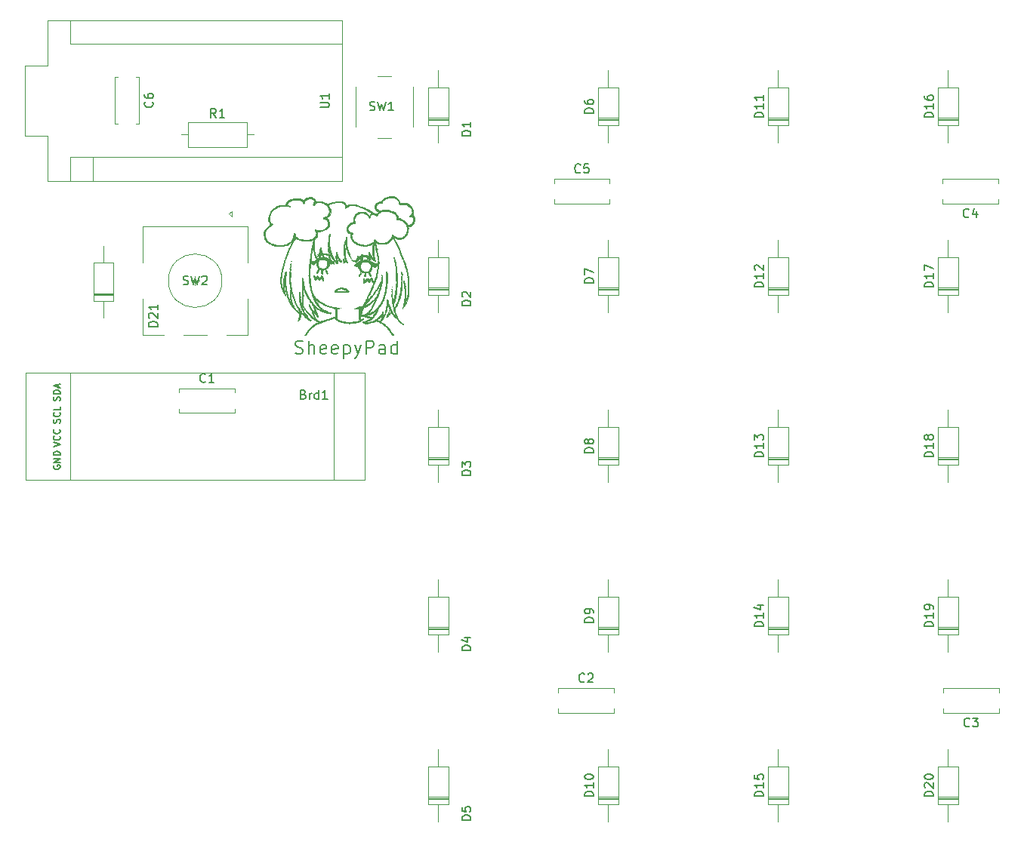
<source format=gto>
G04 #@! TF.GenerationSoftware,KiCad,Pcbnew,(5.1.10)-1*
G04 #@! TF.CreationDate,2021-09-28T21:06:41+02:00*
G04 #@! TF.ProjectId,SheepyPad,53686565-7079-4506-9164-2e6b69636164,rev?*
G04 #@! TF.SameCoordinates,Original*
G04 #@! TF.FileFunction,Legend,Top*
G04 #@! TF.FilePolarity,Positive*
%FSLAX46Y46*%
G04 Gerber Fmt 4.6, Leading zero omitted, Abs format (unit mm)*
G04 Created by KiCad (PCBNEW (5.1.10)-1) date 2021-09-28 21:06:41*
%MOMM*%
%LPD*%
G01*
G04 APERTURE LIST*
%ADD10C,0.150000*%
%ADD11C,0.010000*%
%ADD12C,0.120000*%
%ADD13C,0.040000*%
%ADD14C,1.600000*%
%ADD15O,1.600000X1.600000*%
%ADD16R,1.600000X1.600000*%
%ADD17O,1.700000X1.700000*%
%ADD18R,1.700000X1.700000*%
%ADD19C,2.000000*%
%ADD20C,3.987800*%
%ADD21C,1.750000*%
%ADD22R,2.000000X2.000000*%
%ADD23R,2.000000X3.200000*%
G04 APERTURE END LIST*
D10*
X90643000Y-82966642D02*
X90857285Y-83038071D01*
X91214428Y-83038071D01*
X91357285Y-82966642D01*
X91428714Y-82895214D01*
X91500142Y-82752357D01*
X91500142Y-82609500D01*
X91428714Y-82466642D01*
X91357285Y-82395214D01*
X91214428Y-82323785D01*
X90928714Y-82252357D01*
X90785857Y-82180928D01*
X90714428Y-82109500D01*
X90643000Y-81966642D01*
X90643000Y-81823785D01*
X90714428Y-81680928D01*
X90785857Y-81609500D01*
X90928714Y-81538071D01*
X91285857Y-81538071D01*
X91500142Y-81609500D01*
X92143000Y-83038071D02*
X92143000Y-81538071D01*
X92785857Y-83038071D02*
X92785857Y-82252357D01*
X92714428Y-82109500D01*
X92571571Y-82038071D01*
X92357285Y-82038071D01*
X92214428Y-82109500D01*
X92143000Y-82180928D01*
X94071571Y-82966642D02*
X93928714Y-83038071D01*
X93643000Y-83038071D01*
X93500142Y-82966642D01*
X93428714Y-82823785D01*
X93428714Y-82252357D01*
X93500142Y-82109500D01*
X93643000Y-82038071D01*
X93928714Y-82038071D01*
X94071571Y-82109500D01*
X94143000Y-82252357D01*
X94143000Y-82395214D01*
X93428714Y-82538071D01*
X95357285Y-82966642D02*
X95214428Y-83038071D01*
X94928714Y-83038071D01*
X94785857Y-82966642D01*
X94714428Y-82823785D01*
X94714428Y-82252357D01*
X94785857Y-82109500D01*
X94928714Y-82038071D01*
X95214428Y-82038071D01*
X95357285Y-82109500D01*
X95428714Y-82252357D01*
X95428714Y-82395214D01*
X94714428Y-82538071D01*
X96071571Y-82038071D02*
X96071571Y-83538071D01*
X96071571Y-82109500D02*
X96214428Y-82038071D01*
X96500142Y-82038071D01*
X96643000Y-82109500D01*
X96714428Y-82180928D01*
X96785857Y-82323785D01*
X96785857Y-82752357D01*
X96714428Y-82895214D01*
X96643000Y-82966642D01*
X96500142Y-83038071D01*
X96214428Y-83038071D01*
X96071571Y-82966642D01*
X97285857Y-82038071D02*
X97643000Y-83038071D01*
X98000142Y-82038071D02*
X97643000Y-83038071D01*
X97500142Y-83395214D01*
X97428714Y-83466642D01*
X97285857Y-83538071D01*
X98571571Y-83038071D02*
X98571571Y-81538071D01*
X99143000Y-81538071D01*
X99285857Y-81609500D01*
X99357285Y-81680928D01*
X99428714Y-81823785D01*
X99428714Y-82038071D01*
X99357285Y-82180928D01*
X99285857Y-82252357D01*
X99143000Y-82323785D01*
X98571571Y-82323785D01*
X100714428Y-83038071D02*
X100714428Y-82252357D01*
X100643000Y-82109500D01*
X100500142Y-82038071D01*
X100214428Y-82038071D01*
X100071571Y-82109500D01*
X100714428Y-82966642D02*
X100571571Y-83038071D01*
X100214428Y-83038071D01*
X100071571Y-82966642D01*
X100000142Y-82823785D01*
X100000142Y-82680928D01*
X100071571Y-82538071D01*
X100214428Y-82466642D01*
X100571571Y-82466642D01*
X100714428Y-82395214D01*
X102071571Y-83038071D02*
X102071571Y-81538071D01*
X102071571Y-82966642D02*
X101928714Y-83038071D01*
X101643000Y-83038071D01*
X101500142Y-82966642D01*
X101428714Y-82895214D01*
X101357285Y-82752357D01*
X101357285Y-82323785D01*
X101428714Y-82180928D01*
X101500142Y-82109500D01*
X101643000Y-82038071D01*
X101928714Y-82038071D01*
X102071571Y-82109500D01*
D11*
G36*
X89268300Y-66421000D02*
G01*
X89251367Y-66437934D01*
X89234434Y-66421000D01*
X89251367Y-66404067D01*
X89268300Y-66421000D01*
G37*
X89268300Y-66421000D02*
X89251367Y-66437934D01*
X89234434Y-66421000D01*
X89251367Y-66404067D01*
X89268300Y-66421000D01*
G36*
X90216567Y-70247933D02*
G01*
X90199633Y-70264867D01*
X90182700Y-70247933D01*
X90199633Y-70231000D01*
X90216567Y-70247933D01*
G37*
X90216567Y-70247933D02*
X90199633Y-70264867D01*
X90182700Y-70247933D01*
X90199633Y-70231000D01*
X90216567Y-70247933D01*
G36*
X99812043Y-71196554D02*
G01*
X99834700Y-71264217D01*
X99821477Y-71341537D01*
X99775847Y-71361649D01*
X99710640Y-71340535D01*
X99646534Y-71290389D01*
X99619396Y-71228347D01*
X99635999Y-71176710D01*
X99656947Y-71163753D01*
X99745909Y-71156014D01*
X99812043Y-71196554D01*
G37*
X99812043Y-71196554D02*
X99834700Y-71264217D01*
X99821477Y-71341537D01*
X99775847Y-71361649D01*
X99710640Y-71340535D01*
X99646534Y-71290389D01*
X99619396Y-71228347D01*
X99635999Y-71176710D01*
X99656947Y-71163753D01*
X99745909Y-71156014D01*
X99812043Y-71196554D01*
G36*
X93162967Y-71873533D02*
G01*
X93146034Y-71890467D01*
X93129100Y-71873533D01*
X93146034Y-71856600D01*
X93162967Y-71873533D01*
G37*
X93162967Y-71873533D02*
X93146034Y-71890467D01*
X93129100Y-71873533D01*
X93146034Y-71856600D01*
X93162967Y-71873533D01*
G36*
X101686078Y-72206556D02*
G01*
X101690131Y-72246748D01*
X101686078Y-72251711D01*
X101665944Y-72247062D01*
X101663500Y-72229134D01*
X101675891Y-72201257D01*
X101686078Y-72206556D01*
G37*
X101686078Y-72206556D02*
X101690131Y-72246748D01*
X101686078Y-72251711D01*
X101665944Y-72247062D01*
X101663500Y-72229134D01*
X101675891Y-72201257D01*
X101686078Y-72206556D01*
G36*
X97464034Y-72415400D02*
G01*
X97447100Y-72432334D01*
X97430167Y-72415400D01*
X97447100Y-72398467D01*
X97464034Y-72415400D01*
G37*
X97464034Y-72415400D02*
X97447100Y-72432334D01*
X97430167Y-72415400D01*
X97447100Y-72398467D01*
X97464034Y-72415400D01*
G36*
X90182700Y-72618600D02*
G01*
X90165767Y-72635534D01*
X90148834Y-72618600D01*
X90165767Y-72601667D01*
X90182700Y-72618600D01*
G37*
X90182700Y-72618600D02*
X90165767Y-72635534D01*
X90148834Y-72618600D01*
X90165767Y-72601667D01*
X90182700Y-72618600D01*
G36*
X96368389Y-69884208D02*
G01*
X96365698Y-69924584D01*
X96375214Y-69931774D01*
X96385143Y-69968342D01*
X96385343Y-70055633D01*
X96376006Y-70177370D01*
X96371871Y-70214067D01*
X96358444Y-70557654D01*
X96376955Y-70754795D01*
X96401217Y-70879741D01*
X96442767Y-71042730D01*
X96497292Y-71230997D01*
X96560480Y-71431783D01*
X96628018Y-71632324D01*
X96695593Y-71819858D01*
X96758892Y-71981624D01*
X96813603Y-72104859D01*
X96855413Y-72176802D01*
X96858865Y-72180846D01*
X96897902Y-72238603D01*
X96899899Y-72273979D01*
X96858476Y-72295950D01*
X96831677Y-72286548D01*
X96836068Y-72265317D01*
X96827060Y-72224711D01*
X96787626Y-72186181D01*
X96741399Y-72130558D01*
X96683129Y-72028159D01*
X96620913Y-71896876D01*
X96562850Y-71754603D01*
X96517039Y-71619233D01*
X96498491Y-71547329D01*
X96472091Y-71456647D01*
X96441514Y-71392924D01*
X96439976Y-71390933D01*
X96423533Y-71354744D01*
X96432202Y-71348600D01*
X96431827Y-71327625D01*
X96394016Y-71277311D01*
X96350112Y-71218879D01*
X96338501Y-71184178D01*
X96337283Y-71141447D01*
X96324678Y-71054233D01*
X96310205Y-70976067D01*
X96286505Y-70857197D01*
X96266340Y-70755187D01*
X96258226Y-70713600D01*
X96228199Y-70654049D01*
X96194451Y-70637400D01*
X96160922Y-70659971D01*
X96165019Y-70688631D01*
X96161642Y-70754172D01*
X96138556Y-70796732D01*
X96113768Y-70834183D01*
X96134767Y-70828169D01*
X96150813Y-70832723D01*
X96162977Y-70873027D01*
X96171888Y-70956252D01*
X96178175Y-71089566D01*
X96182466Y-71280140D01*
X96183942Y-71388935D01*
X96186288Y-71587905D01*
X96188468Y-71768815D01*
X96190317Y-71918423D01*
X96191673Y-72023488D01*
X96192269Y-72065119D01*
X96202028Y-72124930D01*
X96221559Y-72137920D01*
X96241265Y-72147195D01*
X96240223Y-72166468D01*
X96248222Y-72221489D01*
X96278645Y-72312754D01*
X96305691Y-72377372D01*
X96347561Y-72474475D01*
X96374631Y-72545718D01*
X96380300Y-72567958D01*
X96403286Y-72608273D01*
X96431100Y-72635534D01*
X96472080Y-72690611D01*
X96479365Y-72744281D01*
X96450120Y-72770820D01*
X96446035Y-72771000D01*
X96427304Y-72749612D01*
X96434334Y-72731901D01*
X96438310Y-72708528D01*
X96421937Y-72715398D01*
X96366591Y-72719508D01*
X96302218Y-72700105D01*
X96249410Y-72665724D01*
X96226636Y-72611681D01*
X96224036Y-72514423D01*
X96224070Y-72513408D01*
X96221813Y-72423824D01*
X96210290Y-72370798D01*
X96203089Y-72364600D01*
X96181221Y-72336479D01*
X96177100Y-72303640D01*
X96154648Y-72227407D01*
X96134767Y-72200330D01*
X96120346Y-72166727D01*
X96109269Y-72094329D01*
X96101239Y-71977159D01*
X96095958Y-71809240D01*
X96093131Y-71584595D01*
X96093085Y-71568733D01*
X96109367Y-71568733D01*
X96126300Y-71585667D01*
X96143234Y-71568733D01*
X96126300Y-71551800D01*
X96109367Y-71568733D01*
X96093085Y-71568733D01*
X96092485Y-71365533D01*
X96109367Y-71365533D01*
X96126300Y-71382467D01*
X96143234Y-71365533D01*
X96126300Y-71348600D01*
X96109367Y-71365533D01*
X96092485Y-71365533D01*
X96092434Y-71348574D01*
X96093436Y-71071853D01*
X96096643Y-70856862D01*
X96102350Y-70697622D01*
X96110855Y-70588157D01*
X96120104Y-70535800D01*
X96216314Y-70535800D01*
X96221636Y-70583878D01*
X96233396Y-70578133D01*
X96237869Y-70508797D01*
X96233396Y-70493467D01*
X96221035Y-70489212D01*
X96216314Y-70535800D01*
X96120104Y-70535800D01*
X96122456Y-70522489D01*
X96134767Y-70496843D01*
X96172250Y-70428880D01*
X96177100Y-70397707D01*
X96201418Y-70329098D01*
X96227900Y-70298733D01*
X96262817Y-70237712D01*
X96278620Y-70146807D01*
X96278700Y-70140188D01*
X96285878Y-70068151D01*
X96303561Y-70040345D01*
X96307675Y-70041710D01*
X96324189Y-70028227D01*
X96321419Y-69979945D01*
X96325288Y-69908432D01*
X96348477Y-69874137D01*
X96375088Y-69867087D01*
X96368389Y-69884208D01*
G37*
X96368389Y-69884208D02*
X96365698Y-69924584D01*
X96375214Y-69931774D01*
X96385143Y-69968342D01*
X96385343Y-70055633D01*
X96376006Y-70177370D01*
X96371871Y-70214067D01*
X96358444Y-70557654D01*
X96376955Y-70754795D01*
X96401217Y-70879741D01*
X96442767Y-71042730D01*
X96497292Y-71230997D01*
X96560480Y-71431783D01*
X96628018Y-71632324D01*
X96695593Y-71819858D01*
X96758892Y-71981624D01*
X96813603Y-72104859D01*
X96855413Y-72176802D01*
X96858865Y-72180846D01*
X96897902Y-72238603D01*
X96899899Y-72273979D01*
X96858476Y-72295950D01*
X96831677Y-72286548D01*
X96836068Y-72265317D01*
X96827060Y-72224711D01*
X96787626Y-72186181D01*
X96741399Y-72130558D01*
X96683129Y-72028159D01*
X96620913Y-71896876D01*
X96562850Y-71754603D01*
X96517039Y-71619233D01*
X96498491Y-71547329D01*
X96472091Y-71456647D01*
X96441514Y-71392924D01*
X96439976Y-71390933D01*
X96423533Y-71354744D01*
X96432202Y-71348600D01*
X96431827Y-71327625D01*
X96394016Y-71277311D01*
X96350112Y-71218879D01*
X96338501Y-71184178D01*
X96337283Y-71141447D01*
X96324678Y-71054233D01*
X96310205Y-70976067D01*
X96286505Y-70857197D01*
X96266340Y-70755187D01*
X96258226Y-70713600D01*
X96228199Y-70654049D01*
X96194451Y-70637400D01*
X96160922Y-70659971D01*
X96165019Y-70688631D01*
X96161642Y-70754172D01*
X96138556Y-70796732D01*
X96113768Y-70834183D01*
X96134767Y-70828169D01*
X96150813Y-70832723D01*
X96162977Y-70873027D01*
X96171888Y-70956252D01*
X96178175Y-71089566D01*
X96182466Y-71280140D01*
X96183942Y-71388935D01*
X96186288Y-71587905D01*
X96188468Y-71768815D01*
X96190317Y-71918423D01*
X96191673Y-72023488D01*
X96192269Y-72065119D01*
X96202028Y-72124930D01*
X96221559Y-72137920D01*
X96241265Y-72147195D01*
X96240223Y-72166468D01*
X96248222Y-72221489D01*
X96278645Y-72312754D01*
X96305691Y-72377372D01*
X96347561Y-72474475D01*
X96374631Y-72545718D01*
X96380300Y-72567958D01*
X96403286Y-72608273D01*
X96431100Y-72635534D01*
X96472080Y-72690611D01*
X96479365Y-72744281D01*
X96450120Y-72770820D01*
X96446035Y-72771000D01*
X96427304Y-72749612D01*
X96434334Y-72731901D01*
X96438310Y-72708528D01*
X96421937Y-72715398D01*
X96366591Y-72719508D01*
X96302218Y-72700105D01*
X96249410Y-72665724D01*
X96226636Y-72611681D01*
X96224036Y-72514423D01*
X96224070Y-72513408D01*
X96221813Y-72423824D01*
X96210290Y-72370798D01*
X96203089Y-72364600D01*
X96181221Y-72336479D01*
X96177100Y-72303640D01*
X96154648Y-72227407D01*
X96134767Y-72200330D01*
X96120346Y-72166727D01*
X96109269Y-72094329D01*
X96101239Y-71977159D01*
X96095958Y-71809240D01*
X96093131Y-71584595D01*
X96093085Y-71568733D01*
X96109367Y-71568733D01*
X96126300Y-71585667D01*
X96143234Y-71568733D01*
X96126300Y-71551800D01*
X96109367Y-71568733D01*
X96093085Y-71568733D01*
X96092485Y-71365533D01*
X96109367Y-71365533D01*
X96126300Y-71382467D01*
X96143234Y-71365533D01*
X96126300Y-71348600D01*
X96109367Y-71365533D01*
X96092485Y-71365533D01*
X96092434Y-71348574D01*
X96093436Y-71071853D01*
X96096643Y-70856862D01*
X96102350Y-70697622D01*
X96110855Y-70588157D01*
X96120104Y-70535800D01*
X96216314Y-70535800D01*
X96221636Y-70583878D01*
X96233396Y-70578133D01*
X96237869Y-70508797D01*
X96233396Y-70493467D01*
X96221035Y-70489212D01*
X96216314Y-70535800D01*
X96120104Y-70535800D01*
X96122456Y-70522489D01*
X96134767Y-70496843D01*
X96172250Y-70428880D01*
X96177100Y-70397707D01*
X96201418Y-70329098D01*
X96227900Y-70298733D01*
X96262817Y-70237712D01*
X96278620Y-70146807D01*
X96278700Y-70140188D01*
X96285878Y-70068151D01*
X96303561Y-70040345D01*
X96307675Y-70041710D01*
X96324189Y-70028227D01*
X96321419Y-69979945D01*
X96325288Y-69908432D01*
X96348477Y-69874137D01*
X96375088Y-69867087D01*
X96368389Y-69884208D01*
G36*
X96017142Y-72365173D02*
G01*
X96089400Y-72429393D01*
X96161126Y-72507378D01*
X96185856Y-72562506D01*
X96175544Y-72604575D01*
X96147744Y-72690939D01*
X96143234Y-72734907D01*
X96121120Y-72792349D01*
X96071552Y-72804867D01*
X96021199Y-72793370D01*
X96012212Y-72745851D01*
X96017101Y-72714730D01*
X96011021Y-72612760D01*
X95973632Y-72516523D01*
X95935884Y-72420742D01*
X95941939Y-72361517D01*
X95970290Y-72342654D01*
X96017142Y-72365173D01*
G37*
X96017142Y-72365173D02*
X96089400Y-72429393D01*
X96161126Y-72507378D01*
X96185856Y-72562506D01*
X96175544Y-72604575D01*
X96147744Y-72690939D01*
X96143234Y-72734907D01*
X96121120Y-72792349D01*
X96071552Y-72804867D01*
X96021199Y-72793370D01*
X96012212Y-72745851D01*
X96017101Y-72714730D01*
X96011021Y-72612760D01*
X95973632Y-72516523D01*
X95935884Y-72420742D01*
X95941939Y-72361517D01*
X95970290Y-72342654D01*
X96017142Y-72365173D01*
G36*
X90134491Y-72858228D02*
G01*
X90113776Y-72890969D01*
X90088344Y-72945280D01*
X90109629Y-72982409D01*
X90145802Y-73037585D01*
X90134575Y-73071961D01*
X90115612Y-73075800D01*
X90083310Y-73047110D01*
X90061624Y-72993058D01*
X90056206Y-72900815D01*
X90089658Y-72846834D01*
X90121112Y-72838734D01*
X90134491Y-72858228D01*
G37*
X90134491Y-72858228D02*
X90113776Y-72890969D01*
X90088344Y-72945280D01*
X90109629Y-72982409D01*
X90145802Y-73037585D01*
X90134575Y-73071961D01*
X90115612Y-73075800D01*
X90083310Y-73047110D01*
X90061624Y-72993058D01*
X90056206Y-72900815D01*
X90089658Y-72846834D01*
X90121112Y-72838734D01*
X90134491Y-72858228D01*
G36*
X90103877Y-73198686D02*
G01*
X90108476Y-73208727D01*
X90092128Y-73239608D01*
X90064167Y-73245134D01*
X90022017Y-73227950D01*
X90019858Y-73208727D01*
X90054821Y-73173737D01*
X90064167Y-73172320D01*
X90103877Y-73198686D01*
G37*
X90103877Y-73198686D02*
X90108476Y-73208727D01*
X90092128Y-73239608D01*
X90064167Y-73245134D01*
X90022017Y-73227950D01*
X90019858Y-73208727D01*
X90054821Y-73173737D01*
X90064167Y-73172320D01*
X90103877Y-73198686D01*
G36*
X90081100Y-73329800D02*
G01*
X90064167Y-73346734D01*
X90047234Y-73329800D01*
X90064167Y-73312867D01*
X90081100Y-73329800D01*
G37*
X90081100Y-73329800D02*
X90064167Y-73346734D01*
X90047234Y-73329800D01*
X90064167Y-73312867D01*
X90081100Y-73329800D01*
G36*
X102510167Y-73770067D02*
G01*
X102493233Y-73787000D01*
X102476300Y-73770067D01*
X102493233Y-73753134D01*
X102510167Y-73770067D01*
G37*
X102510167Y-73770067D02*
X102493233Y-73787000D01*
X102476300Y-73770067D01*
X102493233Y-73753134D01*
X102510167Y-73770067D01*
G36*
X102566611Y-73899889D02*
G01*
X102561962Y-73920023D01*
X102544033Y-73922467D01*
X102516157Y-73910076D01*
X102521456Y-73899889D01*
X102561648Y-73895836D01*
X102566611Y-73899889D01*
G37*
X102566611Y-73899889D02*
X102561962Y-73920023D01*
X102544033Y-73922467D01*
X102516157Y-73910076D01*
X102521456Y-73899889D01*
X102561648Y-73895836D01*
X102566611Y-73899889D01*
G36*
X102532745Y-74001489D02*
G01*
X102536798Y-74041681D01*
X102532745Y-74046645D01*
X102512611Y-74041996D01*
X102510167Y-74024067D01*
X102522558Y-73996191D01*
X102532745Y-74001489D01*
G37*
X102532745Y-74001489D02*
X102536798Y-74041681D01*
X102532745Y-74046645D01*
X102512611Y-74041996D01*
X102510167Y-74024067D01*
X102522558Y-73996191D01*
X102532745Y-74001489D01*
G36*
X92146967Y-74176467D02*
G01*
X92130034Y-74193400D01*
X92113100Y-74176467D01*
X92130034Y-74159534D01*
X92146967Y-74176467D01*
G37*
X92146967Y-74176467D02*
X92130034Y-74193400D01*
X92113100Y-74176467D01*
X92130034Y-74159534D01*
X92146967Y-74176467D01*
G36*
X100331411Y-74170822D02*
G01*
X100335464Y-74211014D01*
X100331411Y-74215978D01*
X100311278Y-74211329D01*
X100308833Y-74193400D01*
X100321225Y-74165524D01*
X100331411Y-74170822D01*
G37*
X100331411Y-74170822D02*
X100335464Y-74211014D01*
X100331411Y-74215978D01*
X100311278Y-74211329D01*
X100308833Y-74193400D01*
X100321225Y-74165524D01*
X100331411Y-74170822D01*
G36*
X98003467Y-73927306D02*
G01*
X98015945Y-73993650D01*
X98014429Y-74000854D01*
X97983402Y-74075398D01*
X97930137Y-74162052D01*
X97869825Y-74239989D01*
X97817654Y-74288382D01*
X97799914Y-74295000D01*
X97759856Y-74268082D01*
X97748124Y-74246571D01*
X97750761Y-74184392D01*
X97780947Y-74093268D01*
X97827351Y-73999717D01*
X97878643Y-73930256D01*
X97886194Y-73923440D01*
X97952498Y-73899244D01*
X98003467Y-73927306D01*
G37*
X98003467Y-73927306D02*
X98015945Y-73993650D01*
X98014429Y-74000854D01*
X97983402Y-74075398D01*
X97930137Y-74162052D01*
X97869825Y-74239989D01*
X97817654Y-74288382D01*
X97799914Y-74295000D01*
X97759856Y-74268082D01*
X97748124Y-74246571D01*
X97750761Y-74184392D01*
X97780947Y-74093268D01*
X97827351Y-73999717D01*
X97878643Y-73930256D01*
X97886194Y-73923440D01*
X97952498Y-73899244D01*
X98003467Y-73927306D01*
G36*
X99089634Y-74311934D02*
G01*
X99072700Y-74328867D01*
X99055767Y-74311934D01*
X99072700Y-74295000D01*
X99089634Y-74311934D01*
G37*
X99089634Y-74311934D02*
X99072700Y-74328867D01*
X99055767Y-74311934D01*
X99072700Y-74295000D01*
X99089634Y-74311934D01*
G36*
X98465750Y-73972992D02*
G01*
X98478168Y-73990200D01*
X98498156Y-74059298D01*
X98498031Y-74142600D01*
X98487554Y-74229764D01*
X98482319Y-74286534D01*
X98465730Y-74322160D01*
X98412261Y-74315955D01*
X98386900Y-74306438D01*
X98355171Y-74261567D01*
X98345965Y-74179377D01*
X98358600Y-74086180D01*
X98392392Y-74008290D01*
X98394723Y-74005140D01*
X98436193Y-73961822D01*
X98465750Y-73972992D01*
G37*
X98465750Y-73972992D02*
X98478168Y-73990200D01*
X98498156Y-74059298D01*
X98498031Y-74142600D01*
X98487554Y-74229764D01*
X98482319Y-74286534D01*
X98465730Y-74322160D01*
X98412261Y-74315955D01*
X98386900Y-74306438D01*
X98355171Y-74261567D01*
X98345965Y-74179377D01*
X98358600Y-74086180D01*
X98392392Y-74008290D01*
X98394723Y-74005140D01*
X98436193Y-73961822D01*
X98465750Y-73972992D01*
G36*
X92789734Y-74226892D02*
G01*
X92847037Y-74293911D01*
X92858167Y-74361926D01*
X92869886Y-74441333D01*
X92897263Y-74482542D01*
X92928629Y-74474908D01*
X92944930Y-74441080D01*
X93000965Y-74299224D01*
X93062005Y-74223682D01*
X93125955Y-74214792D01*
X93190723Y-74272893D01*
X93251517Y-74391490D01*
X93323733Y-74572646D01*
X93407675Y-74459223D01*
X93466777Y-74371766D01*
X93508132Y-74297049D01*
X93513456Y-74284031D01*
X93550915Y-74233881D01*
X93601932Y-74245228D01*
X93661572Y-74314409D01*
X93724897Y-74437761D01*
X93726838Y-74442346D01*
X93778677Y-74593286D01*
X93797552Y-74715463D01*
X93782834Y-74798176D01*
X93749460Y-74827846D01*
X93703826Y-74812655D01*
X93682575Y-74786067D01*
X93704833Y-74786067D01*
X93721767Y-74803000D01*
X93738700Y-74786067D01*
X93721767Y-74769134D01*
X93704833Y-74786067D01*
X93682575Y-74786067D01*
X93674872Y-74776431D01*
X93642203Y-74692951D01*
X93623268Y-74617817D01*
X93600173Y-74529486D01*
X93570783Y-74505324D01*
X93528786Y-74541770D01*
X93517033Y-74557845D01*
X93420427Y-74671501D01*
X93332020Y-74729506D01*
X93258029Y-74729876D01*
X93204670Y-74670627D01*
X93199813Y-74659067D01*
X93162858Y-74562855D01*
X93140217Y-74503512D01*
X93110055Y-74424158D01*
X93060311Y-74520446D01*
X92982700Y-74641967D01*
X92910172Y-74696080D01*
X92842624Y-74682745D01*
X92779951Y-74601924D01*
X92722051Y-74453580D01*
X92703759Y-74388987D01*
X92681835Y-74273059D01*
X92693863Y-74213330D01*
X92741662Y-74206376D01*
X92789734Y-74226892D01*
G37*
X92789734Y-74226892D02*
X92847037Y-74293911D01*
X92858167Y-74361926D01*
X92869886Y-74441333D01*
X92897263Y-74482542D01*
X92928629Y-74474908D01*
X92944930Y-74441080D01*
X93000965Y-74299224D01*
X93062005Y-74223682D01*
X93125955Y-74214792D01*
X93190723Y-74272893D01*
X93251517Y-74391490D01*
X93323733Y-74572646D01*
X93407675Y-74459223D01*
X93466777Y-74371766D01*
X93508132Y-74297049D01*
X93513456Y-74284031D01*
X93550915Y-74233881D01*
X93601932Y-74245228D01*
X93661572Y-74314409D01*
X93724897Y-74437761D01*
X93726838Y-74442346D01*
X93778677Y-74593286D01*
X93797552Y-74715463D01*
X93782834Y-74798176D01*
X93749460Y-74827846D01*
X93703826Y-74812655D01*
X93682575Y-74786067D01*
X93704833Y-74786067D01*
X93721767Y-74803000D01*
X93738700Y-74786067D01*
X93721767Y-74769134D01*
X93704833Y-74786067D01*
X93682575Y-74786067D01*
X93674872Y-74776431D01*
X93642203Y-74692951D01*
X93623268Y-74617817D01*
X93600173Y-74529486D01*
X93570783Y-74505324D01*
X93528786Y-74541770D01*
X93517033Y-74557845D01*
X93420427Y-74671501D01*
X93332020Y-74729506D01*
X93258029Y-74729876D01*
X93204670Y-74670627D01*
X93199813Y-74659067D01*
X93162858Y-74562855D01*
X93140217Y-74503512D01*
X93110055Y-74424158D01*
X93060311Y-74520446D01*
X92982700Y-74641967D01*
X92910172Y-74696080D01*
X92842624Y-74682745D01*
X92779951Y-74601924D01*
X92722051Y-74453580D01*
X92703759Y-74388987D01*
X92681835Y-74273059D01*
X92693863Y-74213330D01*
X92741662Y-74206376D01*
X92789734Y-74226892D01*
G36*
X101482878Y-75457756D02*
G01*
X101486931Y-75497948D01*
X101482878Y-75502911D01*
X101462744Y-75498262D01*
X101460300Y-75480334D01*
X101472691Y-75452457D01*
X101482878Y-75457756D01*
G37*
X101482878Y-75457756D02*
X101486931Y-75497948D01*
X101482878Y-75502911D01*
X101462744Y-75498262D01*
X101460300Y-75480334D01*
X101472691Y-75452457D01*
X101482878Y-75457756D01*
G36*
X101460300Y-75734334D02*
G01*
X101443367Y-75751267D01*
X101426433Y-75734334D01*
X101443367Y-75717400D01*
X101460300Y-75734334D01*
G37*
X101460300Y-75734334D02*
X101443367Y-75751267D01*
X101426433Y-75734334D01*
X101443367Y-75717400D01*
X101460300Y-75734334D01*
G36*
X101494167Y-75869800D02*
G01*
X101477233Y-75886734D01*
X101460300Y-75869800D01*
X101477233Y-75852867D01*
X101494167Y-75869800D01*
G37*
X101494167Y-75869800D02*
X101477233Y-75886734D01*
X101460300Y-75869800D01*
X101477233Y-75852867D01*
X101494167Y-75869800D01*
G36*
X101482525Y-76009081D02*
G01*
X101477233Y-76022200D01*
X101446801Y-76054508D01*
X101441368Y-76056067D01*
X101426822Y-76029864D01*
X101426433Y-76022200D01*
X101452469Y-75989635D01*
X101462299Y-75988334D01*
X101482525Y-76009081D01*
G37*
X101482525Y-76009081D02*
X101477233Y-76022200D01*
X101446801Y-76054508D01*
X101441368Y-76056067D01*
X101426822Y-76029864D01*
X101426433Y-76022200D01*
X101452469Y-75989635D01*
X101462299Y-75988334D01*
X101482525Y-76009081D01*
G36*
X95812205Y-75558323D02*
G01*
X95819412Y-75585312D01*
X95817962Y-75606088D01*
X95859747Y-75589889D01*
X95935170Y-75569781D01*
X95973900Y-75573046D01*
X96085492Y-75617406D01*
X96220068Y-75684395D01*
X96355699Y-75761605D01*
X96470456Y-75836627D01*
X96537948Y-75892211D01*
X96595272Y-75957434D01*
X96608643Y-75998246D01*
X96583610Y-76036470D01*
X96576473Y-76043741D01*
X96544342Y-76064722D01*
X96489259Y-76080561D01*
X96401476Y-76092310D01*
X96271249Y-76101023D01*
X96088830Y-76107752D01*
X95951620Y-76111244D01*
X95732927Y-76114163D01*
X95552940Y-76112358D01*
X95420212Y-76106111D01*
X95343294Y-76095706D01*
X95330434Y-76090692D01*
X95260311Y-76065691D01*
X95178033Y-76056067D01*
X95061664Y-76039610D01*
X95005844Y-75993111D01*
X95006435Y-75958210D01*
X95228833Y-75958210D01*
X95260289Y-75970217D01*
X95345345Y-75977841D01*
X95470031Y-75981435D01*
X95620382Y-75981352D01*
X95782427Y-75977944D01*
X95942200Y-75971564D01*
X96085733Y-75962566D01*
X96199056Y-75951301D01*
X96268203Y-75938123D01*
X96281216Y-75931631D01*
X96281174Y-75895676D01*
X96223892Y-75840353D01*
X96151285Y-75790300D01*
X95970914Y-75694387D01*
X95818240Y-75657132D01*
X95688866Y-75677548D01*
X95675541Y-75683426D01*
X95575077Y-75729651D01*
X95499767Y-75763044D01*
X95396372Y-75815715D01*
X95305057Y-75875677D01*
X95243950Y-75929871D01*
X95228833Y-75958210D01*
X95006435Y-75958210D01*
X95006982Y-75926013D01*
X95047588Y-75878991D01*
X95135735Y-75816162D01*
X95255591Y-75745628D01*
X95391323Y-75675491D01*
X95527101Y-75613853D01*
X95647092Y-75568817D01*
X95735463Y-75548486D01*
X95745480Y-75548067D01*
X95812205Y-75558323D01*
G37*
X95812205Y-75558323D02*
X95819412Y-75585312D01*
X95817962Y-75606088D01*
X95859747Y-75589889D01*
X95935170Y-75569781D01*
X95973900Y-75573046D01*
X96085492Y-75617406D01*
X96220068Y-75684395D01*
X96355699Y-75761605D01*
X96470456Y-75836627D01*
X96537948Y-75892211D01*
X96595272Y-75957434D01*
X96608643Y-75998246D01*
X96583610Y-76036470D01*
X96576473Y-76043741D01*
X96544342Y-76064722D01*
X96489259Y-76080561D01*
X96401476Y-76092310D01*
X96271249Y-76101023D01*
X96088830Y-76107752D01*
X95951620Y-76111244D01*
X95732927Y-76114163D01*
X95552940Y-76112358D01*
X95420212Y-76106111D01*
X95343294Y-76095706D01*
X95330434Y-76090692D01*
X95260311Y-76065691D01*
X95178033Y-76056067D01*
X95061664Y-76039610D01*
X95005844Y-75993111D01*
X95006435Y-75958210D01*
X95228833Y-75958210D01*
X95260289Y-75970217D01*
X95345345Y-75977841D01*
X95470031Y-75981435D01*
X95620382Y-75981352D01*
X95782427Y-75977944D01*
X95942200Y-75971564D01*
X96085733Y-75962566D01*
X96199056Y-75951301D01*
X96268203Y-75938123D01*
X96281216Y-75931631D01*
X96281174Y-75895676D01*
X96223892Y-75840353D01*
X96151285Y-75790300D01*
X95970914Y-75694387D01*
X95818240Y-75657132D01*
X95688866Y-75677548D01*
X95675541Y-75683426D01*
X95575077Y-75729651D01*
X95499767Y-75763044D01*
X95396372Y-75815715D01*
X95305057Y-75875677D01*
X95243950Y-75929871D01*
X95228833Y-75958210D01*
X95006435Y-75958210D01*
X95006982Y-75926013D01*
X95047588Y-75878991D01*
X95135735Y-75816162D01*
X95255591Y-75745628D01*
X95391323Y-75675491D01*
X95527101Y-75613853D01*
X95647092Y-75568817D01*
X95735463Y-75548486D01*
X95745480Y-75548067D01*
X95812205Y-75558323D01*
G36*
X101494167Y-76174600D02*
G01*
X101477233Y-76191534D01*
X101460300Y-76174600D01*
X101477233Y-76157667D01*
X101494167Y-76174600D01*
G37*
X101494167Y-76174600D02*
X101477233Y-76191534D01*
X101460300Y-76174600D01*
X101477233Y-76157667D01*
X101494167Y-76174600D01*
G36*
X101494167Y-76242334D02*
G01*
X101477233Y-76259267D01*
X101460300Y-76242334D01*
X101477233Y-76225400D01*
X101494167Y-76242334D01*
G37*
X101494167Y-76242334D02*
X101477233Y-76259267D01*
X101460300Y-76242334D01*
X101477233Y-76225400D01*
X101494167Y-76242334D01*
G36*
X101477871Y-76317958D02*
G01*
X101472547Y-76343934D01*
X101448509Y-76388494D01*
X101439743Y-76394734D01*
X101427905Y-76367079D01*
X101426433Y-76343934D01*
X101444157Y-76298856D01*
X101459237Y-76293134D01*
X101477871Y-76317958D01*
G37*
X101477871Y-76317958D02*
X101472547Y-76343934D01*
X101448509Y-76388494D01*
X101439743Y-76394734D01*
X101427905Y-76367079D01*
X101426433Y-76343934D01*
X101444157Y-76298856D01*
X101459237Y-76293134D01*
X101477871Y-76317958D01*
G36*
X89561811Y-76439889D02*
G01*
X89557162Y-76460023D01*
X89539234Y-76462467D01*
X89511357Y-76450076D01*
X89516656Y-76439889D01*
X89556848Y-76435836D01*
X89561811Y-76439889D01*
G37*
X89561811Y-76439889D02*
X89557162Y-76460023D01*
X89539234Y-76462467D01*
X89511357Y-76450076D01*
X89516656Y-76439889D01*
X89556848Y-76435836D01*
X89561811Y-76439889D01*
G36*
X101642980Y-65307618D02*
G01*
X101718261Y-65346959D01*
X101779384Y-65386244D01*
X101868998Y-65444188D01*
X101937394Y-65481718D01*
X101960913Y-65489667D01*
X102017453Y-65516617D01*
X102096037Y-65588099D01*
X102184713Y-65690062D01*
X102271525Y-65808457D01*
X102344523Y-65929231D01*
X102358893Y-65957491D01*
X102421295Y-66085783D01*
X102711264Y-66084695D01*
X102933995Y-66091460D01*
X103108777Y-66118494D01*
X103254135Y-66173058D01*
X103388593Y-66262413D01*
X103530676Y-66393822D01*
X103549703Y-66413368D01*
X103643574Y-66514456D01*
X103713552Y-66597292D01*
X103750277Y-66650375D01*
X103752730Y-66662926D01*
X103758491Y-66698496D01*
X103795040Y-66748324D01*
X103839569Y-66828986D01*
X103871398Y-66946097D01*
X103886146Y-67071481D01*
X103879433Y-67176964D01*
X103867197Y-67212452D01*
X103848687Y-67272085D01*
X103854736Y-67297081D01*
X103851718Y-67317403D01*
X103842256Y-67318467D01*
X103809152Y-67342589D01*
X103814998Y-67405828D01*
X103856328Y-67494492D01*
X103904464Y-67564284D01*
X103959098Y-67644880D01*
X103985516Y-67705855D01*
X103984638Y-67722810D01*
X103988371Y-67766386D01*
X103996733Y-67773462D01*
X104016277Y-67820109D01*
X104019792Y-67911519D01*
X104009101Y-68027114D01*
X103986027Y-68146319D01*
X103955235Y-68241948D01*
X103923245Y-68323176D01*
X103908010Y-68372090D01*
X103908022Y-68377415D01*
X103895766Y-68407283D01*
X103861168Y-68461269D01*
X103781660Y-68537604D01*
X103661468Y-68613417D01*
X103526429Y-68675435D01*
X103402382Y-68710388D01*
X103369751Y-68713670D01*
X103283444Y-68726812D01*
X103255772Y-68754710D01*
X103290507Y-68792536D01*
X103309054Y-68839888D01*
X103309035Y-68936018D01*
X103293461Y-69065499D01*
X103265344Y-69212907D01*
X103227696Y-69362813D01*
X103183529Y-69499793D01*
X103135854Y-69608420D01*
X103128755Y-69621028D01*
X103051678Y-69734578D01*
X102960691Y-69842368D01*
X102869833Y-69930221D01*
X102793145Y-69983960D01*
X102759430Y-69993934D01*
X102717476Y-70012954D01*
X102713367Y-70026266D01*
X102683755Y-70053113D01*
X102610860Y-70077519D01*
X102594459Y-70080905D01*
X102511127Y-70102442D01*
X102462115Y-70126119D01*
X102459413Y-70129326D01*
X102418893Y-70141668D01*
X102334484Y-70144355D01*
X102229086Y-70138985D01*
X102125602Y-70127156D01*
X102046934Y-70110466D01*
X102021116Y-70098741D01*
X101967153Y-70070517D01*
X101879294Y-70036592D01*
X101858233Y-70029587D01*
X101777753Y-69997831D01*
X101733925Y-69969190D01*
X101731233Y-69963085D01*
X101703665Y-69940395D01*
X101680050Y-69937489D01*
X101647365Y-69944115D01*
X101657884Y-69975831D01*
X101680392Y-70008045D01*
X101746372Y-70117047D01*
X101783792Y-70217317D01*
X101785140Y-70285916D01*
X101791755Y-70315702D01*
X101810010Y-70313241D01*
X101841227Y-70333917D01*
X101889400Y-70399024D01*
X101944846Y-70490719D01*
X101997884Y-70591155D01*
X102038831Y-70682490D01*
X102058007Y-70746878D01*
X102055146Y-70765044D01*
X102063549Y-70796436D01*
X102095827Y-70827708D01*
X102129326Y-70863582D01*
X102110235Y-70873390D01*
X102082367Y-70893558D01*
X102087175Y-70908886D01*
X102126829Y-70929018D01*
X102138487Y-70924739D01*
X102165093Y-70943873D01*
X102207322Y-71011241D01*
X102258323Y-71111183D01*
X102311247Y-71228036D01*
X102359243Y-71346140D01*
X102395461Y-71449832D01*
X102413052Y-71523451D01*
X102411095Y-71548014D01*
X102426526Y-71574419D01*
X102440334Y-71584369D01*
X102480623Y-71642172D01*
X102510225Y-71749303D01*
X102522433Y-71856600D01*
X102541573Y-71931955D01*
X102569433Y-71968350D01*
X102605512Y-72022080D01*
X102611767Y-72059484D01*
X102627708Y-72123614D01*
X102645633Y-72144467D01*
X102674625Y-72192491D01*
X102679500Y-72227509D01*
X102703778Y-72289737D01*
X102730300Y-72309114D01*
X102770292Y-72354578D01*
X102781100Y-72406802D01*
X102800588Y-72495803D01*
X102832519Y-72558407D01*
X102869007Y-72622732D01*
X102877851Y-72659076D01*
X102885293Y-72707179D01*
X102910596Y-72780351D01*
X102967901Y-72957191D01*
X102996466Y-73127921D01*
X102996721Y-73131833D01*
X103011720Y-73181514D01*
X103031968Y-73185804D01*
X103048629Y-73197295D01*
X103043593Y-73239884D01*
X103038961Y-73289623D01*
X103052392Y-73295712D01*
X103074349Y-73315314D01*
X103101987Y-73383118D01*
X103129927Y-73480502D01*
X103152792Y-73588843D01*
X103164942Y-73685400D01*
X103177148Y-73756263D01*
X103192629Y-73787000D01*
X103215475Y-73835754D01*
X103242759Y-73948353D01*
X103273594Y-74121118D01*
X103274322Y-74125667D01*
X103289581Y-74209214D01*
X103312759Y-74323870D01*
X103324659Y-74379667D01*
X103336733Y-74470375D01*
X103347154Y-74615678D01*
X103355738Y-74802457D01*
X103362298Y-75017589D01*
X103366650Y-75247953D01*
X103368609Y-75480427D01*
X103367990Y-75701890D01*
X103364608Y-75899222D01*
X103358278Y-76059299D01*
X103349779Y-76161708D01*
X103304793Y-76433406D01*
X103238874Y-76718701D01*
X103158068Y-76996471D01*
X103068421Y-77245595D01*
X102989909Y-77418813D01*
X102941574Y-77498750D01*
X102875625Y-77591953D01*
X102805360Y-77681579D01*
X102744078Y-77750785D01*
X102705076Y-77782727D01*
X102702165Y-77783267D01*
X102697164Y-77754435D01*
X102703681Y-77690133D01*
X102726335Y-77593137D01*
X102748920Y-77529267D01*
X102777504Y-77437604D01*
X102807400Y-77294156D01*
X102818665Y-77224467D01*
X102950433Y-77224467D01*
X102967367Y-77241400D01*
X102984300Y-77224467D01*
X102967367Y-77207533D01*
X102950433Y-77224467D01*
X102818665Y-77224467D01*
X102835088Y-77122867D01*
X102950433Y-77122867D01*
X102967367Y-77139800D01*
X102984300Y-77122867D01*
X102967367Y-77105933D01*
X102950433Y-77122867D01*
X102835088Y-77122867D01*
X102836396Y-77114781D01*
X102862285Y-76915335D01*
X102882857Y-76711675D01*
X102894034Y-76547134D01*
X102916567Y-76547134D01*
X102933500Y-76564067D01*
X102950433Y-76547134D01*
X102933500Y-76530200D01*
X102916567Y-76547134D01*
X102894034Y-76547134D01*
X102895901Y-76519659D01*
X102898311Y-76457061D01*
X102898792Y-76445534D01*
X102950433Y-76445534D01*
X102967367Y-76462467D01*
X102984300Y-76445534D01*
X102967367Y-76428600D01*
X102950433Y-76445534D01*
X102898792Y-76445534D01*
X102904666Y-76305029D01*
X102913629Y-76177150D01*
X102923876Y-76089268D01*
X102931608Y-76059128D01*
X102934244Y-76025644D01*
X102923269Y-76022200D01*
X102903968Y-75991428D01*
X102884438Y-75911160D01*
X102870300Y-75810534D01*
X102849657Y-75591685D01*
X102839155Y-75434948D01*
X102838839Y-75341755D01*
X102848751Y-75313540D01*
X102855113Y-75320002D01*
X102878311Y-75338541D01*
X102882182Y-75326240D01*
X102861049Y-75273131D01*
X102842589Y-75250569D01*
X102809323Y-75192467D01*
X102814967Y-75192467D01*
X102831900Y-75209400D01*
X102848833Y-75192467D01*
X102831900Y-75175534D01*
X102814967Y-75192467D01*
X102809323Y-75192467D01*
X102803553Y-75182391D01*
X102796277Y-75150662D01*
X102788307Y-75081773D01*
X102785241Y-75057000D01*
X102814967Y-75057000D01*
X102831900Y-75073934D01*
X102848833Y-75057000D01*
X102831900Y-75040067D01*
X102814967Y-75057000D01*
X102785241Y-75057000D01*
X102775468Y-74978043D01*
X102769511Y-74931392D01*
X102760652Y-74834921D01*
X102768541Y-74791957D01*
X102795572Y-74789811D01*
X102796178Y-74790041D01*
X102829200Y-74835500D01*
X102828527Y-74890250D01*
X102828073Y-74951970D01*
X102844993Y-74972334D01*
X102866591Y-75002770D01*
X102888533Y-75080978D01*
X102900355Y-75150134D01*
X102919923Y-75263493D01*
X102943222Y-75355562D01*
X102955524Y-75387200D01*
X102968877Y-75436200D01*
X102955997Y-75446467D01*
X102942162Y-75476270D01*
X102945751Y-75553693D01*
X102951532Y-75590400D01*
X102973337Y-75716479D01*
X102996393Y-75859031D01*
X103003245Y-75903667D01*
X103014201Y-76020183D01*
X103021141Y-76183999D01*
X103024059Y-76374801D01*
X103022948Y-76572274D01*
X103017802Y-76756105D01*
X103008613Y-76905979D01*
X103003595Y-76953533D01*
X102997315Y-77020943D01*
X103001226Y-77035240D01*
X103006368Y-77021267D01*
X103042592Y-76937403D01*
X103073038Y-76886731D01*
X103102833Y-76818067D01*
X103153633Y-76818067D01*
X103170567Y-76835000D01*
X103187500Y-76818067D01*
X103170567Y-76801133D01*
X103153633Y-76818067D01*
X103102833Y-76818067D01*
X103111057Y-76799117D01*
X103119767Y-76740799D01*
X103129571Y-76686914D01*
X103147858Y-76679031D01*
X103168191Y-76665972D01*
X103170932Y-76628284D01*
X103175609Y-76560005D01*
X103192842Y-76451833D01*
X103213782Y-76350454D01*
X103228847Y-76253910D01*
X103241737Y-76112258D01*
X103252370Y-75935531D01*
X103260666Y-75733762D01*
X103266543Y-75516985D01*
X103269919Y-75295233D01*
X103270714Y-75078540D01*
X103269886Y-74989267D01*
X103289100Y-74989267D01*
X103306033Y-75006200D01*
X103322967Y-74989267D01*
X103306033Y-74972334D01*
X103289100Y-74989267D01*
X103269886Y-74989267D01*
X103268844Y-74876938D01*
X103264229Y-74700461D01*
X103256788Y-74559142D01*
X103246439Y-74463014D01*
X103233100Y-74422112D01*
X103229449Y-74421625D01*
X103201402Y-74415352D01*
X103207598Y-74383632D01*
X103243206Y-74348564D01*
X103267249Y-74352496D01*
X103279669Y-74349574D01*
X103256718Y-74315018D01*
X103218341Y-74256701D01*
X103195545Y-74185064D01*
X103181777Y-74076482D01*
X103178392Y-74032685D01*
X103165133Y-73957715D01*
X103143370Y-73922919D01*
X103141217Y-73922619D01*
X103124862Y-73895483D01*
X103129571Y-73854767D01*
X103129715Y-73837800D01*
X103153633Y-73837800D01*
X103170567Y-73854734D01*
X103187500Y-73837800D01*
X103170567Y-73820867D01*
X103153633Y-73837800D01*
X103129715Y-73837800D01*
X103130114Y-73791145D01*
X103114279Y-73766675D01*
X103094840Y-73722174D01*
X103099462Y-73698908D01*
X103099430Y-73657385D01*
X103086942Y-73651534D01*
X103062190Y-73623696D01*
X103058890Y-73592267D01*
X103049014Y-73529217D01*
X103020759Y-73428743D01*
X102992604Y-73346734D01*
X102944053Y-73208061D01*
X102897747Y-73063894D01*
X102878858Y-72999600D01*
X102847696Y-72906869D01*
X102817904Y-72848737D01*
X102805090Y-72838734D01*
X102786226Y-72811707D01*
X102787978Y-72779467D01*
X102781657Y-72711358D01*
X102750877Y-72619556D01*
X102742729Y-72601769D01*
X102709012Y-72513114D01*
X102716064Y-72466156D01*
X102723952Y-72459658D01*
X102735043Y-72432057D01*
X102702698Y-72413118D01*
X102653303Y-72374164D01*
X102602417Y-72306720D01*
X102564162Y-72234328D01*
X102552663Y-72180528D01*
X102557284Y-72170727D01*
X102552333Y-72133695D01*
X102519388Y-72059653D01*
X102492048Y-72010032D01*
X102442503Y-71914340D01*
X102412584Y-71835044D01*
X102408567Y-71810832D01*
X102392602Y-71732517D01*
X102376507Y-71695274D01*
X102349024Y-71630981D01*
X102312518Y-71528323D01*
X102287482Y-71450200D01*
X102226196Y-71277967D01*
X102144167Y-71085276D01*
X102099428Y-70993000D01*
X102137633Y-70993000D01*
X102154567Y-71009933D01*
X102171500Y-70993000D01*
X102154567Y-70976067D01*
X102137633Y-70993000D01*
X102099428Y-70993000D01*
X102053490Y-70898253D01*
X101966260Y-70743025D01*
X101944619Y-70709585D01*
X101900394Y-70631240D01*
X101883946Y-70574953D01*
X101886115Y-70565652D01*
X101882765Y-70537309D01*
X101874181Y-70535800D01*
X101846718Y-70507413D01*
X101799012Y-70431494D01*
X101739432Y-70321906D01*
X101711316Y-70265992D01*
X101650085Y-70146333D01*
X101697367Y-70146333D01*
X101714300Y-70163267D01*
X101731233Y-70146333D01*
X101714300Y-70129400D01*
X101697367Y-70146333D01*
X101650085Y-70146333D01*
X101649828Y-70145831D01*
X101597566Y-70052937D01*
X101562565Y-70001205D01*
X101554625Y-69995059D01*
X101522349Y-70020534D01*
X101489860Y-70070134D01*
X101397500Y-70201152D01*
X101264156Y-70337094D01*
X101107298Y-70464556D01*
X100944397Y-70570133D01*
X100792924Y-70640422D01*
X100722442Y-70658919D01*
X100619390Y-70668916D01*
X100465497Y-70674958D01*
X100277553Y-70676789D01*
X100072349Y-70674152D01*
X99956776Y-70670650D01*
X99865990Y-70649117D01*
X99762155Y-70600113D01*
X99736643Y-70583950D01*
X99614567Y-70500884D01*
X99592543Y-70577609D01*
X99573524Y-70660814D01*
X99567661Y-70705133D01*
X99571412Y-70737064D01*
X99593919Y-70709984D01*
X99626125Y-70683201D01*
X99647591Y-70703771D01*
X99658078Y-70752149D01*
X99652119Y-70763537D01*
X99651574Y-70802953D01*
X99662630Y-70820551D01*
X99688640Y-70876493D01*
X99713320Y-70966568D01*
X99716905Y-70984533D01*
X99727508Y-71068841D01*
X99714027Y-71105346D01*
X99686069Y-71111533D01*
X99644401Y-71084451D01*
X99624002Y-71000318D01*
X99622402Y-70882933D01*
X99605494Y-70843613D01*
X99594839Y-70840600D01*
X99567593Y-70811463D01*
X99539836Y-70740331D01*
X99537182Y-70730533D01*
X99506235Y-70654561D01*
X99474242Y-70643272D01*
X99447587Y-70694028D01*
X99434794Y-70772867D01*
X99426349Y-70912183D01*
X99420859Y-71092290D01*
X99418313Y-71294601D01*
X99418697Y-71500532D01*
X99421998Y-71691497D01*
X99428203Y-71848910D01*
X99435609Y-71941267D01*
X99463137Y-72112407D01*
X99503915Y-72296053D01*
X99550521Y-72460997D01*
X99576547Y-72533934D01*
X99578578Y-72605234D01*
X99568081Y-72629977D01*
X99540087Y-72640792D01*
X99488832Y-72610622D01*
X99406833Y-72534284D01*
X99360324Y-72486044D01*
X99268788Y-72395478D01*
X99189933Y-72328549D01*
X99138612Y-72297647D01*
X99133522Y-72296867D01*
X99102284Y-72279292D01*
X99106327Y-72263388D01*
X99100959Y-72243930D01*
X99076393Y-72249336D01*
X99043923Y-72279290D01*
X99053497Y-72341124D01*
X99058648Y-72355245D01*
X99079331Y-72421976D01*
X99080941Y-72452315D01*
X99033641Y-72457950D01*
X98949923Y-72436566D01*
X98850908Y-72396876D01*
X98757718Y-72347593D01*
X98713093Y-72313800D01*
X98750967Y-72313800D01*
X98767900Y-72330734D01*
X98784834Y-72313800D01*
X98767900Y-72296867D01*
X98750967Y-72313800D01*
X98713093Y-72313800D01*
X98691476Y-72297431D01*
X98683585Y-72288400D01*
X98642691Y-72227393D01*
X98635062Y-72195859D01*
X98638442Y-72194696D01*
X98631520Y-72178732D01*
X98614598Y-72165774D01*
X98724625Y-72165774D01*
X98755402Y-72209412D01*
X98818475Y-72281033D01*
X98845435Y-72312625D01*
X98887324Y-72356727D01*
X98902012Y-72347646D01*
X98895999Y-72279165D01*
X98894107Y-72266062D01*
X98857434Y-72178367D01*
X98808318Y-72148872D01*
X98737430Y-72140144D01*
X98724625Y-72165774D01*
X98614598Y-72165774D01*
X98580345Y-72139546D01*
X98556458Y-72123779D01*
X98452243Y-72075319D01*
X98337403Y-72068135D01*
X98302458Y-72071829D01*
X98209392Y-72083438D01*
X98165285Y-72092516D01*
X98152293Y-72107716D01*
X98152572Y-72137689D01*
X98152656Y-72144467D01*
X98167940Y-72189577D01*
X98180878Y-72195267D01*
X98200749Y-72224704D01*
X98209100Y-72295559D01*
X98209100Y-72296222D01*
X98195969Y-72374017D01*
X98144258Y-72412351D01*
X98118461Y-72419925D01*
X98060477Y-72429070D01*
X97998280Y-72422350D01*
X97912548Y-72395451D01*
X97790325Y-72346710D01*
X97744965Y-72336939D01*
X97744455Y-72374352D01*
X97748200Y-72386808D01*
X97742275Y-72457432D01*
X97677270Y-72538456D01*
X97675908Y-72539723D01*
X97592808Y-72601816D01*
X97498607Y-72651164D01*
X97413147Y-72679798D01*
X97356271Y-72679747D01*
X97347009Y-72671841D01*
X97306285Y-72651993D01*
X97221043Y-72631596D01*
X97160604Y-72621979D01*
X97038463Y-72595375D01*
X96969239Y-72552072D01*
X96953900Y-72529947D01*
X96932068Y-72463222D01*
X96949949Y-72435777D01*
X96997548Y-72457286D01*
X97052643Y-72481253D01*
X97151045Y-72507800D01*
X97243900Y-72526241D01*
X97374490Y-72543180D01*
X97464247Y-72539496D01*
X97537200Y-72514075D01*
X97540234Y-72512526D01*
X97601641Y-72463577D01*
X97633309Y-72406587D01*
X97632117Y-72359855D01*
X97594947Y-72341679D01*
X97568484Y-72346762D01*
X97505540Y-72346918D01*
X97474955Y-72314463D01*
X97490709Y-72270917D01*
X97510079Y-72256858D01*
X97526715Y-72234804D01*
X97836567Y-72234804D01*
X97856292Y-72253608D01*
X97863584Y-72250300D01*
X97911813Y-72251499D01*
X97939784Y-72264716D01*
X98015448Y-72294466D01*
X98064133Y-72279129D01*
X98073634Y-72248066D01*
X98054002Y-72191068D01*
X98041324Y-72179296D01*
X97986594Y-72170988D01*
X97913906Y-72184270D01*
X97854209Y-72210752D01*
X97836567Y-72234804D01*
X97526715Y-72234804D01*
X97551744Y-72201625D01*
X97565634Y-72129474D01*
X97584417Y-72048262D01*
X97630075Y-72011164D01*
X97686567Y-72028254D01*
X97701939Y-72043877D01*
X97736385Y-72069788D01*
X97786036Y-72064297D01*
X97800309Y-72057801D01*
X98988034Y-72057801D01*
X99012618Y-72092289D01*
X99021900Y-72093667D01*
X99054886Y-72082112D01*
X99055767Y-72078732D01*
X99032035Y-72049818D01*
X99021900Y-72042867D01*
X98990693Y-72045552D01*
X98988034Y-72057801D01*
X97800309Y-72057801D01*
X97871286Y-72025499D01*
X97957529Y-71968735D01*
X98014688Y-71907705D01*
X98022653Y-71891035D01*
X98033878Y-71873533D01*
X98073634Y-71873533D01*
X98090567Y-71890467D01*
X98107500Y-71873533D01*
X98090567Y-71856600D01*
X98073634Y-71873533D01*
X98033878Y-71873533D01*
X98061151Y-71831009D01*
X98117736Y-71836239D01*
X98159155Y-71869550D01*
X98228831Y-71900268D01*
X98350317Y-71900037D01*
X98361247Y-71898864D01*
X98538208Y-71904804D01*
X98651023Y-71942014D01*
X98737878Y-71974024D01*
X98797948Y-71983102D01*
X98809204Y-71978985D01*
X98822920Y-71934082D01*
X98832127Y-71845084D01*
X98834259Y-71779461D01*
X98847122Y-71662067D01*
X98878937Y-71604714D01*
X98923022Y-71604745D01*
X98972693Y-71659505D01*
X99021269Y-71766339D01*
X99049717Y-71865067D01*
X99075952Y-71905491D01*
X99123500Y-71958200D01*
X99173557Y-72022987D01*
X99191234Y-72070830D01*
X99214183Y-72122583D01*
X99270283Y-72189667D01*
X99278761Y-72197830D01*
X99366288Y-72279934D01*
X99349316Y-72110600D01*
X99338615Y-72014140D01*
X99329827Y-71952816D01*
X99326584Y-71941267D01*
X99312967Y-71909659D01*
X99301855Y-71823799D01*
X99293503Y-71697130D01*
X99288163Y-71543094D01*
X99286389Y-71399400D01*
X99326700Y-71399400D01*
X99343634Y-71416333D01*
X99360567Y-71399400D01*
X99343634Y-71382467D01*
X99326700Y-71399400D01*
X99286389Y-71399400D01*
X99286089Y-71375135D01*
X99287536Y-71206696D01*
X99292756Y-71051220D01*
X99302004Y-70922151D01*
X99306612Y-70882933D01*
X99320323Y-70766782D01*
X99320176Y-70702613D01*
X99304345Y-70675755D01*
X99280275Y-70671267D01*
X99232440Y-70686485D01*
X99225100Y-70701510D01*
X99197939Y-70736444D01*
X99114312Y-70774707D01*
X98971000Y-70817363D01*
X98764787Y-70865472D01*
X98666300Y-70886007D01*
X98508311Y-70911612D01*
X98405927Y-70913476D01*
X98362146Y-70891825D01*
X98367587Y-70863437D01*
X98368119Y-70857533D01*
X98446167Y-70857533D01*
X98463100Y-70874467D01*
X98480034Y-70857533D01*
X98463100Y-70840600D01*
X98446167Y-70857533D01*
X98368119Y-70857533D01*
X98369150Y-70846115D01*
X98337235Y-70867574D01*
X98250264Y-70899188D01*
X98143631Y-70886710D01*
X98053944Y-70839389D01*
X98029432Y-70823667D01*
X98107500Y-70823667D01*
X98124434Y-70840600D01*
X98141367Y-70823667D01*
X98124434Y-70806733D01*
X98818700Y-70806733D01*
X98831091Y-70834610D01*
X98841278Y-70829311D01*
X98845331Y-70789119D01*
X98841278Y-70784156D01*
X98821144Y-70788805D01*
X98818700Y-70806733D01*
X98124434Y-70806733D01*
X98107500Y-70823667D01*
X98029432Y-70823667D01*
X98015727Y-70814877D01*
X98018331Y-70832133D01*
X98023025Y-70869221D01*
X98009898Y-70874467D01*
X97962021Y-70849753D01*
X97955100Y-70840600D01*
X97907243Y-70811963D01*
X97869705Y-70806733D01*
X97783700Y-70791684D01*
X97672486Y-70755933D01*
X97802700Y-70755933D01*
X97819634Y-70772867D01*
X97836567Y-70755933D01*
X97819634Y-70739000D01*
X97802700Y-70755933D01*
X97672486Y-70755933D01*
X97664121Y-70753244D01*
X97536289Y-70701475D01*
X97425526Y-70646438D01*
X97386712Y-70620467D01*
X97497900Y-70620467D01*
X97514834Y-70637400D01*
X97531767Y-70620467D01*
X97514834Y-70603533D01*
X97497900Y-70620467D01*
X97386712Y-70620467D01*
X97365905Y-70606545D01*
X97287924Y-70544213D01*
X97193341Y-70475142D01*
X97182134Y-70467400D01*
X97066731Y-70364188D01*
X96960853Y-70227081D01*
X96875383Y-70075311D01*
X96821200Y-69928109D01*
X96808853Y-69807667D01*
X96824276Y-69698947D01*
X96840120Y-69617287D01*
X96846441Y-69555533D01*
X96815789Y-69524337D01*
X96747483Y-69507084D01*
X96625401Y-69450647D01*
X96515767Y-69345995D01*
X96449710Y-69264678D01*
X96406449Y-69204748D01*
X96396715Y-69185265D01*
X96381674Y-69139166D01*
X96377011Y-69130334D01*
X96358981Y-69046735D01*
X96363479Y-68978851D01*
X96504204Y-68978851D01*
X96533422Y-69125963D01*
X96609855Y-69253397D01*
X96728138Y-69348109D01*
X96882907Y-69397055D01*
X96905585Y-69399389D01*
X97021844Y-69421289D01*
X97075982Y-69462562D01*
X97066368Y-69521503D01*
X97046673Y-69547067D01*
X97002649Y-69611145D01*
X96989900Y-69651466D01*
X96971261Y-69677910D01*
X96958261Y-69673577D01*
X96934054Y-69680095D01*
X96931716Y-69734664D01*
X96947791Y-69822513D01*
X96978826Y-69928873D01*
X97021364Y-70038973D01*
X97063563Y-70123724D01*
X97126750Y-70232933D01*
X97176975Y-70307893D01*
X97230666Y-70365467D01*
X97304253Y-70422518D01*
X97414164Y-70495909D01*
X97447100Y-70517389D01*
X97551227Y-70587914D01*
X97632617Y-70647910D01*
X97674414Y-70684917D01*
X97675182Y-70685969D01*
X97696851Y-70697866D01*
X97700582Y-70675587D01*
X97712825Y-70647230D01*
X97746550Y-70666826D01*
X97796806Y-70687429D01*
X97816124Y-70680420D01*
X97852307Y-70680230D01*
X97863808Y-70692876D01*
X97916975Y-70725768D01*
X98020658Y-70754482D01*
X98157690Y-70777430D01*
X98310903Y-70793021D01*
X98463130Y-70799666D01*
X98597204Y-70795774D01*
X98695955Y-70779756D01*
X98717100Y-70771900D01*
X98758802Y-70755933D01*
X98920300Y-70755933D01*
X98937234Y-70772867D01*
X98954167Y-70755933D01*
X98937234Y-70739000D01*
X98920300Y-70755933D01*
X98758802Y-70755933D01*
X98772888Y-70750540D01*
X98873010Y-70716167D01*
X98958865Y-70688200D01*
X99123500Y-70688200D01*
X99140434Y-70705133D01*
X99157367Y-70688200D01*
X99140434Y-70671267D01*
X99123500Y-70688200D01*
X98958865Y-70688200D01*
X98997080Y-70675752D01*
X99013197Y-70670641D01*
X99207036Y-70596113D01*
X99350362Y-70512639D01*
X99437205Y-70424517D01*
X99462167Y-70347392D01*
X99474500Y-70235860D01*
X99510442Y-70187209D01*
X99568406Y-70201449D01*
X99646804Y-70278587D01*
X99696872Y-70346102D01*
X99759331Y-70427362D01*
X99822597Y-70476801D01*
X99911295Y-70509275D01*
X100001310Y-70529789D01*
X100115155Y-70549224D01*
X100203185Y-70556790D01*
X100241914Y-70552231D01*
X100272483Y-70556839D01*
X100274967Y-70569667D01*
X100292763Y-70594028D01*
X100302633Y-70590432D01*
X100317035Y-70586600D01*
X100545900Y-70586600D01*
X100562833Y-70603533D01*
X100579767Y-70586600D01*
X100562833Y-70569667D01*
X100545900Y-70586600D01*
X100317035Y-70586600D01*
X100347031Y-70578619D01*
X100441120Y-70562082D01*
X100567297Y-70543798D01*
X100613808Y-70537784D01*
X100745486Y-70518599D01*
X100849597Y-70498420D01*
X100909182Y-70480722D01*
X100916342Y-70475809D01*
X100952070Y-70441482D01*
X101023286Y-70381828D01*
X101080027Y-70336770D01*
X101243264Y-70181431D01*
X101366293Y-70006259D01*
X101438282Y-69827779D01*
X101448501Y-69774653D01*
X101465871Y-69679279D01*
X101485359Y-69616444D01*
X101493417Y-69604930D01*
X101529066Y-69617903D01*
X101595799Y-69666792D01*
X101651821Y-69715922D01*
X101858209Y-69874832D01*
X102067985Y-69971715D01*
X102275534Y-70004013D01*
X102283940Y-70003921D01*
X102414220Y-69999087D01*
X102504922Y-69986026D01*
X102584176Y-69958445D01*
X102663271Y-69919030D01*
X102792508Y-69831050D01*
X102912397Y-69715511D01*
X103009692Y-69588906D01*
X103071150Y-69467733D01*
X103085774Y-69392800D01*
X103096435Y-69333290D01*
X103113901Y-69316600D01*
X103129176Y-69287670D01*
X103127389Y-69217785D01*
X103126991Y-69215000D01*
X103124921Y-69144178D01*
X103140516Y-69113416D01*
X103141323Y-69113376D01*
X103169960Y-69083917D01*
X103177950Y-69005561D01*
X103167304Y-68893240D01*
X103140036Y-68761888D01*
X103098158Y-68626437D01*
X103064691Y-68544656D01*
X103016538Y-68466699D01*
X102938653Y-68368085D01*
X102844248Y-68262579D01*
X102746536Y-68163941D01*
X102658729Y-68085934D01*
X102594040Y-68042321D01*
X102577900Y-68037604D01*
X102516810Y-68024605D01*
X102421876Y-67995260D01*
X102377532Y-67979580D01*
X102269359Y-67947120D01*
X102189836Y-67946089D01*
X102132607Y-67964016D01*
X102047536Y-67986335D01*
X101985067Y-67983489D01*
X101954270Y-67963776D01*
X101952765Y-67925902D01*
X101980545Y-67849448D01*
X101985021Y-67838684D01*
X102014729Y-67756258D01*
X102016191Y-67693365D01*
X101987042Y-67617548D01*
X101965828Y-67575452D01*
X101893589Y-67455837D01*
X101812016Y-67351940D01*
X101734459Y-67278620D01*
X101674265Y-67250734D01*
X101674097Y-67250733D01*
X101633200Y-67234620D01*
X101629633Y-67224260D01*
X101600275Y-67199782D01*
X101526020Y-67168392D01*
X101482279Y-67154279D01*
X101365514Y-67114600D01*
X101258471Y-67070068D01*
X101236746Y-67059317D01*
X101159423Y-67033977D01*
X101039220Y-67011078D01*
X100895001Y-66992328D01*
X100745628Y-66979432D01*
X100609964Y-66974097D01*
X100506872Y-66978032D01*
X100460399Y-66989070D01*
X100417417Y-66996683D01*
X100410433Y-66979064D01*
X100391743Y-66968450D01*
X100357214Y-66994314D01*
X100296214Y-67037412D01*
X100260863Y-67047533D01*
X100207536Y-67070665D01*
X100156433Y-67115267D01*
X100096136Y-67166100D01*
X100053208Y-67183000D01*
X100001455Y-67209259D01*
X99990351Y-67225333D01*
X99904836Y-67372943D01*
X99822251Y-67457146D01*
X99735784Y-67481567D01*
X99638626Y-67449830D01*
X99606159Y-67429754D01*
X99463200Y-67367030D01*
X99317417Y-67362056D01*
X99228615Y-67391594D01*
X99130499Y-67456843D01*
X99057700Y-67547163D01*
X99004401Y-67652811D01*
X98966718Y-67725049D01*
X98934593Y-67742829D01*
X98903363Y-67724864D01*
X98860523Y-67670987D01*
X98852567Y-67643247D01*
X98826652Y-67588881D01*
X98759070Y-67511147D01*
X98665070Y-67423402D01*
X98559899Y-67339003D01*
X98458802Y-67271308D01*
X98389499Y-67237581D01*
X98233484Y-67201891D01*
X98054171Y-67189700D01*
X97880458Y-67201073D01*
X97741242Y-67236071D01*
X97741009Y-67236168D01*
X97615556Y-67312538D01*
X97488407Y-67428790D01*
X97378481Y-67563926D01*
X97304692Y-67696949D01*
X97292120Y-67734449D01*
X97271868Y-67872848D01*
X97275444Y-68017976D01*
X97277024Y-68029313D01*
X97292998Y-68149170D01*
X97304240Y-68259490D01*
X97305914Y-68283667D01*
X97305155Y-68348331D01*
X97280636Y-68375579D01*
X97213824Y-68378660D01*
X97176167Y-68376426D01*
X97031923Y-68395224D01*
X96873736Y-68461346D01*
X96722206Y-68563851D01*
X96608863Y-68677770D01*
X96527563Y-68825105D01*
X96504204Y-68978851D01*
X96363479Y-68978851D01*
X96366854Y-68927940D01*
X96395605Y-68799012D01*
X96440209Y-68685016D01*
X96477725Y-68628028D01*
X96617819Y-68479813D01*
X96740348Y-68376441D01*
X96863530Y-68305247D01*
X97005580Y-68253562D01*
X97023767Y-68248348D01*
X97129246Y-68206036D01*
X97172451Y-68157229D01*
X97158978Y-68114026D01*
X97140492Y-68056761D01*
X97138576Y-67963303D01*
X97149980Y-67850462D01*
X97171454Y-67735050D01*
X97199745Y-67633877D01*
X97231604Y-67563754D01*
X97263778Y-67541492D01*
X97269250Y-67543802D01*
X97289644Y-67534612D01*
X97288499Y-67509879D01*
X97306494Y-67462620D01*
X97363970Y-67386286D01*
X97449202Y-67296135D01*
X97462437Y-67283512D01*
X97567665Y-67190002D01*
X97628432Y-67149133D01*
X98039767Y-67149133D01*
X98052158Y-67177010D01*
X98062345Y-67171711D01*
X98066398Y-67131519D01*
X98062345Y-67126556D01*
X98042211Y-67131205D01*
X98039767Y-67149133D01*
X97628432Y-67149133D01*
X97643639Y-67138906D01*
X97705497Y-67121481D01*
X97740048Y-67123237D01*
X97801626Y-67125508D01*
X97817638Y-67112038D01*
X97835643Y-67094100D01*
X97903724Y-67081957D01*
X98004455Y-67075785D01*
X98120413Y-67075761D01*
X98234173Y-67082061D01*
X98328310Y-67094861D01*
X98369967Y-67106448D01*
X98442574Y-67128693D01*
X98479816Y-67127403D01*
X98481063Y-67124188D01*
X98495375Y-67126889D01*
X98516613Y-67157600D01*
X98560320Y-67206507D01*
X98585972Y-67216867D01*
X98627141Y-67239278D01*
X98697094Y-67297153D01*
X98757329Y-67354755D01*
X98893846Y-67492643D01*
X98983186Y-67414022D01*
X99052031Y-67348288D01*
X99098276Y-67295084D01*
X99100095Y-67292355D01*
X99141586Y-67264781D01*
X99159448Y-67268953D01*
X99187578Y-67271893D01*
X99181441Y-67235577D01*
X99147823Y-67183000D01*
X99128634Y-67166067D01*
X99191234Y-67166067D01*
X99208167Y-67183000D01*
X99225100Y-67166067D01*
X99208167Y-67149133D01*
X99191234Y-67166067D01*
X99128634Y-67166067D01*
X99099595Y-67140443D01*
X99008535Y-67081578D01*
X98868035Y-67002430D01*
X98700192Y-66913852D01*
X98626205Y-66873336D01*
X98583060Y-66845618D01*
X98581659Y-66844334D01*
X98523501Y-66805678D01*
X98415320Y-66750734D01*
X98271011Y-66685624D01*
X98104470Y-66616469D01*
X97929592Y-66549390D01*
X97854570Y-66522600D01*
X97972034Y-66522600D01*
X97988967Y-66539534D01*
X98005900Y-66522600D01*
X97988967Y-66505667D01*
X97972034Y-66522600D01*
X97854570Y-66522600D01*
X97837431Y-66516480D01*
X97736232Y-66473275D01*
X97658692Y-66425918D01*
X97640186Y-66408609D01*
X97613815Y-66382725D01*
X97618163Y-66399228D01*
X97621792Y-66429191D01*
X97576322Y-66424855D01*
X97561408Y-66420484D01*
X97477503Y-66385411D01*
X97432133Y-66357589D01*
X97399308Y-66336814D01*
X97410737Y-66364901D01*
X97412288Y-66367489D01*
X97422186Y-66400460D01*
X97382153Y-66392889D01*
X97314747Y-66373318D01*
X97289932Y-66370200D01*
X97269483Y-66351924D01*
X97272560Y-66344800D01*
X97251514Y-66332395D01*
X97181401Y-66326004D01*
X97080590Y-66325295D01*
X96967451Y-66329934D01*
X96860350Y-66339587D01*
X96778234Y-66353773D01*
X96711007Y-66379575D01*
X96685100Y-66405456D01*
X96656962Y-66435937D01*
X96608900Y-66457366D01*
X96531517Y-66491932D01*
X96436059Y-66547235D01*
X96414772Y-66561248D01*
X96313015Y-66623183D01*
X96252582Y-66635504D01*
X96223878Y-66593262D01*
X96217309Y-66491511D01*
X96217905Y-66459736D01*
X96208318Y-66320658D01*
X96163938Y-66218664D01*
X96074138Y-66139961D01*
X95928291Y-66070756D01*
X95913976Y-66065252D01*
X95794387Y-66032842D01*
X95641225Y-66009153D01*
X95476163Y-65995547D01*
X95320876Y-65993388D01*
X95197041Y-66004036D01*
X95147078Y-66017049D01*
X95102309Y-66027078D01*
X95106743Y-66003422D01*
X95109442Y-65980734D01*
X95804567Y-65980734D01*
X95821500Y-65997667D01*
X95838434Y-65980734D01*
X95821500Y-65963800D01*
X95804567Y-65980734D01*
X95109442Y-65980734D01*
X95110940Y-65968146D01*
X95098989Y-65963800D01*
X95059872Y-65990713D01*
X95048008Y-66012632D01*
X95002155Y-66055574D01*
X94968185Y-66063631D01*
X94814567Y-66072978D01*
X94728195Y-66087726D01*
X94709061Y-66107618D01*
X94699727Y-66131752D01*
X94688966Y-66133134D01*
X94657046Y-66105781D01*
X94653100Y-66082979D01*
X94681883Y-66039776D01*
X94747984Y-66009504D01*
X94821032Y-66002659D01*
X94854375Y-66013411D01*
X94886845Y-66010365D01*
X94890167Y-65995716D01*
X94916872Y-65970308D01*
X94957866Y-65973604D01*
X95021489Y-65974147D01*
X95045959Y-65958312D01*
X95090460Y-65938873D01*
X95113726Y-65943495D01*
X95155367Y-65946046D01*
X95161100Y-65936078D01*
X95188657Y-65911348D01*
X95252218Y-65906199D01*
X95323115Y-65920069D01*
X95360774Y-65939985D01*
X95394947Y-65962732D01*
X95387232Y-65940821D01*
X95393905Y-65905130D01*
X95439998Y-65889742D01*
X95542667Y-65886670D01*
X95678205Y-65897506D01*
X95820179Y-65918507D01*
X95942155Y-65945929D01*
X96007902Y-65970150D01*
X96109554Y-66034632D01*
X96192560Y-66105895D01*
X96239788Y-66168199D01*
X96244834Y-66187837D01*
X96271883Y-66233841D01*
X96292944Y-66245949D01*
X96331498Y-66290419D01*
X96317224Y-66366250D01*
X96301149Y-66395600D01*
X96291584Y-66432379D01*
X96321581Y-66434031D01*
X96375109Y-66404119D01*
X96413803Y-66370564D01*
X96486397Y-66327937D01*
X96602132Y-66293506D01*
X96747630Y-66267755D01*
X96909513Y-66251164D01*
X97074405Y-66244217D01*
X97228927Y-66247395D01*
X97359703Y-66261180D01*
X97453355Y-66286055D01*
X97496506Y-66322502D01*
X97497900Y-66331490D01*
X97526718Y-66349525D01*
X97574100Y-66355941D01*
X97701213Y-66373897D01*
X97772395Y-66415397D01*
X97773580Y-66416979D01*
X97822545Y-66445563D01*
X97858246Y-66453168D01*
X97952602Y-66469121D01*
X98055593Y-66495867D01*
X98147921Y-66526998D01*
X98210290Y-66556106D01*
X98225060Y-66574975D01*
X98231652Y-66614882D01*
X98242414Y-66623859D01*
X98273967Y-66620581D01*
X98276834Y-66607267D01*
X98297539Y-66585353D01*
X98311253Y-66590675D01*
X98328557Y-66633163D01*
X98321685Y-66651940D01*
X98324571Y-66664937D01*
X98361500Y-66641134D01*
X98400963Y-66616399D01*
X98399869Y-66632667D01*
X98394995Y-66669765D01*
X98407939Y-66675000D01*
X98464970Y-66690906D01*
X98566373Y-66733840D01*
X98698058Y-66796624D01*
X98845935Y-66872081D01*
X98995912Y-66953036D01*
X99133900Y-67032312D01*
X99239821Y-67098709D01*
X99325964Y-67145354D01*
X99447311Y-67198154D01*
X99549365Y-67235843D01*
X99759522Y-67306568D01*
X99847911Y-67195793D01*
X99915620Y-67099008D01*
X99931648Y-67040474D01*
X99896629Y-67015414D01*
X99871953Y-67013667D01*
X99804601Y-66987936D01*
X99720765Y-66923421D01*
X99639272Y-66839141D01*
X99578949Y-66754112D01*
X99558476Y-66697013D01*
X99551759Y-66607924D01*
X99545322Y-66525615D01*
X99684474Y-66525615D01*
X99702626Y-66657238D01*
X99756162Y-66763296D01*
X99796648Y-66800324D01*
X99929257Y-66882722D01*
X100027250Y-66925139D01*
X100106003Y-66933298D01*
X100130185Y-66929000D01*
X101020033Y-66929000D01*
X101036967Y-66945933D01*
X101053900Y-66929000D01*
X101036967Y-66912067D01*
X101020033Y-66929000D01*
X100130185Y-66929000D01*
X100138412Y-66927538D01*
X100242438Y-66903739D01*
X100308833Y-66890873D01*
X100395407Y-66871564D01*
X100444300Y-66856261D01*
X100564130Y-66830904D01*
X100726611Y-66825412D01*
X100910259Y-66837876D01*
X101093589Y-66866386D01*
X101255114Y-66909033D01*
X101318597Y-66933967D01*
X101422736Y-66974306D01*
X101519049Y-67001069D01*
X101521499Y-67001524D01*
X101611196Y-67032055D01*
X101665869Y-67066610D01*
X101723516Y-67106305D01*
X101752189Y-67115267D01*
X101793417Y-67136508D01*
X101865141Y-67191211D01*
X101923810Y-67242267D01*
X102016796Y-67342170D01*
X102079172Y-67453506D01*
X102121772Y-67581365D01*
X102157111Y-67688456D01*
X102192221Y-67762125D01*
X102218417Y-67786010D01*
X102320570Y-67791633D01*
X102455628Y-67834290D01*
X102606560Y-67905252D01*
X102756336Y-67995793D01*
X102887922Y-68097185D01*
X102954035Y-68162955D01*
X103044500Y-68266390D01*
X103102893Y-68336676D01*
X103142117Y-68391309D01*
X103175074Y-68447786D01*
X103202227Y-68499534D01*
X103242451Y-68567956D01*
X103273173Y-68583086D01*
X103309850Y-68555621D01*
X103381152Y-68512641D01*
X103425594Y-68503800D01*
X103517404Y-68484828D01*
X103618684Y-68437629D01*
X103704176Y-68376774D01*
X103748421Y-68317534D01*
X103776319Y-68239900D01*
X103816427Y-68144007D01*
X103818928Y-68138441D01*
X103852647Y-68047225D01*
X103867463Y-67974018D01*
X103867481Y-67969108D01*
X103859595Y-67857249D01*
X103843012Y-67802494D01*
X103825322Y-67792600D01*
X103804383Y-67771070D01*
X103805304Y-67767200D01*
X103793656Y-67708370D01*
X103740284Y-67650085D01*
X103668188Y-67612855D01*
X103627767Y-67608893D01*
X103514279Y-67607722D01*
X103449327Y-67581823D01*
X103438353Y-67539636D01*
X103486799Y-67489601D01*
X103534633Y-67464441D01*
X103601827Y-67416232D01*
X103627975Y-67362435D01*
X103643375Y-67289719D01*
X103678775Y-67204529D01*
X103723662Y-67061691D01*
X103709161Y-66913921D01*
X103633657Y-66756425D01*
X103495534Y-66584409D01*
X103456061Y-66543617D01*
X103275639Y-66383149D01*
X103104710Y-66281172D01*
X102928071Y-66233110D01*
X102730517Y-66234382D01*
X102543323Y-66268771D01*
X102430266Y-66291526D01*
X102368813Y-66291433D01*
X102348077Y-66273398D01*
X102316761Y-66249134D01*
X102304074Y-66253455D01*
X102281512Y-66239532D01*
X102273100Y-66184583D01*
X102251233Y-66076624D01*
X102193167Y-65943127D01*
X102110205Y-65806836D01*
X102043050Y-65721594D01*
X101884036Y-65590294D01*
X101688353Y-65500854D01*
X101477484Y-65460400D01*
X101290967Y-65472071D01*
X101196857Y-65490537D01*
X101088663Y-65510756D01*
X101087767Y-65510918D01*
X100998689Y-65530865D01*
X100938864Y-65550952D01*
X100935367Y-65552863D01*
X100890222Y-65574736D01*
X100884567Y-65576232D01*
X100813744Y-65602483D01*
X100712112Y-65655962D01*
X100603223Y-65723493D01*
X100537433Y-65770425D01*
X100450579Y-65850918D01*
X100413976Y-65927256D01*
X100410433Y-65966646D01*
X100402534Y-66034935D01*
X100364827Y-66062033D01*
X100300367Y-66066895D01*
X100186287Y-66078916D01*
X100050202Y-66107474D01*
X99921890Y-66145108D01*
X99831130Y-66184358D01*
X99830822Y-66184545D01*
X99749721Y-66268550D01*
X99700555Y-66389146D01*
X99684474Y-66525615D01*
X99545322Y-66525615D01*
X99545086Y-66522600D01*
X99560423Y-66387450D01*
X99617290Y-66245766D01*
X99702414Y-66122431D01*
X99800834Y-66043158D01*
X99893734Y-66001758D01*
X99969428Y-65975945D01*
X99978633Y-65973999D01*
X100094616Y-65951942D01*
X100177912Y-65929166D01*
X100249567Y-65902082D01*
X100316182Y-65860027D01*
X100342700Y-65815249D01*
X100371308Y-65755545D01*
X100447402Y-65680490D01*
X100556385Y-65601817D01*
X100683662Y-65531262D01*
X100712187Y-65518206D01*
X100825738Y-65466480D01*
X100929370Y-65416343D01*
X100960767Y-65400132D01*
X101024480Y-65374295D01*
X101053700Y-65378635D01*
X101053900Y-65380508D01*
X101081153Y-65407740D01*
X101101471Y-65410645D01*
X101135910Y-65390461D01*
X101134677Y-65373209D01*
X101157639Y-65349565D01*
X101245587Y-65332913D01*
X101348425Y-65325529D01*
X101467749Y-65318077D01*
X101559392Y-65308482D01*
X101602801Y-65299053D01*
X101642980Y-65307618D01*
G37*
X101642980Y-65307618D02*
X101718261Y-65346959D01*
X101779384Y-65386244D01*
X101868998Y-65444188D01*
X101937394Y-65481718D01*
X101960913Y-65489667D01*
X102017453Y-65516617D01*
X102096037Y-65588099D01*
X102184713Y-65690062D01*
X102271525Y-65808457D01*
X102344523Y-65929231D01*
X102358893Y-65957491D01*
X102421295Y-66085783D01*
X102711264Y-66084695D01*
X102933995Y-66091460D01*
X103108777Y-66118494D01*
X103254135Y-66173058D01*
X103388593Y-66262413D01*
X103530676Y-66393822D01*
X103549703Y-66413368D01*
X103643574Y-66514456D01*
X103713552Y-66597292D01*
X103750277Y-66650375D01*
X103752730Y-66662926D01*
X103758491Y-66698496D01*
X103795040Y-66748324D01*
X103839569Y-66828986D01*
X103871398Y-66946097D01*
X103886146Y-67071481D01*
X103879433Y-67176964D01*
X103867197Y-67212452D01*
X103848687Y-67272085D01*
X103854736Y-67297081D01*
X103851718Y-67317403D01*
X103842256Y-67318467D01*
X103809152Y-67342589D01*
X103814998Y-67405828D01*
X103856328Y-67494492D01*
X103904464Y-67564284D01*
X103959098Y-67644880D01*
X103985516Y-67705855D01*
X103984638Y-67722810D01*
X103988371Y-67766386D01*
X103996733Y-67773462D01*
X104016277Y-67820109D01*
X104019792Y-67911519D01*
X104009101Y-68027114D01*
X103986027Y-68146319D01*
X103955235Y-68241948D01*
X103923245Y-68323176D01*
X103908010Y-68372090D01*
X103908022Y-68377415D01*
X103895766Y-68407283D01*
X103861168Y-68461269D01*
X103781660Y-68537604D01*
X103661468Y-68613417D01*
X103526429Y-68675435D01*
X103402382Y-68710388D01*
X103369751Y-68713670D01*
X103283444Y-68726812D01*
X103255772Y-68754710D01*
X103290507Y-68792536D01*
X103309054Y-68839888D01*
X103309035Y-68936018D01*
X103293461Y-69065499D01*
X103265344Y-69212907D01*
X103227696Y-69362813D01*
X103183529Y-69499793D01*
X103135854Y-69608420D01*
X103128755Y-69621028D01*
X103051678Y-69734578D01*
X102960691Y-69842368D01*
X102869833Y-69930221D01*
X102793145Y-69983960D01*
X102759430Y-69993934D01*
X102717476Y-70012954D01*
X102713367Y-70026266D01*
X102683755Y-70053113D01*
X102610860Y-70077519D01*
X102594459Y-70080905D01*
X102511127Y-70102442D01*
X102462115Y-70126119D01*
X102459413Y-70129326D01*
X102418893Y-70141668D01*
X102334484Y-70144355D01*
X102229086Y-70138985D01*
X102125602Y-70127156D01*
X102046934Y-70110466D01*
X102021116Y-70098741D01*
X101967153Y-70070517D01*
X101879294Y-70036592D01*
X101858233Y-70029587D01*
X101777753Y-69997831D01*
X101733925Y-69969190D01*
X101731233Y-69963085D01*
X101703665Y-69940395D01*
X101680050Y-69937489D01*
X101647365Y-69944115D01*
X101657884Y-69975831D01*
X101680392Y-70008045D01*
X101746372Y-70117047D01*
X101783792Y-70217317D01*
X101785140Y-70285916D01*
X101791755Y-70315702D01*
X101810010Y-70313241D01*
X101841227Y-70333917D01*
X101889400Y-70399024D01*
X101944846Y-70490719D01*
X101997884Y-70591155D01*
X102038831Y-70682490D01*
X102058007Y-70746878D01*
X102055146Y-70765044D01*
X102063549Y-70796436D01*
X102095827Y-70827708D01*
X102129326Y-70863582D01*
X102110235Y-70873390D01*
X102082367Y-70893558D01*
X102087175Y-70908886D01*
X102126829Y-70929018D01*
X102138487Y-70924739D01*
X102165093Y-70943873D01*
X102207322Y-71011241D01*
X102258323Y-71111183D01*
X102311247Y-71228036D01*
X102359243Y-71346140D01*
X102395461Y-71449832D01*
X102413052Y-71523451D01*
X102411095Y-71548014D01*
X102426526Y-71574419D01*
X102440334Y-71584369D01*
X102480623Y-71642172D01*
X102510225Y-71749303D01*
X102522433Y-71856600D01*
X102541573Y-71931955D01*
X102569433Y-71968350D01*
X102605512Y-72022080D01*
X102611767Y-72059484D01*
X102627708Y-72123614D01*
X102645633Y-72144467D01*
X102674625Y-72192491D01*
X102679500Y-72227509D01*
X102703778Y-72289737D01*
X102730300Y-72309114D01*
X102770292Y-72354578D01*
X102781100Y-72406802D01*
X102800588Y-72495803D01*
X102832519Y-72558407D01*
X102869007Y-72622732D01*
X102877851Y-72659076D01*
X102885293Y-72707179D01*
X102910596Y-72780351D01*
X102967901Y-72957191D01*
X102996466Y-73127921D01*
X102996721Y-73131833D01*
X103011720Y-73181514D01*
X103031968Y-73185804D01*
X103048629Y-73197295D01*
X103043593Y-73239884D01*
X103038961Y-73289623D01*
X103052392Y-73295712D01*
X103074349Y-73315314D01*
X103101987Y-73383118D01*
X103129927Y-73480502D01*
X103152792Y-73588843D01*
X103164942Y-73685400D01*
X103177148Y-73756263D01*
X103192629Y-73787000D01*
X103215475Y-73835754D01*
X103242759Y-73948353D01*
X103273594Y-74121118D01*
X103274322Y-74125667D01*
X103289581Y-74209214D01*
X103312759Y-74323870D01*
X103324659Y-74379667D01*
X103336733Y-74470375D01*
X103347154Y-74615678D01*
X103355738Y-74802457D01*
X103362298Y-75017589D01*
X103366650Y-75247953D01*
X103368609Y-75480427D01*
X103367990Y-75701890D01*
X103364608Y-75899222D01*
X103358278Y-76059299D01*
X103349779Y-76161708D01*
X103304793Y-76433406D01*
X103238874Y-76718701D01*
X103158068Y-76996471D01*
X103068421Y-77245595D01*
X102989909Y-77418813D01*
X102941574Y-77498750D01*
X102875625Y-77591953D01*
X102805360Y-77681579D01*
X102744078Y-77750785D01*
X102705076Y-77782727D01*
X102702165Y-77783267D01*
X102697164Y-77754435D01*
X102703681Y-77690133D01*
X102726335Y-77593137D01*
X102748920Y-77529267D01*
X102777504Y-77437604D01*
X102807400Y-77294156D01*
X102818665Y-77224467D01*
X102950433Y-77224467D01*
X102967367Y-77241400D01*
X102984300Y-77224467D01*
X102967367Y-77207533D01*
X102950433Y-77224467D01*
X102818665Y-77224467D01*
X102835088Y-77122867D01*
X102950433Y-77122867D01*
X102967367Y-77139800D01*
X102984300Y-77122867D01*
X102967367Y-77105933D01*
X102950433Y-77122867D01*
X102835088Y-77122867D01*
X102836396Y-77114781D01*
X102862285Y-76915335D01*
X102882857Y-76711675D01*
X102894034Y-76547134D01*
X102916567Y-76547134D01*
X102933500Y-76564067D01*
X102950433Y-76547134D01*
X102933500Y-76530200D01*
X102916567Y-76547134D01*
X102894034Y-76547134D01*
X102895901Y-76519659D01*
X102898311Y-76457061D01*
X102898792Y-76445534D01*
X102950433Y-76445534D01*
X102967367Y-76462467D01*
X102984300Y-76445534D01*
X102967367Y-76428600D01*
X102950433Y-76445534D01*
X102898792Y-76445534D01*
X102904666Y-76305029D01*
X102913629Y-76177150D01*
X102923876Y-76089268D01*
X102931608Y-76059128D01*
X102934244Y-76025644D01*
X102923269Y-76022200D01*
X102903968Y-75991428D01*
X102884438Y-75911160D01*
X102870300Y-75810534D01*
X102849657Y-75591685D01*
X102839155Y-75434948D01*
X102838839Y-75341755D01*
X102848751Y-75313540D01*
X102855113Y-75320002D01*
X102878311Y-75338541D01*
X102882182Y-75326240D01*
X102861049Y-75273131D01*
X102842589Y-75250569D01*
X102809323Y-75192467D01*
X102814967Y-75192467D01*
X102831900Y-75209400D01*
X102848833Y-75192467D01*
X102831900Y-75175534D01*
X102814967Y-75192467D01*
X102809323Y-75192467D01*
X102803553Y-75182391D01*
X102796277Y-75150662D01*
X102788307Y-75081773D01*
X102785241Y-75057000D01*
X102814967Y-75057000D01*
X102831900Y-75073934D01*
X102848833Y-75057000D01*
X102831900Y-75040067D01*
X102814967Y-75057000D01*
X102785241Y-75057000D01*
X102775468Y-74978043D01*
X102769511Y-74931392D01*
X102760652Y-74834921D01*
X102768541Y-74791957D01*
X102795572Y-74789811D01*
X102796178Y-74790041D01*
X102829200Y-74835500D01*
X102828527Y-74890250D01*
X102828073Y-74951970D01*
X102844993Y-74972334D01*
X102866591Y-75002770D01*
X102888533Y-75080978D01*
X102900355Y-75150134D01*
X102919923Y-75263493D01*
X102943222Y-75355562D01*
X102955524Y-75387200D01*
X102968877Y-75436200D01*
X102955997Y-75446467D01*
X102942162Y-75476270D01*
X102945751Y-75553693D01*
X102951532Y-75590400D01*
X102973337Y-75716479D01*
X102996393Y-75859031D01*
X103003245Y-75903667D01*
X103014201Y-76020183D01*
X103021141Y-76183999D01*
X103024059Y-76374801D01*
X103022948Y-76572274D01*
X103017802Y-76756105D01*
X103008613Y-76905979D01*
X103003595Y-76953533D01*
X102997315Y-77020943D01*
X103001226Y-77035240D01*
X103006368Y-77021267D01*
X103042592Y-76937403D01*
X103073038Y-76886731D01*
X103102833Y-76818067D01*
X103153633Y-76818067D01*
X103170567Y-76835000D01*
X103187500Y-76818067D01*
X103170567Y-76801133D01*
X103153633Y-76818067D01*
X103102833Y-76818067D01*
X103111057Y-76799117D01*
X103119767Y-76740799D01*
X103129571Y-76686914D01*
X103147858Y-76679031D01*
X103168191Y-76665972D01*
X103170932Y-76628284D01*
X103175609Y-76560005D01*
X103192842Y-76451833D01*
X103213782Y-76350454D01*
X103228847Y-76253910D01*
X103241737Y-76112258D01*
X103252370Y-75935531D01*
X103260666Y-75733762D01*
X103266543Y-75516985D01*
X103269919Y-75295233D01*
X103270714Y-75078540D01*
X103269886Y-74989267D01*
X103289100Y-74989267D01*
X103306033Y-75006200D01*
X103322967Y-74989267D01*
X103306033Y-74972334D01*
X103289100Y-74989267D01*
X103269886Y-74989267D01*
X103268844Y-74876938D01*
X103264229Y-74700461D01*
X103256788Y-74559142D01*
X103246439Y-74463014D01*
X103233100Y-74422112D01*
X103229449Y-74421625D01*
X103201402Y-74415352D01*
X103207598Y-74383632D01*
X103243206Y-74348564D01*
X103267249Y-74352496D01*
X103279669Y-74349574D01*
X103256718Y-74315018D01*
X103218341Y-74256701D01*
X103195545Y-74185064D01*
X103181777Y-74076482D01*
X103178392Y-74032685D01*
X103165133Y-73957715D01*
X103143370Y-73922919D01*
X103141217Y-73922619D01*
X103124862Y-73895483D01*
X103129571Y-73854767D01*
X103129715Y-73837800D01*
X103153633Y-73837800D01*
X103170567Y-73854734D01*
X103187500Y-73837800D01*
X103170567Y-73820867D01*
X103153633Y-73837800D01*
X103129715Y-73837800D01*
X103130114Y-73791145D01*
X103114279Y-73766675D01*
X103094840Y-73722174D01*
X103099462Y-73698908D01*
X103099430Y-73657385D01*
X103086942Y-73651534D01*
X103062190Y-73623696D01*
X103058890Y-73592267D01*
X103049014Y-73529217D01*
X103020759Y-73428743D01*
X102992604Y-73346734D01*
X102944053Y-73208061D01*
X102897747Y-73063894D01*
X102878858Y-72999600D01*
X102847696Y-72906869D01*
X102817904Y-72848737D01*
X102805090Y-72838734D01*
X102786226Y-72811707D01*
X102787978Y-72779467D01*
X102781657Y-72711358D01*
X102750877Y-72619556D01*
X102742729Y-72601769D01*
X102709012Y-72513114D01*
X102716064Y-72466156D01*
X102723952Y-72459658D01*
X102735043Y-72432057D01*
X102702698Y-72413118D01*
X102653303Y-72374164D01*
X102602417Y-72306720D01*
X102564162Y-72234328D01*
X102552663Y-72180528D01*
X102557284Y-72170727D01*
X102552333Y-72133695D01*
X102519388Y-72059653D01*
X102492048Y-72010032D01*
X102442503Y-71914340D01*
X102412584Y-71835044D01*
X102408567Y-71810832D01*
X102392602Y-71732517D01*
X102376507Y-71695274D01*
X102349024Y-71630981D01*
X102312518Y-71528323D01*
X102287482Y-71450200D01*
X102226196Y-71277967D01*
X102144167Y-71085276D01*
X102099428Y-70993000D01*
X102137633Y-70993000D01*
X102154567Y-71009933D01*
X102171500Y-70993000D01*
X102154567Y-70976067D01*
X102137633Y-70993000D01*
X102099428Y-70993000D01*
X102053490Y-70898253D01*
X101966260Y-70743025D01*
X101944619Y-70709585D01*
X101900394Y-70631240D01*
X101883946Y-70574953D01*
X101886115Y-70565652D01*
X101882765Y-70537309D01*
X101874181Y-70535800D01*
X101846718Y-70507413D01*
X101799012Y-70431494D01*
X101739432Y-70321906D01*
X101711316Y-70265992D01*
X101650085Y-70146333D01*
X101697367Y-70146333D01*
X101714300Y-70163267D01*
X101731233Y-70146333D01*
X101714300Y-70129400D01*
X101697367Y-70146333D01*
X101650085Y-70146333D01*
X101649828Y-70145831D01*
X101597566Y-70052937D01*
X101562565Y-70001205D01*
X101554625Y-69995059D01*
X101522349Y-70020534D01*
X101489860Y-70070134D01*
X101397500Y-70201152D01*
X101264156Y-70337094D01*
X101107298Y-70464556D01*
X100944397Y-70570133D01*
X100792924Y-70640422D01*
X100722442Y-70658919D01*
X100619390Y-70668916D01*
X100465497Y-70674958D01*
X100277553Y-70676789D01*
X100072349Y-70674152D01*
X99956776Y-70670650D01*
X99865990Y-70649117D01*
X99762155Y-70600113D01*
X99736643Y-70583950D01*
X99614567Y-70500884D01*
X99592543Y-70577609D01*
X99573524Y-70660814D01*
X99567661Y-70705133D01*
X99571412Y-70737064D01*
X99593919Y-70709984D01*
X99626125Y-70683201D01*
X99647591Y-70703771D01*
X99658078Y-70752149D01*
X99652119Y-70763537D01*
X99651574Y-70802953D01*
X99662630Y-70820551D01*
X99688640Y-70876493D01*
X99713320Y-70966568D01*
X99716905Y-70984533D01*
X99727508Y-71068841D01*
X99714027Y-71105346D01*
X99686069Y-71111533D01*
X99644401Y-71084451D01*
X99624002Y-71000318D01*
X99622402Y-70882933D01*
X99605494Y-70843613D01*
X99594839Y-70840600D01*
X99567593Y-70811463D01*
X99539836Y-70740331D01*
X99537182Y-70730533D01*
X99506235Y-70654561D01*
X99474242Y-70643272D01*
X99447587Y-70694028D01*
X99434794Y-70772867D01*
X99426349Y-70912183D01*
X99420859Y-71092290D01*
X99418313Y-71294601D01*
X99418697Y-71500532D01*
X99421998Y-71691497D01*
X99428203Y-71848910D01*
X99435609Y-71941267D01*
X99463137Y-72112407D01*
X99503915Y-72296053D01*
X99550521Y-72460997D01*
X99576547Y-72533934D01*
X99578578Y-72605234D01*
X99568081Y-72629977D01*
X99540087Y-72640792D01*
X99488832Y-72610622D01*
X99406833Y-72534284D01*
X99360324Y-72486044D01*
X99268788Y-72395478D01*
X99189933Y-72328549D01*
X99138612Y-72297647D01*
X99133522Y-72296867D01*
X99102284Y-72279292D01*
X99106327Y-72263388D01*
X99100959Y-72243930D01*
X99076393Y-72249336D01*
X99043923Y-72279290D01*
X99053497Y-72341124D01*
X99058648Y-72355245D01*
X99079331Y-72421976D01*
X99080941Y-72452315D01*
X99033641Y-72457950D01*
X98949923Y-72436566D01*
X98850908Y-72396876D01*
X98757718Y-72347593D01*
X98713093Y-72313800D01*
X98750967Y-72313800D01*
X98767900Y-72330734D01*
X98784834Y-72313800D01*
X98767900Y-72296867D01*
X98750967Y-72313800D01*
X98713093Y-72313800D01*
X98691476Y-72297431D01*
X98683585Y-72288400D01*
X98642691Y-72227393D01*
X98635062Y-72195859D01*
X98638442Y-72194696D01*
X98631520Y-72178732D01*
X98614598Y-72165774D01*
X98724625Y-72165774D01*
X98755402Y-72209412D01*
X98818475Y-72281033D01*
X98845435Y-72312625D01*
X98887324Y-72356727D01*
X98902012Y-72347646D01*
X98895999Y-72279165D01*
X98894107Y-72266062D01*
X98857434Y-72178367D01*
X98808318Y-72148872D01*
X98737430Y-72140144D01*
X98724625Y-72165774D01*
X98614598Y-72165774D01*
X98580345Y-72139546D01*
X98556458Y-72123779D01*
X98452243Y-72075319D01*
X98337403Y-72068135D01*
X98302458Y-72071829D01*
X98209392Y-72083438D01*
X98165285Y-72092516D01*
X98152293Y-72107716D01*
X98152572Y-72137689D01*
X98152656Y-72144467D01*
X98167940Y-72189577D01*
X98180878Y-72195267D01*
X98200749Y-72224704D01*
X98209100Y-72295559D01*
X98209100Y-72296222D01*
X98195969Y-72374017D01*
X98144258Y-72412351D01*
X98118461Y-72419925D01*
X98060477Y-72429070D01*
X97998280Y-72422350D01*
X97912548Y-72395451D01*
X97790325Y-72346710D01*
X97744965Y-72336939D01*
X97744455Y-72374352D01*
X97748200Y-72386808D01*
X97742275Y-72457432D01*
X97677270Y-72538456D01*
X97675908Y-72539723D01*
X97592808Y-72601816D01*
X97498607Y-72651164D01*
X97413147Y-72679798D01*
X97356271Y-72679747D01*
X97347009Y-72671841D01*
X97306285Y-72651993D01*
X97221043Y-72631596D01*
X97160604Y-72621979D01*
X97038463Y-72595375D01*
X96969239Y-72552072D01*
X96953900Y-72529947D01*
X96932068Y-72463222D01*
X96949949Y-72435777D01*
X96997548Y-72457286D01*
X97052643Y-72481253D01*
X97151045Y-72507800D01*
X97243900Y-72526241D01*
X97374490Y-72543180D01*
X97464247Y-72539496D01*
X97537200Y-72514075D01*
X97540234Y-72512526D01*
X97601641Y-72463577D01*
X97633309Y-72406587D01*
X97632117Y-72359855D01*
X97594947Y-72341679D01*
X97568484Y-72346762D01*
X97505540Y-72346918D01*
X97474955Y-72314463D01*
X97490709Y-72270917D01*
X97510079Y-72256858D01*
X97526715Y-72234804D01*
X97836567Y-72234804D01*
X97856292Y-72253608D01*
X97863584Y-72250300D01*
X97911813Y-72251499D01*
X97939784Y-72264716D01*
X98015448Y-72294466D01*
X98064133Y-72279129D01*
X98073634Y-72248066D01*
X98054002Y-72191068D01*
X98041324Y-72179296D01*
X97986594Y-72170988D01*
X97913906Y-72184270D01*
X97854209Y-72210752D01*
X97836567Y-72234804D01*
X97526715Y-72234804D01*
X97551744Y-72201625D01*
X97565634Y-72129474D01*
X97584417Y-72048262D01*
X97630075Y-72011164D01*
X97686567Y-72028254D01*
X97701939Y-72043877D01*
X97736385Y-72069788D01*
X97786036Y-72064297D01*
X97800309Y-72057801D01*
X98988034Y-72057801D01*
X99012618Y-72092289D01*
X99021900Y-72093667D01*
X99054886Y-72082112D01*
X99055767Y-72078732D01*
X99032035Y-72049818D01*
X99021900Y-72042867D01*
X98990693Y-72045552D01*
X98988034Y-72057801D01*
X97800309Y-72057801D01*
X97871286Y-72025499D01*
X97957529Y-71968735D01*
X98014688Y-71907705D01*
X98022653Y-71891035D01*
X98033878Y-71873533D01*
X98073634Y-71873533D01*
X98090567Y-71890467D01*
X98107500Y-71873533D01*
X98090567Y-71856600D01*
X98073634Y-71873533D01*
X98033878Y-71873533D01*
X98061151Y-71831009D01*
X98117736Y-71836239D01*
X98159155Y-71869550D01*
X98228831Y-71900268D01*
X98350317Y-71900037D01*
X98361247Y-71898864D01*
X98538208Y-71904804D01*
X98651023Y-71942014D01*
X98737878Y-71974024D01*
X98797948Y-71983102D01*
X98809204Y-71978985D01*
X98822920Y-71934082D01*
X98832127Y-71845084D01*
X98834259Y-71779461D01*
X98847122Y-71662067D01*
X98878937Y-71604714D01*
X98923022Y-71604745D01*
X98972693Y-71659505D01*
X99021269Y-71766339D01*
X99049717Y-71865067D01*
X99075952Y-71905491D01*
X99123500Y-71958200D01*
X99173557Y-72022987D01*
X99191234Y-72070830D01*
X99214183Y-72122583D01*
X99270283Y-72189667D01*
X99278761Y-72197830D01*
X99366288Y-72279934D01*
X99349316Y-72110600D01*
X99338615Y-72014140D01*
X99329827Y-71952816D01*
X99326584Y-71941267D01*
X99312967Y-71909659D01*
X99301855Y-71823799D01*
X99293503Y-71697130D01*
X99288163Y-71543094D01*
X99286389Y-71399400D01*
X99326700Y-71399400D01*
X99343634Y-71416333D01*
X99360567Y-71399400D01*
X99343634Y-71382467D01*
X99326700Y-71399400D01*
X99286389Y-71399400D01*
X99286089Y-71375135D01*
X99287536Y-71206696D01*
X99292756Y-71051220D01*
X99302004Y-70922151D01*
X99306612Y-70882933D01*
X99320323Y-70766782D01*
X99320176Y-70702613D01*
X99304345Y-70675755D01*
X99280275Y-70671267D01*
X99232440Y-70686485D01*
X99225100Y-70701510D01*
X99197939Y-70736444D01*
X99114312Y-70774707D01*
X98971000Y-70817363D01*
X98764787Y-70865472D01*
X98666300Y-70886007D01*
X98508311Y-70911612D01*
X98405927Y-70913476D01*
X98362146Y-70891825D01*
X98367587Y-70863437D01*
X98368119Y-70857533D01*
X98446167Y-70857533D01*
X98463100Y-70874467D01*
X98480034Y-70857533D01*
X98463100Y-70840600D01*
X98446167Y-70857533D01*
X98368119Y-70857533D01*
X98369150Y-70846115D01*
X98337235Y-70867574D01*
X98250264Y-70899188D01*
X98143631Y-70886710D01*
X98053944Y-70839389D01*
X98029432Y-70823667D01*
X98107500Y-70823667D01*
X98124434Y-70840600D01*
X98141367Y-70823667D01*
X98124434Y-70806733D01*
X98818700Y-70806733D01*
X98831091Y-70834610D01*
X98841278Y-70829311D01*
X98845331Y-70789119D01*
X98841278Y-70784156D01*
X98821144Y-70788805D01*
X98818700Y-70806733D01*
X98124434Y-70806733D01*
X98107500Y-70823667D01*
X98029432Y-70823667D01*
X98015727Y-70814877D01*
X98018331Y-70832133D01*
X98023025Y-70869221D01*
X98009898Y-70874467D01*
X97962021Y-70849753D01*
X97955100Y-70840600D01*
X97907243Y-70811963D01*
X97869705Y-70806733D01*
X97783700Y-70791684D01*
X97672486Y-70755933D01*
X97802700Y-70755933D01*
X97819634Y-70772867D01*
X97836567Y-70755933D01*
X97819634Y-70739000D01*
X97802700Y-70755933D01*
X97672486Y-70755933D01*
X97664121Y-70753244D01*
X97536289Y-70701475D01*
X97425526Y-70646438D01*
X97386712Y-70620467D01*
X97497900Y-70620467D01*
X97514834Y-70637400D01*
X97531767Y-70620467D01*
X97514834Y-70603533D01*
X97497900Y-70620467D01*
X97386712Y-70620467D01*
X97365905Y-70606545D01*
X97287924Y-70544213D01*
X97193341Y-70475142D01*
X97182134Y-70467400D01*
X97066731Y-70364188D01*
X96960853Y-70227081D01*
X96875383Y-70075311D01*
X96821200Y-69928109D01*
X96808853Y-69807667D01*
X96824276Y-69698947D01*
X96840120Y-69617287D01*
X96846441Y-69555533D01*
X96815789Y-69524337D01*
X96747483Y-69507084D01*
X96625401Y-69450647D01*
X96515767Y-69345995D01*
X96449710Y-69264678D01*
X96406449Y-69204748D01*
X96396715Y-69185265D01*
X96381674Y-69139166D01*
X96377011Y-69130334D01*
X96358981Y-69046735D01*
X96363479Y-68978851D01*
X96504204Y-68978851D01*
X96533422Y-69125963D01*
X96609855Y-69253397D01*
X96728138Y-69348109D01*
X96882907Y-69397055D01*
X96905585Y-69399389D01*
X97021844Y-69421289D01*
X97075982Y-69462562D01*
X97066368Y-69521503D01*
X97046673Y-69547067D01*
X97002649Y-69611145D01*
X96989900Y-69651466D01*
X96971261Y-69677910D01*
X96958261Y-69673577D01*
X96934054Y-69680095D01*
X96931716Y-69734664D01*
X96947791Y-69822513D01*
X96978826Y-69928873D01*
X97021364Y-70038973D01*
X97063563Y-70123724D01*
X97126750Y-70232933D01*
X97176975Y-70307893D01*
X97230666Y-70365467D01*
X97304253Y-70422518D01*
X97414164Y-70495909D01*
X97447100Y-70517389D01*
X97551227Y-70587914D01*
X97632617Y-70647910D01*
X97674414Y-70684917D01*
X97675182Y-70685969D01*
X97696851Y-70697866D01*
X97700582Y-70675587D01*
X97712825Y-70647230D01*
X97746550Y-70666826D01*
X97796806Y-70687429D01*
X97816124Y-70680420D01*
X97852307Y-70680230D01*
X97863808Y-70692876D01*
X97916975Y-70725768D01*
X98020658Y-70754482D01*
X98157690Y-70777430D01*
X98310903Y-70793021D01*
X98463130Y-70799666D01*
X98597204Y-70795774D01*
X98695955Y-70779756D01*
X98717100Y-70771900D01*
X98758802Y-70755933D01*
X98920300Y-70755933D01*
X98937234Y-70772867D01*
X98954167Y-70755933D01*
X98937234Y-70739000D01*
X98920300Y-70755933D01*
X98758802Y-70755933D01*
X98772888Y-70750540D01*
X98873010Y-70716167D01*
X98958865Y-70688200D01*
X99123500Y-70688200D01*
X99140434Y-70705133D01*
X99157367Y-70688200D01*
X99140434Y-70671267D01*
X99123500Y-70688200D01*
X98958865Y-70688200D01*
X98997080Y-70675752D01*
X99013197Y-70670641D01*
X99207036Y-70596113D01*
X99350362Y-70512639D01*
X99437205Y-70424517D01*
X99462167Y-70347392D01*
X99474500Y-70235860D01*
X99510442Y-70187209D01*
X99568406Y-70201449D01*
X99646804Y-70278587D01*
X99696872Y-70346102D01*
X99759331Y-70427362D01*
X99822597Y-70476801D01*
X99911295Y-70509275D01*
X100001310Y-70529789D01*
X100115155Y-70549224D01*
X100203185Y-70556790D01*
X100241914Y-70552231D01*
X100272483Y-70556839D01*
X100274967Y-70569667D01*
X100292763Y-70594028D01*
X100302633Y-70590432D01*
X100317035Y-70586600D01*
X100545900Y-70586600D01*
X100562833Y-70603533D01*
X100579767Y-70586600D01*
X100562833Y-70569667D01*
X100545900Y-70586600D01*
X100317035Y-70586600D01*
X100347031Y-70578619D01*
X100441120Y-70562082D01*
X100567297Y-70543798D01*
X100613808Y-70537784D01*
X100745486Y-70518599D01*
X100849597Y-70498420D01*
X100909182Y-70480722D01*
X100916342Y-70475809D01*
X100952070Y-70441482D01*
X101023286Y-70381828D01*
X101080027Y-70336770D01*
X101243264Y-70181431D01*
X101366293Y-70006259D01*
X101438282Y-69827779D01*
X101448501Y-69774653D01*
X101465871Y-69679279D01*
X101485359Y-69616444D01*
X101493417Y-69604930D01*
X101529066Y-69617903D01*
X101595799Y-69666792D01*
X101651821Y-69715922D01*
X101858209Y-69874832D01*
X102067985Y-69971715D01*
X102275534Y-70004013D01*
X102283940Y-70003921D01*
X102414220Y-69999087D01*
X102504922Y-69986026D01*
X102584176Y-69958445D01*
X102663271Y-69919030D01*
X102792508Y-69831050D01*
X102912397Y-69715511D01*
X103009692Y-69588906D01*
X103071150Y-69467733D01*
X103085774Y-69392800D01*
X103096435Y-69333290D01*
X103113901Y-69316600D01*
X103129176Y-69287670D01*
X103127389Y-69217785D01*
X103126991Y-69215000D01*
X103124921Y-69144178D01*
X103140516Y-69113416D01*
X103141323Y-69113376D01*
X103169960Y-69083917D01*
X103177950Y-69005561D01*
X103167304Y-68893240D01*
X103140036Y-68761888D01*
X103098158Y-68626437D01*
X103064691Y-68544656D01*
X103016538Y-68466699D01*
X102938653Y-68368085D01*
X102844248Y-68262579D01*
X102746536Y-68163941D01*
X102658729Y-68085934D01*
X102594040Y-68042321D01*
X102577900Y-68037604D01*
X102516810Y-68024605D01*
X102421876Y-67995260D01*
X102377532Y-67979580D01*
X102269359Y-67947120D01*
X102189836Y-67946089D01*
X102132607Y-67964016D01*
X102047536Y-67986335D01*
X101985067Y-67983489D01*
X101954270Y-67963776D01*
X101952765Y-67925902D01*
X101980545Y-67849448D01*
X101985021Y-67838684D01*
X102014729Y-67756258D01*
X102016191Y-67693365D01*
X101987042Y-67617548D01*
X101965828Y-67575452D01*
X101893589Y-67455837D01*
X101812016Y-67351940D01*
X101734459Y-67278620D01*
X101674265Y-67250734D01*
X101674097Y-67250733D01*
X101633200Y-67234620D01*
X101629633Y-67224260D01*
X101600275Y-67199782D01*
X101526020Y-67168392D01*
X101482279Y-67154279D01*
X101365514Y-67114600D01*
X101258471Y-67070068D01*
X101236746Y-67059317D01*
X101159423Y-67033977D01*
X101039220Y-67011078D01*
X100895001Y-66992328D01*
X100745628Y-66979432D01*
X100609964Y-66974097D01*
X100506872Y-66978032D01*
X100460399Y-66989070D01*
X100417417Y-66996683D01*
X100410433Y-66979064D01*
X100391743Y-66968450D01*
X100357214Y-66994314D01*
X100296214Y-67037412D01*
X100260863Y-67047533D01*
X100207536Y-67070665D01*
X100156433Y-67115267D01*
X100096136Y-67166100D01*
X100053208Y-67183000D01*
X100001455Y-67209259D01*
X99990351Y-67225333D01*
X99904836Y-67372943D01*
X99822251Y-67457146D01*
X99735784Y-67481567D01*
X99638626Y-67449830D01*
X99606159Y-67429754D01*
X99463200Y-67367030D01*
X99317417Y-67362056D01*
X99228615Y-67391594D01*
X99130499Y-67456843D01*
X99057700Y-67547163D01*
X99004401Y-67652811D01*
X98966718Y-67725049D01*
X98934593Y-67742829D01*
X98903363Y-67724864D01*
X98860523Y-67670987D01*
X98852567Y-67643247D01*
X98826652Y-67588881D01*
X98759070Y-67511147D01*
X98665070Y-67423402D01*
X98559899Y-67339003D01*
X98458802Y-67271308D01*
X98389499Y-67237581D01*
X98233484Y-67201891D01*
X98054171Y-67189700D01*
X97880458Y-67201073D01*
X97741242Y-67236071D01*
X97741009Y-67236168D01*
X97615556Y-67312538D01*
X97488407Y-67428790D01*
X97378481Y-67563926D01*
X97304692Y-67696949D01*
X97292120Y-67734449D01*
X97271868Y-67872848D01*
X97275444Y-68017976D01*
X97277024Y-68029313D01*
X97292998Y-68149170D01*
X97304240Y-68259490D01*
X97305914Y-68283667D01*
X97305155Y-68348331D01*
X97280636Y-68375579D01*
X97213824Y-68378660D01*
X97176167Y-68376426D01*
X97031923Y-68395224D01*
X96873736Y-68461346D01*
X96722206Y-68563851D01*
X96608863Y-68677770D01*
X96527563Y-68825105D01*
X96504204Y-68978851D01*
X96363479Y-68978851D01*
X96366854Y-68927940D01*
X96395605Y-68799012D01*
X96440209Y-68685016D01*
X96477725Y-68628028D01*
X96617819Y-68479813D01*
X96740348Y-68376441D01*
X96863530Y-68305247D01*
X97005580Y-68253562D01*
X97023767Y-68248348D01*
X97129246Y-68206036D01*
X97172451Y-68157229D01*
X97158978Y-68114026D01*
X97140492Y-68056761D01*
X97138576Y-67963303D01*
X97149980Y-67850462D01*
X97171454Y-67735050D01*
X97199745Y-67633877D01*
X97231604Y-67563754D01*
X97263778Y-67541492D01*
X97269250Y-67543802D01*
X97289644Y-67534612D01*
X97288499Y-67509879D01*
X97306494Y-67462620D01*
X97363970Y-67386286D01*
X97449202Y-67296135D01*
X97462437Y-67283512D01*
X97567665Y-67190002D01*
X97628432Y-67149133D01*
X98039767Y-67149133D01*
X98052158Y-67177010D01*
X98062345Y-67171711D01*
X98066398Y-67131519D01*
X98062345Y-67126556D01*
X98042211Y-67131205D01*
X98039767Y-67149133D01*
X97628432Y-67149133D01*
X97643639Y-67138906D01*
X97705497Y-67121481D01*
X97740048Y-67123237D01*
X97801626Y-67125508D01*
X97817638Y-67112038D01*
X97835643Y-67094100D01*
X97903724Y-67081957D01*
X98004455Y-67075785D01*
X98120413Y-67075761D01*
X98234173Y-67082061D01*
X98328310Y-67094861D01*
X98369967Y-67106448D01*
X98442574Y-67128693D01*
X98479816Y-67127403D01*
X98481063Y-67124188D01*
X98495375Y-67126889D01*
X98516613Y-67157600D01*
X98560320Y-67206507D01*
X98585972Y-67216867D01*
X98627141Y-67239278D01*
X98697094Y-67297153D01*
X98757329Y-67354755D01*
X98893846Y-67492643D01*
X98983186Y-67414022D01*
X99052031Y-67348288D01*
X99098276Y-67295084D01*
X99100095Y-67292355D01*
X99141586Y-67264781D01*
X99159448Y-67268953D01*
X99187578Y-67271893D01*
X99181441Y-67235577D01*
X99147823Y-67183000D01*
X99128634Y-67166067D01*
X99191234Y-67166067D01*
X99208167Y-67183000D01*
X99225100Y-67166067D01*
X99208167Y-67149133D01*
X99191234Y-67166067D01*
X99128634Y-67166067D01*
X99099595Y-67140443D01*
X99008535Y-67081578D01*
X98868035Y-67002430D01*
X98700192Y-66913852D01*
X98626205Y-66873336D01*
X98583060Y-66845618D01*
X98581659Y-66844334D01*
X98523501Y-66805678D01*
X98415320Y-66750734D01*
X98271011Y-66685624D01*
X98104470Y-66616469D01*
X97929592Y-66549390D01*
X97854570Y-66522600D01*
X97972034Y-66522600D01*
X97988967Y-66539534D01*
X98005900Y-66522600D01*
X97988967Y-66505667D01*
X97972034Y-66522600D01*
X97854570Y-66522600D01*
X97837431Y-66516480D01*
X97736232Y-66473275D01*
X97658692Y-66425918D01*
X97640186Y-66408609D01*
X97613815Y-66382725D01*
X97618163Y-66399228D01*
X97621792Y-66429191D01*
X97576322Y-66424855D01*
X97561408Y-66420484D01*
X97477503Y-66385411D01*
X97432133Y-66357589D01*
X97399308Y-66336814D01*
X97410737Y-66364901D01*
X97412288Y-66367489D01*
X97422186Y-66400460D01*
X97382153Y-66392889D01*
X97314747Y-66373318D01*
X97289932Y-66370200D01*
X97269483Y-66351924D01*
X97272560Y-66344800D01*
X97251514Y-66332395D01*
X97181401Y-66326004D01*
X97080590Y-66325295D01*
X96967451Y-66329934D01*
X96860350Y-66339587D01*
X96778234Y-66353773D01*
X96711007Y-66379575D01*
X96685100Y-66405456D01*
X96656962Y-66435937D01*
X96608900Y-66457366D01*
X96531517Y-66491932D01*
X96436059Y-66547235D01*
X96414772Y-66561248D01*
X96313015Y-66623183D01*
X96252582Y-66635504D01*
X96223878Y-66593262D01*
X96217309Y-66491511D01*
X96217905Y-66459736D01*
X96208318Y-66320658D01*
X96163938Y-66218664D01*
X96074138Y-66139961D01*
X95928291Y-66070756D01*
X95913976Y-66065252D01*
X95794387Y-66032842D01*
X95641225Y-66009153D01*
X95476163Y-65995547D01*
X95320876Y-65993388D01*
X95197041Y-66004036D01*
X95147078Y-66017049D01*
X95102309Y-66027078D01*
X95106743Y-66003422D01*
X95109442Y-65980734D01*
X95804567Y-65980734D01*
X95821500Y-65997667D01*
X95838434Y-65980734D01*
X95821500Y-65963800D01*
X95804567Y-65980734D01*
X95109442Y-65980734D01*
X95110940Y-65968146D01*
X95098989Y-65963800D01*
X95059872Y-65990713D01*
X95048008Y-66012632D01*
X95002155Y-66055574D01*
X94968185Y-66063631D01*
X94814567Y-66072978D01*
X94728195Y-66087726D01*
X94709061Y-66107618D01*
X94699727Y-66131752D01*
X94688966Y-66133134D01*
X94657046Y-66105781D01*
X94653100Y-66082979D01*
X94681883Y-66039776D01*
X94747984Y-66009504D01*
X94821032Y-66002659D01*
X94854375Y-66013411D01*
X94886845Y-66010365D01*
X94890167Y-65995716D01*
X94916872Y-65970308D01*
X94957866Y-65973604D01*
X95021489Y-65974147D01*
X95045959Y-65958312D01*
X95090460Y-65938873D01*
X95113726Y-65943495D01*
X95155367Y-65946046D01*
X95161100Y-65936078D01*
X95188657Y-65911348D01*
X95252218Y-65906199D01*
X95323115Y-65920069D01*
X95360774Y-65939985D01*
X95394947Y-65962732D01*
X95387232Y-65940821D01*
X95393905Y-65905130D01*
X95439998Y-65889742D01*
X95542667Y-65886670D01*
X95678205Y-65897506D01*
X95820179Y-65918507D01*
X95942155Y-65945929D01*
X96007902Y-65970150D01*
X96109554Y-66034632D01*
X96192560Y-66105895D01*
X96239788Y-66168199D01*
X96244834Y-66187837D01*
X96271883Y-66233841D01*
X96292944Y-66245949D01*
X96331498Y-66290419D01*
X96317224Y-66366250D01*
X96301149Y-66395600D01*
X96291584Y-66432379D01*
X96321581Y-66434031D01*
X96375109Y-66404119D01*
X96413803Y-66370564D01*
X96486397Y-66327937D01*
X96602132Y-66293506D01*
X96747630Y-66267755D01*
X96909513Y-66251164D01*
X97074405Y-66244217D01*
X97228927Y-66247395D01*
X97359703Y-66261180D01*
X97453355Y-66286055D01*
X97496506Y-66322502D01*
X97497900Y-66331490D01*
X97526718Y-66349525D01*
X97574100Y-66355941D01*
X97701213Y-66373897D01*
X97772395Y-66415397D01*
X97773580Y-66416979D01*
X97822545Y-66445563D01*
X97858246Y-66453168D01*
X97952602Y-66469121D01*
X98055593Y-66495867D01*
X98147921Y-66526998D01*
X98210290Y-66556106D01*
X98225060Y-66574975D01*
X98231652Y-66614882D01*
X98242414Y-66623859D01*
X98273967Y-66620581D01*
X98276834Y-66607267D01*
X98297539Y-66585353D01*
X98311253Y-66590675D01*
X98328557Y-66633163D01*
X98321685Y-66651940D01*
X98324571Y-66664937D01*
X98361500Y-66641134D01*
X98400963Y-66616399D01*
X98399869Y-66632667D01*
X98394995Y-66669765D01*
X98407939Y-66675000D01*
X98464970Y-66690906D01*
X98566373Y-66733840D01*
X98698058Y-66796624D01*
X98845935Y-66872081D01*
X98995912Y-66953036D01*
X99133900Y-67032312D01*
X99239821Y-67098709D01*
X99325964Y-67145354D01*
X99447311Y-67198154D01*
X99549365Y-67235843D01*
X99759522Y-67306568D01*
X99847911Y-67195793D01*
X99915620Y-67099008D01*
X99931648Y-67040474D01*
X99896629Y-67015414D01*
X99871953Y-67013667D01*
X99804601Y-66987936D01*
X99720765Y-66923421D01*
X99639272Y-66839141D01*
X99578949Y-66754112D01*
X99558476Y-66697013D01*
X99551759Y-66607924D01*
X99545322Y-66525615D01*
X99684474Y-66525615D01*
X99702626Y-66657238D01*
X99756162Y-66763296D01*
X99796648Y-66800324D01*
X99929257Y-66882722D01*
X100027250Y-66925139D01*
X100106003Y-66933298D01*
X100130185Y-66929000D01*
X101020033Y-66929000D01*
X101036967Y-66945933D01*
X101053900Y-66929000D01*
X101036967Y-66912067D01*
X101020033Y-66929000D01*
X100130185Y-66929000D01*
X100138412Y-66927538D01*
X100242438Y-66903739D01*
X100308833Y-66890873D01*
X100395407Y-66871564D01*
X100444300Y-66856261D01*
X100564130Y-66830904D01*
X100726611Y-66825412D01*
X100910259Y-66837876D01*
X101093589Y-66866386D01*
X101255114Y-66909033D01*
X101318597Y-66933967D01*
X101422736Y-66974306D01*
X101519049Y-67001069D01*
X101521499Y-67001524D01*
X101611196Y-67032055D01*
X101665869Y-67066610D01*
X101723516Y-67106305D01*
X101752189Y-67115267D01*
X101793417Y-67136508D01*
X101865141Y-67191211D01*
X101923810Y-67242267D01*
X102016796Y-67342170D01*
X102079172Y-67453506D01*
X102121772Y-67581365D01*
X102157111Y-67688456D01*
X102192221Y-67762125D01*
X102218417Y-67786010D01*
X102320570Y-67791633D01*
X102455628Y-67834290D01*
X102606560Y-67905252D01*
X102756336Y-67995793D01*
X102887922Y-68097185D01*
X102954035Y-68162955D01*
X103044500Y-68266390D01*
X103102893Y-68336676D01*
X103142117Y-68391309D01*
X103175074Y-68447786D01*
X103202227Y-68499534D01*
X103242451Y-68567956D01*
X103273173Y-68583086D01*
X103309850Y-68555621D01*
X103381152Y-68512641D01*
X103425594Y-68503800D01*
X103517404Y-68484828D01*
X103618684Y-68437629D01*
X103704176Y-68376774D01*
X103748421Y-68317534D01*
X103776319Y-68239900D01*
X103816427Y-68144007D01*
X103818928Y-68138441D01*
X103852647Y-68047225D01*
X103867463Y-67974018D01*
X103867481Y-67969108D01*
X103859595Y-67857249D01*
X103843012Y-67802494D01*
X103825322Y-67792600D01*
X103804383Y-67771070D01*
X103805304Y-67767200D01*
X103793656Y-67708370D01*
X103740284Y-67650085D01*
X103668188Y-67612855D01*
X103627767Y-67608893D01*
X103514279Y-67607722D01*
X103449327Y-67581823D01*
X103438353Y-67539636D01*
X103486799Y-67489601D01*
X103534633Y-67464441D01*
X103601827Y-67416232D01*
X103627975Y-67362435D01*
X103643375Y-67289719D01*
X103678775Y-67204529D01*
X103723662Y-67061691D01*
X103709161Y-66913921D01*
X103633657Y-66756425D01*
X103495534Y-66584409D01*
X103456061Y-66543617D01*
X103275639Y-66383149D01*
X103104710Y-66281172D01*
X102928071Y-66233110D01*
X102730517Y-66234382D01*
X102543323Y-66268771D01*
X102430266Y-66291526D01*
X102368813Y-66291433D01*
X102348077Y-66273398D01*
X102316761Y-66249134D01*
X102304074Y-66253455D01*
X102281512Y-66239532D01*
X102273100Y-66184583D01*
X102251233Y-66076624D01*
X102193167Y-65943127D01*
X102110205Y-65806836D01*
X102043050Y-65721594D01*
X101884036Y-65590294D01*
X101688353Y-65500854D01*
X101477484Y-65460400D01*
X101290967Y-65472071D01*
X101196857Y-65490537D01*
X101088663Y-65510756D01*
X101087767Y-65510918D01*
X100998689Y-65530865D01*
X100938864Y-65550952D01*
X100935367Y-65552863D01*
X100890222Y-65574736D01*
X100884567Y-65576232D01*
X100813744Y-65602483D01*
X100712112Y-65655962D01*
X100603223Y-65723493D01*
X100537433Y-65770425D01*
X100450579Y-65850918D01*
X100413976Y-65927256D01*
X100410433Y-65966646D01*
X100402534Y-66034935D01*
X100364827Y-66062033D01*
X100300367Y-66066895D01*
X100186287Y-66078916D01*
X100050202Y-66107474D01*
X99921890Y-66145108D01*
X99831130Y-66184358D01*
X99830822Y-66184545D01*
X99749721Y-66268550D01*
X99700555Y-66389146D01*
X99684474Y-66525615D01*
X99545322Y-66525615D01*
X99545086Y-66522600D01*
X99560423Y-66387450D01*
X99617290Y-66245766D01*
X99702414Y-66122431D01*
X99800834Y-66043158D01*
X99893734Y-66001758D01*
X99969428Y-65975945D01*
X99978633Y-65973999D01*
X100094616Y-65951942D01*
X100177912Y-65929166D01*
X100249567Y-65902082D01*
X100316182Y-65860027D01*
X100342700Y-65815249D01*
X100371308Y-65755545D01*
X100447402Y-65680490D01*
X100556385Y-65601817D01*
X100683662Y-65531262D01*
X100712187Y-65518206D01*
X100825738Y-65466480D01*
X100929370Y-65416343D01*
X100960767Y-65400132D01*
X101024480Y-65374295D01*
X101053700Y-65378635D01*
X101053900Y-65380508D01*
X101081153Y-65407740D01*
X101101471Y-65410645D01*
X101135910Y-65390461D01*
X101134677Y-65373209D01*
X101157639Y-65349565D01*
X101245587Y-65332913D01*
X101348425Y-65325529D01*
X101467749Y-65318077D01*
X101559392Y-65308482D01*
X101602801Y-65299053D01*
X101642980Y-65307618D01*
G36*
X95725545Y-77862289D02*
G01*
X95720896Y-77882423D01*
X95702967Y-77884867D01*
X95675091Y-77872476D01*
X95680389Y-77862289D01*
X95720581Y-77858236D01*
X95725545Y-77862289D01*
G37*
X95725545Y-77862289D02*
X95720896Y-77882423D01*
X95702967Y-77884867D01*
X95675091Y-77872476D01*
X95680389Y-77862289D01*
X95720581Y-77858236D01*
X95725545Y-77862289D01*
G36*
X102668211Y-77896156D02*
G01*
X102663562Y-77916289D01*
X102645633Y-77918733D01*
X102617757Y-77906342D01*
X102623056Y-77896156D01*
X102663248Y-77892103D01*
X102668211Y-77896156D01*
G37*
X102668211Y-77896156D02*
X102663562Y-77916289D01*
X102645633Y-77918733D01*
X102617757Y-77906342D01*
X102623056Y-77896156D01*
X102663248Y-77892103D01*
X102668211Y-77896156D01*
G36*
X101188734Y-78086833D02*
G01*
X101188848Y-78094535D01*
X101171591Y-78155770D01*
X101155500Y-78172733D01*
X101124425Y-78174979D01*
X101122152Y-78166266D01*
X101139170Y-78116852D01*
X101155500Y-78088067D01*
X101181802Y-78056330D01*
X101188734Y-78086833D01*
G37*
X101188734Y-78086833D02*
X101188848Y-78094535D01*
X101171591Y-78155770D01*
X101155500Y-78172733D01*
X101124425Y-78174979D01*
X101122152Y-78166266D01*
X101139170Y-78116852D01*
X101155500Y-78088067D01*
X101181802Y-78056330D01*
X101188734Y-78086833D01*
G36*
X92180834Y-78477533D02*
G01*
X92163900Y-78494467D01*
X92146967Y-78477533D01*
X92163900Y-78460600D01*
X92180834Y-78477533D01*
G37*
X92180834Y-78477533D02*
X92163900Y-78494467D01*
X92146967Y-78477533D01*
X92163900Y-78460600D01*
X92180834Y-78477533D01*
G36*
X101156853Y-78280281D02*
G01*
X101138335Y-78348760D01*
X101114812Y-78437914D01*
X101110988Y-78500613D01*
X101114080Y-78509643D01*
X101139442Y-78516538D01*
X101147590Y-78501265D01*
X101184100Y-78464656D01*
X101232081Y-78468420D01*
X101257066Y-78509367D01*
X101257100Y-78511400D01*
X101241443Y-78556506D01*
X101228179Y-78562200D01*
X101186396Y-78583275D01*
X101120811Y-78635159D01*
X101107901Y-78646867D01*
X101053545Y-78701237D01*
X101033078Y-78730114D01*
X101034890Y-78731533D01*
X101029808Y-78753119D01*
X100995242Y-78799267D01*
X100929726Y-78851035D01*
X100877879Y-78867000D01*
X100837764Y-78855213D01*
X100842425Y-78808059D01*
X100848944Y-78790800D01*
X100895437Y-78682875D01*
X100957908Y-78548070D01*
X101021848Y-78416971D01*
X101069442Y-78326025D01*
X101121417Y-78250290D01*
X101152883Y-78235811D01*
X101156853Y-78280281D01*
G37*
X101156853Y-78280281D02*
X101138335Y-78348760D01*
X101114812Y-78437914D01*
X101110988Y-78500613D01*
X101114080Y-78509643D01*
X101139442Y-78516538D01*
X101147590Y-78501265D01*
X101184100Y-78464656D01*
X101232081Y-78468420D01*
X101257066Y-78509367D01*
X101257100Y-78511400D01*
X101241443Y-78556506D01*
X101228179Y-78562200D01*
X101186396Y-78583275D01*
X101120811Y-78635159D01*
X101107901Y-78646867D01*
X101053545Y-78701237D01*
X101033078Y-78730114D01*
X101034890Y-78731533D01*
X101029808Y-78753119D01*
X100995242Y-78799267D01*
X100929726Y-78851035D01*
X100877879Y-78867000D01*
X100837764Y-78855213D01*
X100842425Y-78808059D01*
X100848944Y-78790800D01*
X100895437Y-78682875D01*
X100957908Y-78548070D01*
X101021848Y-78416971D01*
X101069442Y-78326025D01*
X101121417Y-78250290D01*
X101152883Y-78235811D01*
X101156853Y-78280281D01*
G36*
X92371332Y-79219849D02*
G01*
X92384034Y-79239533D01*
X92355669Y-79267050D01*
X92316300Y-79273400D01*
X92261268Y-79259218D01*
X92248567Y-79239533D01*
X92276932Y-79212017D01*
X92316300Y-79205667D01*
X92371332Y-79219849D01*
G37*
X92371332Y-79219849D02*
X92384034Y-79239533D01*
X92355669Y-79267050D01*
X92316300Y-79273400D01*
X92261268Y-79259218D01*
X92248567Y-79239533D01*
X92276932Y-79212017D01*
X92316300Y-79205667D01*
X92371332Y-79219849D01*
G36*
X90075158Y-73393861D02*
G01*
X90089062Y-73435009D01*
X90094224Y-73520348D01*
X90091263Y-73626986D01*
X90080798Y-73732031D01*
X90063875Y-73811316D01*
X90067087Y-73859638D01*
X90075178Y-73868006D01*
X90086367Y-73906956D01*
X90092751Y-73995412D01*
X90093124Y-74115243D01*
X90092687Y-74131558D01*
X90088276Y-74281365D01*
X90084119Y-74428232D01*
X90081334Y-74532067D01*
X90085225Y-74806245D01*
X90107439Y-75112326D01*
X90144906Y-75417947D01*
X90188788Y-75664268D01*
X90219829Y-75815951D01*
X90244890Y-75949520D01*
X90260673Y-76046772D01*
X90264379Y-76081467D01*
X90275303Y-76141036D01*
X90290076Y-76157667D01*
X90311521Y-76186993D01*
X90333517Y-76258521D01*
X90335497Y-76267734D01*
X90361002Y-76371183D01*
X90396633Y-76493650D01*
X90407409Y-76527299D01*
X90433506Y-76626475D01*
X90442150Y-76702909D01*
X90439251Y-76722032D01*
X90439811Y-76762205D01*
X90451383Y-76767267D01*
X90481995Y-76795970D01*
X90513479Y-76863163D01*
X90535883Y-76940474D01*
X90539257Y-76999531D01*
X90535896Y-77008224D01*
X90539148Y-77036662D01*
X90547799Y-77038200D01*
X90582479Y-77065602D01*
X90617531Y-77124460D01*
X90649618Y-77200565D01*
X90650344Y-77229492D01*
X90618761Y-77224584D01*
X90610621Y-77221541D01*
X90562363Y-77178639D01*
X90520960Y-77106075D01*
X90500808Y-77034086D01*
X90506002Y-77001796D01*
X90502377Y-76972391D01*
X90492125Y-76970467D01*
X90462536Y-76941441D01*
X90426757Y-76870118D01*
X90394137Y-76780125D01*
X90374022Y-76695092D01*
X90371544Y-76665667D01*
X90357099Y-76609313D01*
X90346907Y-76597299D01*
X90324623Y-76554356D01*
X90306226Y-76478766D01*
X90293219Y-76407934D01*
X90284645Y-76377810D01*
X90284568Y-76377800D01*
X90274954Y-76349595D01*
X90266115Y-76308497D01*
X90243793Y-76230687D01*
X90206794Y-76132919D01*
X90202224Y-76122230D01*
X90151485Y-76005267D01*
X90147681Y-76123800D01*
X90145895Y-76246445D01*
X90146918Y-76391466D01*
X90150224Y-76539197D01*
X90155287Y-76669976D01*
X90161583Y-76764137D01*
X90165607Y-76794300D01*
X90210106Y-76999333D01*
X90245343Y-77150083D01*
X90274654Y-77258818D01*
X90301376Y-77337807D01*
X90328846Y-77399318D01*
X90331617Y-77404700D01*
X90367420Y-77493079D01*
X90361340Y-77549760D01*
X90352517Y-77562551D01*
X90338692Y-77612542D01*
X90370567Y-77641397D01*
X90419379Y-77631107D01*
X90439010Y-77636419D01*
X90434003Y-77659549D01*
X90437020Y-77715237D01*
X90451877Y-77731381D01*
X90473756Y-77771897D01*
X90469121Y-77785607D01*
X90477964Y-77812805D01*
X90501372Y-77817133D01*
X90537064Y-77837895D01*
X90531482Y-77873489D01*
X90526995Y-77911731D01*
X90547040Y-77906864D01*
X90585892Y-77913814D01*
X90603374Y-77943642D01*
X90641108Y-77995920D01*
X90716632Y-78064164D01*
X90771954Y-78104931D01*
X90852667Y-78164975D01*
X90901100Y-78211265D01*
X90908023Y-78228081D01*
X90924398Y-78252393D01*
X90962476Y-78267433D01*
X91007873Y-78270818D01*
X91022148Y-78236563D01*
X91020200Y-78206600D01*
X91164834Y-78206600D01*
X91181767Y-78223533D01*
X91198700Y-78206600D01*
X91181767Y-78189667D01*
X91164834Y-78206600D01*
X91020200Y-78206600D01*
X91018137Y-78174882D01*
X90996234Y-78095191D01*
X90948376Y-77978300D01*
X90883443Y-77845098D01*
X90857462Y-77796931D01*
X90841059Y-77766333D01*
X90860033Y-77766333D01*
X90876967Y-77783267D01*
X90893900Y-77766333D01*
X90876967Y-77749400D01*
X90860033Y-77766333D01*
X90841059Y-77766333D01*
X90792593Y-77675929D01*
X90743950Y-77577299D01*
X90718606Y-77515775D01*
X90716754Y-77503867D01*
X90699553Y-77479241D01*
X90691763Y-77478467D01*
X90674135Y-77453251D01*
X90680585Y-77422111D01*
X90684937Y-77384236D01*
X90670500Y-77385354D01*
X90635010Y-77373576D01*
X90600198Y-77323176D01*
X90578866Y-77257905D01*
X90600376Y-77244574D01*
X90641730Y-77267319D01*
X90682658Y-77315157D01*
X90730549Y-77396437D01*
X90774635Y-77488606D01*
X90804147Y-77569109D01*
X90808320Y-77615393D01*
X90808094Y-77615777D01*
X90814884Y-77633499D01*
X90837305Y-77628404D01*
X90884789Y-77642434D01*
X90920965Y-77710580D01*
X90940742Y-77785274D01*
X90940212Y-77827189D01*
X90939677Y-77827801D01*
X90952784Y-77839109D01*
X90984776Y-77839147D01*
X91045811Y-77867818D01*
X91109781Y-77962608D01*
X91114034Y-77971078D01*
X91181290Y-78090137D01*
X91261483Y-78210366D01*
X91277803Y-78232081D01*
X91332432Y-78317404D01*
X91352339Y-78381570D01*
X91348771Y-78396636D01*
X91343282Y-78421671D01*
X91358303Y-78415814D01*
X91396264Y-78427704D01*
X91459481Y-78477497D01*
X91532532Y-78548938D01*
X91599997Y-78625769D01*
X91646454Y-78691736D01*
X91656655Y-78730313D01*
X91668255Y-78751370D01*
X91694953Y-78753110D01*
X91751062Y-78770986D01*
X91765152Y-78790823D01*
X91756954Y-78818324D01*
X91717997Y-78810966D01*
X91626688Y-78764986D01*
X91588535Y-78715102D01*
X91593772Y-78688597D01*
X91594262Y-78668771D01*
X91581389Y-78674457D01*
X91538359Y-78668239D01*
X91483775Y-78626430D01*
X91438190Y-78570663D01*
X91422156Y-78522575D01*
X91426990Y-78511925D01*
X91428875Y-78498981D01*
X91412707Y-78506523D01*
X91364535Y-78508404D01*
X91352773Y-78497174D01*
X91306652Y-78473183D01*
X91261646Y-78470273D01*
X91215560Y-78479680D01*
X91231876Y-78501606D01*
X91239275Y-78506427D01*
X91260529Y-78531956D01*
X91265375Y-78578163D01*
X91251737Y-78653912D01*
X91217534Y-78768062D01*
X91160689Y-78929477D01*
X91105052Y-79078667D01*
X91053253Y-79195425D01*
X91002830Y-79275522D01*
X90960710Y-79312056D01*
X90933820Y-79298120D01*
X90927767Y-79255379D01*
X90940293Y-79190865D01*
X90971026Y-79100322D01*
X90976839Y-79086046D01*
X91003083Y-79011025D01*
X91007230Y-78970772D01*
X91003932Y-78968600D01*
X91004223Y-78949795D01*
X91022593Y-78927960D01*
X91044799Y-78872341D01*
X91059162Y-78768835D01*
X91062973Y-78665494D01*
X91062832Y-78545267D01*
X91164834Y-78545267D01*
X91181767Y-78562200D01*
X91198700Y-78545267D01*
X91181767Y-78528333D01*
X91164834Y-78545267D01*
X91062832Y-78545267D01*
X91062712Y-78443667D01*
X90926493Y-78365872D01*
X90888177Y-78339245D01*
X91167507Y-78339245D01*
X91173734Y-78383170D01*
X91185295Y-78383695D01*
X91193379Y-78338368D01*
X91187968Y-78318783D01*
X91172930Y-78305955D01*
X91167507Y-78339245D01*
X90888177Y-78339245D01*
X90845982Y-78309923D01*
X90811586Y-78263824D01*
X90813453Y-78250573D01*
X90815701Y-78228934D01*
X90799652Y-78235923D01*
X90760945Y-78223494D01*
X90689497Y-78170070D01*
X90597548Y-78085303D01*
X90559338Y-78046422D01*
X90552175Y-78038911D01*
X90603181Y-78038911D01*
X90606273Y-78054588D01*
X90642496Y-78082662D01*
X90681314Y-78087374D01*
X90690700Y-78074757D01*
X90664135Y-78053006D01*
X90638141Y-78041278D01*
X90603181Y-78038911D01*
X90552175Y-78038911D01*
X90431947Y-77912846D01*
X90345506Y-77820446D01*
X90293719Y-77761864D01*
X90270291Y-77729741D01*
X90268926Y-77716718D01*
X90275833Y-77715015D01*
X90278487Y-77700260D01*
X90265855Y-77689615D01*
X90231160Y-77649392D01*
X90180944Y-77575488D01*
X90129697Y-77491411D01*
X90091909Y-77420671D01*
X90081100Y-77389866D01*
X90103493Y-77388349D01*
X90120200Y-77397034D01*
X90143374Y-77401026D01*
X90135134Y-77382100D01*
X90086507Y-77345523D01*
X90070635Y-77342956D01*
X90037524Y-77314332D01*
X89991322Y-77241579D01*
X89941885Y-77144292D01*
X89899071Y-77042071D01*
X89872736Y-76954513D01*
X89871252Y-76946520D01*
X89852281Y-76886044D01*
X89840291Y-76868867D01*
X89813596Y-76823709D01*
X89776873Y-76733240D01*
X89736240Y-76616701D01*
X89697815Y-76493336D01*
X89675659Y-76411667D01*
X89708567Y-76411667D01*
X89725500Y-76428600D01*
X89742434Y-76411667D01*
X89725500Y-76394734D01*
X89708567Y-76411667D01*
X89675659Y-76411667D01*
X89667716Y-76382389D01*
X89652059Y-76303101D01*
X89652421Y-76277918D01*
X89650385Y-76229382D01*
X89636265Y-76218233D01*
X89609578Y-76180117D01*
X89589700Y-76101915D01*
X89588012Y-76089045D01*
X89574390Y-75976966D01*
X89564056Y-75898022D01*
X89584389Y-75898022D01*
X89589038Y-75918156D01*
X89606967Y-75920600D01*
X89634843Y-75908209D01*
X89629545Y-75898022D01*
X89589353Y-75893969D01*
X89584389Y-75898022D01*
X89564056Y-75898022D01*
X89561469Y-75878267D01*
X89565098Y-75803817D01*
X89594691Y-75785134D01*
X89638415Y-75810105D01*
X89643656Y-75827467D01*
X89674444Y-76033353D01*
X89689606Y-76085708D01*
X89699846Y-76141818D01*
X89681333Y-76144833D01*
X89673908Y-76158546D01*
X89693567Y-76217298D01*
X89714177Y-76262881D01*
X89757525Y-76369632D01*
X89784251Y-76467526D01*
X89787372Y-76491623D01*
X89807291Y-76576740D01*
X89835567Y-76625753D01*
X89869179Y-76693678D01*
X89877900Y-76752753D01*
X89890321Y-76815223D01*
X89913251Y-76835000D01*
X89940494Y-76860486D01*
X89940013Y-76877333D01*
X89948745Y-76937015D01*
X89975003Y-76998513D01*
X90001352Y-77075792D01*
X89999429Y-77127272D01*
X89998553Y-77160001D01*
X90013755Y-77156494D01*
X90044645Y-77160388D01*
X90047234Y-77173146D01*
X90068557Y-77220746D01*
X90121011Y-77289559D01*
X90132394Y-77302145D01*
X90217555Y-77393800D01*
X90169849Y-77258333D01*
X90105568Y-77047813D01*
X90064392Y-76838002D01*
X90043158Y-76606547D01*
X90038705Y-76331098D01*
X90038705Y-76331051D01*
X90043609Y-76152489D01*
X90053918Y-75995308D01*
X90068249Y-75875647D01*
X90082942Y-75814554D01*
X90106043Y-75733143D01*
X90088934Y-75676895D01*
X90080396Y-75665751D01*
X90053332Y-75615582D01*
X90056246Y-75595499D01*
X90060721Y-75553457D01*
X90046196Y-75476833D01*
X90044611Y-75471190D01*
X90027794Y-75387917D01*
X90010142Y-75260980D01*
X89994864Y-75114326D01*
X89991667Y-75075806D01*
X89980115Y-74924119D01*
X89973486Y-74819265D01*
X89971149Y-74740569D01*
X89972473Y-74667359D01*
X89976611Y-74582867D01*
X89979884Y-74498251D01*
X89983188Y-74372556D01*
X89985827Y-74232430D01*
X89985903Y-74227267D01*
X89990656Y-73993564D01*
X89997129Y-73819044D01*
X90005177Y-73706910D01*
X90011326Y-73668467D01*
X90024909Y-73570283D01*
X90012058Y-73495252D01*
X89996717Y-73475144D01*
X89985329Y-73438858D01*
X90013722Y-73401797D01*
X90058665Y-73388033D01*
X90075158Y-73393861D01*
G37*
X90075158Y-73393861D02*
X90089062Y-73435009D01*
X90094224Y-73520348D01*
X90091263Y-73626986D01*
X90080798Y-73732031D01*
X90063875Y-73811316D01*
X90067087Y-73859638D01*
X90075178Y-73868006D01*
X90086367Y-73906956D01*
X90092751Y-73995412D01*
X90093124Y-74115243D01*
X90092687Y-74131558D01*
X90088276Y-74281365D01*
X90084119Y-74428232D01*
X90081334Y-74532067D01*
X90085225Y-74806245D01*
X90107439Y-75112326D01*
X90144906Y-75417947D01*
X90188788Y-75664268D01*
X90219829Y-75815951D01*
X90244890Y-75949520D01*
X90260673Y-76046772D01*
X90264379Y-76081467D01*
X90275303Y-76141036D01*
X90290076Y-76157667D01*
X90311521Y-76186993D01*
X90333517Y-76258521D01*
X90335497Y-76267734D01*
X90361002Y-76371183D01*
X90396633Y-76493650D01*
X90407409Y-76527299D01*
X90433506Y-76626475D01*
X90442150Y-76702909D01*
X90439251Y-76722032D01*
X90439811Y-76762205D01*
X90451383Y-76767267D01*
X90481995Y-76795970D01*
X90513479Y-76863163D01*
X90535883Y-76940474D01*
X90539257Y-76999531D01*
X90535896Y-77008224D01*
X90539148Y-77036662D01*
X90547799Y-77038200D01*
X90582479Y-77065602D01*
X90617531Y-77124460D01*
X90649618Y-77200565D01*
X90650344Y-77229492D01*
X90618761Y-77224584D01*
X90610621Y-77221541D01*
X90562363Y-77178639D01*
X90520960Y-77106075D01*
X90500808Y-77034086D01*
X90506002Y-77001796D01*
X90502377Y-76972391D01*
X90492125Y-76970467D01*
X90462536Y-76941441D01*
X90426757Y-76870118D01*
X90394137Y-76780125D01*
X90374022Y-76695092D01*
X90371544Y-76665667D01*
X90357099Y-76609313D01*
X90346907Y-76597299D01*
X90324623Y-76554356D01*
X90306226Y-76478766D01*
X90293219Y-76407934D01*
X90284645Y-76377810D01*
X90284568Y-76377800D01*
X90274954Y-76349595D01*
X90266115Y-76308497D01*
X90243793Y-76230687D01*
X90206794Y-76132919D01*
X90202224Y-76122230D01*
X90151485Y-76005267D01*
X90147681Y-76123800D01*
X90145895Y-76246445D01*
X90146918Y-76391466D01*
X90150224Y-76539197D01*
X90155287Y-76669976D01*
X90161583Y-76764137D01*
X90165607Y-76794300D01*
X90210106Y-76999333D01*
X90245343Y-77150083D01*
X90274654Y-77258818D01*
X90301376Y-77337807D01*
X90328846Y-77399318D01*
X90331617Y-77404700D01*
X90367420Y-77493079D01*
X90361340Y-77549760D01*
X90352517Y-77562551D01*
X90338692Y-77612542D01*
X90370567Y-77641397D01*
X90419379Y-77631107D01*
X90439010Y-77636419D01*
X90434003Y-77659549D01*
X90437020Y-77715237D01*
X90451877Y-77731381D01*
X90473756Y-77771897D01*
X90469121Y-77785607D01*
X90477964Y-77812805D01*
X90501372Y-77817133D01*
X90537064Y-77837895D01*
X90531482Y-77873489D01*
X90526995Y-77911731D01*
X90547040Y-77906864D01*
X90585892Y-77913814D01*
X90603374Y-77943642D01*
X90641108Y-77995920D01*
X90716632Y-78064164D01*
X90771954Y-78104931D01*
X90852667Y-78164975D01*
X90901100Y-78211265D01*
X90908023Y-78228081D01*
X90924398Y-78252393D01*
X90962476Y-78267433D01*
X91007873Y-78270818D01*
X91022148Y-78236563D01*
X91020200Y-78206600D01*
X91164834Y-78206600D01*
X91181767Y-78223533D01*
X91198700Y-78206600D01*
X91181767Y-78189667D01*
X91164834Y-78206600D01*
X91020200Y-78206600D01*
X91018137Y-78174882D01*
X90996234Y-78095191D01*
X90948376Y-77978300D01*
X90883443Y-77845098D01*
X90857462Y-77796931D01*
X90841059Y-77766333D01*
X90860033Y-77766333D01*
X90876967Y-77783267D01*
X90893900Y-77766333D01*
X90876967Y-77749400D01*
X90860033Y-77766333D01*
X90841059Y-77766333D01*
X90792593Y-77675929D01*
X90743950Y-77577299D01*
X90718606Y-77515775D01*
X90716754Y-77503867D01*
X90699553Y-77479241D01*
X90691763Y-77478467D01*
X90674135Y-77453251D01*
X90680585Y-77422111D01*
X90684937Y-77384236D01*
X90670500Y-77385354D01*
X90635010Y-77373576D01*
X90600198Y-77323176D01*
X90578866Y-77257905D01*
X90600376Y-77244574D01*
X90641730Y-77267319D01*
X90682658Y-77315157D01*
X90730549Y-77396437D01*
X90774635Y-77488606D01*
X90804147Y-77569109D01*
X90808320Y-77615393D01*
X90808094Y-77615777D01*
X90814884Y-77633499D01*
X90837305Y-77628404D01*
X90884789Y-77642434D01*
X90920965Y-77710580D01*
X90940742Y-77785274D01*
X90940212Y-77827189D01*
X90939677Y-77827801D01*
X90952784Y-77839109D01*
X90984776Y-77839147D01*
X91045811Y-77867818D01*
X91109781Y-77962608D01*
X91114034Y-77971078D01*
X91181290Y-78090137D01*
X91261483Y-78210366D01*
X91277803Y-78232081D01*
X91332432Y-78317404D01*
X91352339Y-78381570D01*
X91348771Y-78396636D01*
X91343282Y-78421671D01*
X91358303Y-78415814D01*
X91396264Y-78427704D01*
X91459481Y-78477497D01*
X91532532Y-78548938D01*
X91599997Y-78625769D01*
X91646454Y-78691736D01*
X91656655Y-78730313D01*
X91668255Y-78751370D01*
X91694953Y-78753110D01*
X91751062Y-78770986D01*
X91765152Y-78790823D01*
X91756954Y-78818324D01*
X91717997Y-78810966D01*
X91626688Y-78764986D01*
X91588535Y-78715102D01*
X91593772Y-78688597D01*
X91594262Y-78668771D01*
X91581389Y-78674457D01*
X91538359Y-78668239D01*
X91483775Y-78626430D01*
X91438190Y-78570663D01*
X91422156Y-78522575D01*
X91426990Y-78511925D01*
X91428875Y-78498981D01*
X91412707Y-78506523D01*
X91364535Y-78508404D01*
X91352773Y-78497174D01*
X91306652Y-78473183D01*
X91261646Y-78470273D01*
X91215560Y-78479680D01*
X91231876Y-78501606D01*
X91239275Y-78506427D01*
X91260529Y-78531956D01*
X91265375Y-78578163D01*
X91251737Y-78653912D01*
X91217534Y-78768062D01*
X91160689Y-78929477D01*
X91105052Y-79078667D01*
X91053253Y-79195425D01*
X91002830Y-79275522D01*
X90960710Y-79312056D01*
X90933820Y-79298120D01*
X90927767Y-79255379D01*
X90940293Y-79190865D01*
X90971026Y-79100322D01*
X90976839Y-79086046D01*
X91003083Y-79011025D01*
X91007230Y-78970772D01*
X91003932Y-78968600D01*
X91004223Y-78949795D01*
X91022593Y-78927960D01*
X91044799Y-78872341D01*
X91059162Y-78768835D01*
X91062973Y-78665494D01*
X91062832Y-78545267D01*
X91164834Y-78545267D01*
X91181767Y-78562200D01*
X91198700Y-78545267D01*
X91181767Y-78528333D01*
X91164834Y-78545267D01*
X91062832Y-78545267D01*
X91062712Y-78443667D01*
X90926493Y-78365872D01*
X90888177Y-78339245D01*
X91167507Y-78339245D01*
X91173734Y-78383170D01*
X91185295Y-78383695D01*
X91193379Y-78338368D01*
X91187968Y-78318783D01*
X91172930Y-78305955D01*
X91167507Y-78339245D01*
X90888177Y-78339245D01*
X90845982Y-78309923D01*
X90811586Y-78263824D01*
X90813453Y-78250573D01*
X90815701Y-78228934D01*
X90799652Y-78235923D01*
X90760945Y-78223494D01*
X90689497Y-78170070D01*
X90597548Y-78085303D01*
X90559338Y-78046422D01*
X90552175Y-78038911D01*
X90603181Y-78038911D01*
X90606273Y-78054588D01*
X90642496Y-78082662D01*
X90681314Y-78087374D01*
X90690700Y-78074757D01*
X90664135Y-78053006D01*
X90638141Y-78041278D01*
X90603181Y-78038911D01*
X90552175Y-78038911D01*
X90431947Y-77912846D01*
X90345506Y-77820446D01*
X90293719Y-77761864D01*
X90270291Y-77729741D01*
X90268926Y-77716718D01*
X90275833Y-77715015D01*
X90278487Y-77700260D01*
X90265855Y-77689615D01*
X90231160Y-77649392D01*
X90180944Y-77575488D01*
X90129697Y-77491411D01*
X90091909Y-77420671D01*
X90081100Y-77389866D01*
X90103493Y-77388349D01*
X90120200Y-77397034D01*
X90143374Y-77401026D01*
X90135134Y-77382100D01*
X90086507Y-77345523D01*
X90070635Y-77342956D01*
X90037524Y-77314332D01*
X89991322Y-77241579D01*
X89941885Y-77144292D01*
X89899071Y-77042071D01*
X89872736Y-76954513D01*
X89871252Y-76946520D01*
X89852281Y-76886044D01*
X89840291Y-76868867D01*
X89813596Y-76823709D01*
X89776873Y-76733240D01*
X89736240Y-76616701D01*
X89697815Y-76493336D01*
X89675659Y-76411667D01*
X89708567Y-76411667D01*
X89725500Y-76428600D01*
X89742434Y-76411667D01*
X89725500Y-76394734D01*
X89708567Y-76411667D01*
X89675659Y-76411667D01*
X89667716Y-76382389D01*
X89652059Y-76303101D01*
X89652421Y-76277918D01*
X89650385Y-76229382D01*
X89636265Y-76218233D01*
X89609578Y-76180117D01*
X89589700Y-76101915D01*
X89588012Y-76089045D01*
X89574390Y-75976966D01*
X89564056Y-75898022D01*
X89584389Y-75898022D01*
X89589038Y-75918156D01*
X89606967Y-75920600D01*
X89634843Y-75908209D01*
X89629545Y-75898022D01*
X89589353Y-75893969D01*
X89584389Y-75898022D01*
X89564056Y-75898022D01*
X89561469Y-75878267D01*
X89565098Y-75803817D01*
X89594691Y-75785134D01*
X89638415Y-75810105D01*
X89643656Y-75827467D01*
X89674444Y-76033353D01*
X89689606Y-76085708D01*
X89699846Y-76141818D01*
X89681333Y-76144833D01*
X89673908Y-76158546D01*
X89693567Y-76217298D01*
X89714177Y-76262881D01*
X89757525Y-76369632D01*
X89784251Y-76467526D01*
X89787372Y-76491623D01*
X89807291Y-76576740D01*
X89835567Y-76625753D01*
X89869179Y-76693678D01*
X89877900Y-76752753D01*
X89890321Y-76815223D01*
X89913251Y-76835000D01*
X89940494Y-76860486D01*
X89940013Y-76877333D01*
X89948745Y-76937015D01*
X89975003Y-76998513D01*
X90001352Y-77075792D01*
X89999429Y-77127272D01*
X89998553Y-77160001D01*
X90013755Y-77156494D01*
X90044645Y-77160388D01*
X90047234Y-77173146D01*
X90068557Y-77220746D01*
X90121011Y-77289559D01*
X90132394Y-77302145D01*
X90217555Y-77393800D01*
X90169849Y-77258333D01*
X90105568Y-77047813D01*
X90064392Y-76838002D01*
X90043158Y-76606547D01*
X90038705Y-76331098D01*
X90038705Y-76331051D01*
X90043609Y-76152489D01*
X90053918Y-75995308D01*
X90068249Y-75875647D01*
X90082942Y-75814554D01*
X90106043Y-75733143D01*
X90088934Y-75676895D01*
X90080396Y-75665751D01*
X90053332Y-75615582D01*
X90056246Y-75595499D01*
X90060721Y-75553457D01*
X90046196Y-75476833D01*
X90044611Y-75471190D01*
X90027794Y-75387917D01*
X90010142Y-75260980D01*
X89994864Y-75114326D01*
X89991667Y-75075806D01*
X89980115Y-74924119D01*
X89973486Y-74819265D01*
X89971149Y-74740569D01*
X89972473Y-74667359D01*
X89976611Y-74582867D01*
X89979884Y-74498251D01*
X89983188Y-74372556D01*
X89985827Y-74232430D01*
X89985903Y-74227267D01*
X89990656Y-73993564D01*
X89997129Y-73819044D01*
X90005177Y-73706910D01*
X90011326Y-73668467D01*
X90024909Y-73570283D01*
X90012058Y-73495252D01*
X89996717Y-73475144D01*
X89985329Y-73438858D01*
X90013722Y-73401797D01*
X90058665Y-73388033D01*
X90075158Y-73393861D01*
G36*
X92462884Y-65423133D02*
G01*
X92489867Y-65426185D01*
X92596434Y-65466150D01*
X92708389Y-65548299D01*
X92803416Y-65653010D01*
X92854968Y-65747232D01*
X92902570Y-65883561D01*
X93262473Y-65881347D01*
X93425925Y-65881503D01*
X93541691Y-65886953D01*
X93629801Y-65901590D01*
X93710288Y-65929310D01*
X93803183Y-65974007D01*
X93841405Y-65993895D01*
X93961554Y-66060613D01*
X94066265Y-66125349D01*
X94132928Y-66174122D01*
X94133061Y-66174242D01*
X94194301Y-66215235D01*
X94229929Y-66200604D01*
X94230016Y-66200463D01*
X94278626Y-66175206D01*
X94318256Y-66177813D01*
X94370154Y-66177713D01*
X94382167Y-66161831D01*
X94403103Y-66144566D01*
X94416033Y-66150067D01*
X94447331Y-66149453D01*
X94449900Y-66138756D01*
X94477351Y-66098504D01*
X94536661Y-66080662D01*
X94593261Y-66094391D01*
X94598913Y-66099266D01*
X94609359Y-66133132D01*
X94567849Y-66153013D01*
X94493976Y-66177937D01*
X94395023Y-66217585D01*
X94370538Y-66228213D01*
X94240377Y-66285753D01*
X94325576Y-66377685D01*
X94389262Y-66458505D01*
X94430582Y-66532592D01*
X94432620Y-66538442D01*
X94462621Y-66593737D01*
X94485103Y-66607267D01*
X94515933Y-66637878D01*
X94548283Y-66717211D01*
X94577755Y-66826510D01*
X94599950Y-66947024D01*
X94610470Y-67059998D01*
X94607800Y-67130385D01*
X94547560Y-67336980D01*
X94432292Y-67512872D01*
X94270495Y-67646485D01*
X94202935Y-67681807D01*
X94137483Y-67722531D01*
X94111234Y-67760006D01*
X94130110Y-67782715D01*
X94139918Y-67778870D01*
X94178566Y-67789731D01*
X94238584Y-67837061D01*
X94301533Y-67902531D01*
X94348973Y-67967808D01*
X94362511Y-68000151D01*
X94383054Y-68074618D01*
X94391002Y-68097400D01*
X94446411Y-68270299D01*
X94464137Y-68392336D01*
X94461881Y-68419134D01*
X94448688Y-68498022D01*
X94431604Y-68601225D01*
X94429522Y-68613867D01*
X94409036Y-68695366D01*
X94384350Y-68738710D01*
X94378462Y-68740867D01*
X94349584Y-68767121D01*
X94348300Y-68777747D01*
X94327376Y-68820972D01*
X94275298Y-68887914D01*
X94208105Y-68961584D01*
X94141838Y-69024994D01*
X94092537Y-69061155D01*
X94078621Y-69063375D01*
X94035189Y-69067091D01*
X94009152Y-69079831D01*
X93941665Y-69086786D01*
X93915725Y-69071864D01*
X93881437Y-69052605D01*
X93880723Y-69080007D01*
X93859965Y-69124749D01*
X93793575Y-69173200D01*
X93701804Y-69213358D01*
X93625564Y-69231213D01*
X93554855Y-69242114D01*
X93443174Y-69261021D01*
X93329432Y-69281195D01*
X93106431Y-69321603D01*
X93111189Y-69463035D01*
X93097078Y-69630347D01*
X93050237Y-69800389D01*
X92979691Y-69944760D01*
X92942482Y-69993934D01*
X92876014Y-70077766D01*
X92827930Y-70153523D01*
X92791636Y-70251972D01*
X92759459Y-70387036D01*
X92735123Y-70534877D01*
X92722352Y-70671660D01*
X92724871Y-70773547D01*
X92728350Y-70790865D01*
X92740950Y-70893554D01*
X92735740Y-71009174D01*
X92734489Y-71017540D01*
X92728444Y-71111646D01*
X92739702Y-71180020D01*
X92743801Y-71187550D01*
X92760789Y-71244035D01*
X92771538Y-71341610D01*
X92773500Y-71407795D01*
X92778527Y-71507133D01*
X92791439Y-71571672D01*
X92802744Y-71585595D01*
X92819029Y-71614522D01*
X92817534Y-71684130D01*
X92817339Y-71685478D01*
X92813091Y-71751204D01*
X92822993Y-71772693D01*
X92823676Y-71772319D01*
X92844159Y-71793847D01*
X92873268Y-71863134D01*
X92890826Y-71918041D01*
X92921674Y-72013916D01*
X92948203Y-72079242D01*
X92957533Y-72093667D01*
X92984880Y-72134302D01*
X93017783Y-72201070D01*
X93062045Y-72266268D01*
X93120624Y-72274927D01*
X93126051Y-72273610D01*
X93216499Y-72225468D01*
X93248263Y-72146217D01*
X93242266Y-72100371D01*
X93226660Y-72075256D01*
X93378754Y-72075256D01*
X93386105Y-72106219D01*
X93424574Y-72132102D01*
X93501710Y-72149721D01*
X93594137Y-72157704D01*
X93678479Y-72154677D01*
X93731357Y-72139269D01*
X93738700Y-72126924D01*
X93712910Y-72094629D01*
X93704833Y-72093667D01*
X93677156Y-72065355D01*
X93670967Y-72027125D01*
X93642385Y-71955022D01*
X93610999Y-71935664D01*
X93788214Y-71935664D01*
X93805872Y-72008481D01*
X93850682Y-72087185D01*
X93911569Y-72151499D01*
X93967507Y-72179665D01*
X94058300Y-72206874D01*
X94168251Y-72250270D01*
X94195900Y-72262824D01*
X94319577Y-72314003D01*
X94389982Y-72325727D01*
X94408798Y-72298133D01*
X94403786Y-72279934D01*
X94449900Y-72279934D01*
X94466833Y-72296867D01*
X94483767Y-72279934D01*
X94466833Y-72263000D01*
X94449900Y-72279934D01*
X94403786Y-72279934D01*
X94407042Y-72236260D01*
X94425563Y-72228615D01*
X94444594Y-72218311D01*
X94420372Y-72198665D01*
X94387603Y-72148905D01*
X94389227Y-72123286D01*
X94380914Y-72063124D01*
X94359177Y-72031972D01*
X94329227Y-71981337D01*
X94331351Y-71958226D01*
X94315148Y-71934224D01*
X94249186Y-71911256D01*
X94151425Y-71891702D01*
X94039825Y-71877940D01*
X93932347Y-71872349D01*
X93846952Y-71877308D01*
X93808783Y-71889015D01*
X93788214Y-71935664D01*
X93610999Y-71935664D01*
X93573828Y-71912738D01*
X93491076Y-71913851D01*
X93471751Y-71922201D01*
X93399421Y-71989639D01*
X93378754Y-72075256D01*
X93226660Y-72075256D01*
X93204843Y-72040147D01*
X93151350Y-72028177D01*
X93112167Y-72059800D01*
X93062808Y-72091575D01*
X93050901Y-72092590D01*
X93034154Y-72086591D01*
X93050393Y-72065042D01*
X93107912Y-72020175D01*
X93192288Y-71960119D01*
X93238559Y-71912652D01*
X93226016Y-71867898D01*
X93225266Y-71866985D01*
X93207403Y-71809642D01*
X93224363Y-71779570D01*
X93263187Y-71709491D01*
X93284862Y-71653400D01*
X93392809Y-71653400D01*
X93415839Y-71719758D01*
X93447155Y-71743711D01*
X93474846Y-71714768D01*
X93474991Y-71653400D01*
X93451961Y-71587043D01*
X93420645Y-71563089D01*
X93392954Y-71592032D01*
X93392809Y-71653400D01*
X93284862Y-71653400D01*
X93307115Y-71595815D01*
X93348504Y-71461468D01*
X93379713Y-71329377D01*
X93385614Y-71295749D01*
X93405857Y-71188563D01*
X93428350Y-71132961D01*
X93461400Y-71113066D01*
X93481995Y-71111533D01*
X93513670Y-71144832D01*
X93536757Y-71243387D01*
X93543971Y-71306267D01*
X93564879Y-71440136D01*
X93598573Y-71567417D01*
X93620487Y-71623399D01*
X93661509Y-71698650D01*
X93705492Y-71732454D01*
X93778318Y-71738535D01*
X93832033Y-71735575D01*
X93939281Y-71739703D01*
X94053943Y-71761061D01*
X94156311Y-71793658D01*
X94226683Y-71831506D01*
X94246700Y-71861613D01*
X94265770Y-71870134D01*
X94289033Y-71853665D01*
X94310726Y-71814452D01*
X94321600Y-71741478D01*
X94321675Y-71697772D01*
X94351239Y-71697772D01*
X94368486Y-71713185D01*
X94403436Y-71762213D01*
X94428398Y-71831200D01*
X94467961Y-71899055D01*
X94529108Y-71927455D01*
X94587826Y-71908215D01*
X94602300Y-71890467D01*
X94603460Y-71859095D01*
X94594032Y-71856600D01*
X94570278Y-71826803D01*
X94534577Y-71748167D01*
X94494119Y-71636826D01*
X94488798Y-71620522D01*
X94448495Y-71503424D01*
X94412906Y-71414121D01*
X94389089Y-71370142D01*
X94387457Y-71368803D01*
X94369360Y-71381988D01*
X94364236Y-71433354D01*
X94371555Y-71494707D01*
X94390633Y-71537701D01*
X94414333Y-71591392D01*
X94409712Y-71652171D01*
X94380512Y-71686869D01*
X94373700Y-71687785D01*
X94351239Y-71697772D01*
X94321675Y-71697772D01*
X94321799Y-71625793D01*
X94320368Y-71602600D01*
X94348300Y-71602600D01*
X94365233Y-71619533D01*
X94382167Y-71602600D01*
X94365233Y-71585667D01*
X94348300Y-71602600D01*
X94320368Y-71602600D01*
X94311467Y-71458446D01*
X94297863Y-71303839D01*
X94291509Y-71185098D01*
X94300809Y-71130008D01*
X94313740Y-71128038D01*
X94342798Y-71127108D01*
X94343197Y-71080186D01*
X94315972Y-71002155D01*
X94303179Y-70976067D01*
X94276185Y-70853475D01*
X94285628Y-70789800D01*
X94297904Y-70715197D01*
X94310700Y-70591320D01*
X94322354Y-70436592D01*
X94329933Y-70298733D01*
X94330773Y-70281800D01*
X94348300Y-70281800D01*
X94365233Y-70298733D01*
X94382167Y-70281800D01*
X94365233Y-70264867D01*
X94348300Y-70281800D01*
X94330773Y-70281800D01*
X94340214Y-70091539D01*
X94342211Y-70061667D01*
X94382167Y-70061667D01*
X94394558Y-70089543D01*
X94404745Y-70084245D01*
X94408798Y-70044053D01*
X94404745Y-70039089D01*
X94384611Y-70043738D01*
X94382167Y-70061667D01*
X94342211Y-70061667D01*
X94350138Y-69943134D01*
X94382167Y-69943134D01*
X94399100Y-69960067D01*
X94416033Y-69943134D01*
X94399100Y-69926200D01*
X94382167Y-69943134D01*
X94350138Y-69943134D01*
X94350355Y-69939895D01*
X94361949Y-69831643D01*
X94376593Y-69754622D01*
X94395880Y-69696671D01*
X94413781Y-69659476D01*
X94460823Y-69593743D01*
X94493596Y-69590419D01*
X94507670Y-69644898D01*
X94499301Y-69748400D01*
X94473197Y-69913756D01*
X94456066Y-70038354D01*
X94445338Y-70148179D01*
X94438442Y-70269217D01*
X94433131Y-70417267D01*
X94432279Y-70557532D01*
X94438239Y-70673724D01*
X94449809Y-70747968D01*
X94456314Y-70762674D01*
X94475853Y-70821186D01*
X94481744Y-70913174D01*
X94480895Y-70932008D01*
X94489886Y-71091209D01*
X94530353Y-71292204D01*
X94596742Y-71520072D01*
X94683500Y-71759892D01*
X94785073Y-71996743D01*
X94895909Y-72215702D01*
X95010454Y-72401848D01*
X95046255Y-72451092D01*
X95118806Y-72536291D01*
X95163627Y-72561883D01*
X95183383Y-72526246D01*
X95180737Y-72427757D01*
X95174353Y-72373067D01*
X95160981Y-72267732D01*
X95153865Y-72188964D01*
X95153089Y-72115083D01*
X95158739Y-72024410D01*
X95170897Y-71895266D01*
X95176437Y-71839667D01*
X95195142Y-71701768D01*
X95218162Y-71605006D01*
X95219384Y-71602600D01*
X95228833Y-71602600D01*
X95245767Y-71619533D01*
X95262700Y-71602600D01*
X95245767Y-71585667D01*
X95228833Y-71602600D01*
X95219384Y-71602600D01*
X95242523Y-71557065D01*
X95265248Y-71565628D01*
X95273741Y-71588470D01*
X95292384Y-71650868D01*
X95321441Y-71743502D01*
X95327772Y-71763269D01*
X95349402Y-71851869D01*
X95352136Y-71913290D01*
X95349277Y-71921244D01*
X95348901Y-71959001D01*
X95355622Y-71963774D01*
X95385148Y-71999752D01*
X95428783Y-72075949D01*
X95475400Y-72169728D01*
X95513875Y-72258452D01*
X95533081Y-72319483D01*
X95533634Y-72325976D01*
X95556747Y-72362593D01*
X95567500Y-72364600D01*
X95599997Y-72390688D01*
X95601367Y-72400886D01*
X95619007Y-72449034D01*
X95657515Y-72491778D01*
X95695277Y-72509514D01*
X95709103Y-72498592D01*
X95741041Y-72487608D01*
X95786746Y-72512163D01*
X95831411Y-72555084D01*
X95821444Y-72597509D01*
X95803288Y-72621436D01*
X95771686Y-72664231D01*
X95785281Y-72665803D01*
X95804567Y-72656456D01*
X95821437Y-72653824D01*
X95791422Y-72682510D01*
X95710958Y-72712369D01*
X95630599Y-72679418D01*
X95563206Y-72592424D01*
X95525160Y-72528272D01*
X95502808Y-72500067D01*
X95479891Y-72462624D01*
X95440070Y-72382058D01*
X95392324Y-72277838D01*
X95345631Y-72169435D01*
X95315401Y-72093667D01*
X95307238Y-72092575D01*
X95306047Y-72142264D01*
X95310528Y-72226287D01*
X95319382Y-72328198D01*
X95331309Y-72431551D01*
X95345010Y-72519901D01*
X95351524Y-72550867D01*
X95369936Y-72660387D01*
X95378588Y-72770213D01*
X95365266Y-72863882D01*
X95321950Y-72898333D01*
X95251923Y-72873349D01*
X95158465Y-72788709D01*
X95155255Y-72785159D01*
X95082107Y-72704099D01*
X95024463Y-72640662D01*
X95007586Y-72622314D01*
X94974433Y-72577253D01*
X94917058Y-72490501D01*
X94846178Y-72378395D01*
X94823614Y-72341824D01*
X94730128Y-72205872D01*
X94639872Y-72103932D01*
X94561463Y-72043786D01*
X94503519Y-72033214D01*
X94490888Y-72041390D01*
X94483959Y-72086385D01*
X94496091Y-72169202D01*
X94520948Y-72267309D01*
X94552193Y-72358174D01*
X94583489Y-72419265D01*
X94600834Y-72432334D01*
X94650866Y-72458126D01*
X94695812Y-72509409D01*
X94758895Y-72575952D01*
X94850125Y-72641803D01*
X94869594Y-72652875D01*
X94949352Y-72708298D01*
X94977006Y-72756962D01*
X94975387Y-72764836D01*
X94958781Y-72841123D01*
X94957900Y-72858437D01*
X94939578Y-72901895D01*
X94886969Y-72890251D01*
X94803611Y-72824590D01*
X94783357Y-72804867D01*
X94707507Y-72732286D01*
X94671139Y-72708836D01*
X94668396Y-72733326D01*
X94685871Y-72785052D01*
X94699542Y-72852216D01*
X94668666Y-72885316D01*
X94665330Y-72886652D01*
X94606116Y-72904499D01*
X94586798Y-72887671D01*
X94585367Y-72863813D01*
X94562369Y-72816156D01*
X94511056Y-72775645D01*
X94457952Y-72758642D01*
X94433501Y-72770136D01*
X94425928Y-72824588D01*
X94434461Y-72883428D01*
X94437763Y-73015773D01*
X94395252Y-73158750D01*
X94317014Y-73284745D01*
X94271461Y-73329677D01*
X94185672Y-73399764D01*
X94112484Y-73459445D01*
X94101188Y-73468637D01*
X94062572Y-73506502D01*
X94063037Y-73543914D01*
X94103302Y-73607865D01*
X94104953Y-73610221D01*
X94161274Y-73707718D01*
X94203319Y-73812472D01*
X94229095Y-73911446D01*
X94236613Y-73991605D01*
X94223881Y-74039915D01*
X94188910Y-74043339D01*
X94169043Y-74029884D01*
X94134418Y-73978866D01*
X94090471Y-73886049D01*
X94046370Y-73774795D01*
X94011281Y-73668466D01*
X93994373Y-73590425D01*
X93993994Y-73583800D01*
X93974879Y-73541825D01*
X93958833Y-73538361D01*
X93903694Y-73546991D01*
X93818135Y-73560299D01*
X93816976Y-73560479D01*
X93714505Y-73582324D01*
X93666749Y-73617076D01*
X93660772Y-73681010D01*
X93672368Y-73742411D01*
X93687155Y-73862013D01*
X93679006Y-73966356D01*
X93651162Y-74037332D01*
X93615934Y-74057934D01*
X93570789Y-74042800D01*
X93565045Y-74032534D01*
X93557507Y-73980664D01*
X93552045Y-73939400D01*
X93536502Y-73853429D01*
X93519756Y-73782228D01*
X93513866Y-73704692D01*
X93532756Y-73670163D01*
X93567253Y-73628156D01*
X93535518Y-73584118D01*
X93483107Y-73555370D01*
X93365747Y-73517445D01*
X93289648Y-73527424D01*
X93258648Y-73584071D01*
X93260828Y-73626950D01*
X93248339Y-73676899D01*
X93211226Y-73758266D01*
X93162766Y-73846332D01*
X93116235Y-73916377D01*
X93091931Y-73941441D01*
X93043453Y-73939653D01*
X93028575Y-73924206D01*
X93025591Y-73876103D01*
X93042373Y-73794459D01*
X93071872Y-73699405D01*
X93107036Y-73611070D01*
X93140815Y-73549586D01*
X93165125Y-73534334D01*
X93200890Y-73539112D01*
X93208994Y-73501384D01*
X93194336Y-73438037D01*
X93161816Y-73365958D01*
X93116332Y-73302036D01*
X93091054Y-73279000D01*
X93062087Y-73228590D01*
X93034325Y-73135618D01*
X93013001Y-73025136D01*
X93006558Y-72956450D01*
X93161405Y-72956450D01*
X93191170Y-73142892D01*
X93265408Y-73285549D01*
X93382414Y-73379928D01*
X93431859Y-73400294D01*
X93573242Y-73427157D01*
X93737008Y-73428953D01*
X93892724Y-73407248D01*
X93996600Y-73371193D01*
X94108140Y-73274549D01*
X94185813Y-73119751D01*
X94229282Y-72907497D01*
X94231659Y-72883958D01*
X94232832Y-72711238D01*
X94197297Y-72591391D01*
X94122590Y-72518851D01*
X94060004Y-72496183D01*
X93961799Y-72473776D01*
X93841054Y-72446254D01*
X93806433Y-72438368D01*
X93663650Y-72422648D01*
X93510535Y-72432034D01*
X93371570Y-72462894D01*
X93271235Y-72511594D01*
X93262221Y-72519123D01*
X93221622Y-72583557D01*
X93187409Y-72684347D01*
X93177817Y-72730714D01*
X93161405Y-72956450D01*
X93006558Y-72956450D01*
X93003344Y-72922197D01*
X93005848Y-72870895D01*
X93005077Y-72793717D01*
X92971325Y-72773690D01*
X92907482Y-72810510D01*
X92828843Y-72889533D01*
X92739069Y-72975329D01*
X92661425Y-73002222D01*
X92578194Y-72972115D01*
X92513324Y-72923400D01*
X92438204Y-72864064D01*
X92385743Y-72839114D01*
X92350517Y-72855349D01*
X92327104Y-72919565D01*
X92310079Y-73038562D01*
X92295919Y-73195913D01*
X92273771Y-73573561D01*
X92266746Y-73966704D01*
X92274264Y-74358168D01*
X92295746Y-74730784D01*
X92330611Y-75067379D01*
X92366761Y-75294067D01*
X92394287Y-75444661D01*
X92419871Y-75597142D01*
X92435406Y-75700467D01*
X92454493Y-75810301D01*
X92476875Y-75897537D01*
X92487364Y-75923828D01*
X92517725Y-76000417D01*
X92533760Y-76059294D01*
X92595192Y-76276903D01*
X92683064Y-76453801D01*
X92811583Y-76615893D01*
X92872956Y-76677956D01*
X92999230Y-76794460D01*
X93137352Y-76913304D01*
X93258585Y-77009808D01*
X93264567Y-77014255D01*
X93362464Y-77089128D01*
X93438541Y-77151877D01*
X93475715Y-77188232D01*
X93498375Y-77205582D01*
X93501115Y-77197440D01*
X93526140Y-77199472D01*
X93589973Y-77233446D01*
X93648012Y-77271124D01*
X93758571Y-77339637D01*
X93897988Y-77415265D01*
X94050475Y-77490703D01*
X94200247Y-77558644D01*
X94331517Y-77611780D01*
X94428500Y-77642807D01*
X94461840Y-77647800D01*
X94533037Y-77656911D01*
X94563479Y-77671068D01*
X94614435Y-77693985D01*
X94645323Y-77699140D01*
X94705629Y-77708408D01*
X94810773Y-77728438D01*
X94939508Y-77755154D01*
X94957900Y-77759130D01*
X95110126Y-77788619D01*
X95263075Y-77812465D01*
X95381234Y-77825293D01*
X95489107Y-77839433D01*
X95553518Y-77861491D01*
X95567806Y-77885704D01*
X95525311Y-77906307D01*
X95482834Y-77913217D01*
X95407078Y-77927267D01*
X95352782Y-77956319D01*
X95316531Y-78010263D01*
X95294909Y-78098990D01*
X95284502Y-78232391D01*
X95281895Y-78420356D01*
X95282156Y-78494467D01*
X95284953Y-78670033D01*
X95290722Y-78826445D01*
X95298672Y-78948471D01*
X95308010Y-79020881D01*
X95309871Y-79027756D01*
X95359256Y-79096487D01*
X95451042Y-79168784D01*
X95562208Y-79230670D01*
X95669732Y-79268166D01*
X95714409Y-79273400D01*
X95780636Y-79284347D01*
X95804567Y-79307267D01*
X95833069Y-79334353D01*
X95875555Y-79341133D01*
X95946804Y-79350388D01*
X96054458Y-79374191D01*
X96134394Y-79395744D01*
X96281662Y-79426607D01*
X96418996Y-79435232D01*
X96457509Y-79432211D01*
X96565240Y-79427496D01*
X96656939Y-79439184D01*
X96669321Y-79443172D01*
X96736210Y-79457707D01*
X96767523Y-79450622D01*
X96809098Y-79439645D01*
X96901417Y-79428979D01*
X97027507Y-79420386D01*
X97081923Y-79417987D01*
X97219981Y-79409030D01*
X97334208Y-79394675D01*
X97406000Y-79377514D01*
X97417868Y-79371154D01*
X97472739Y-79350373D01*
X97494184Y-79355770D01*
X97548200Y-79357499D01*
X97633149Y-79332823D01*
X97723383Y-79292565D01*
X97793251Y-79247552D01*
X97815957Y-79219969D01*
X97818671Y-79177834D01*
X97808411Y-79171800D01*
X97788875Y-79139907D01*
X97774215Y-79051820D01*
X97767127Y-78951667D01*
X97836567Y-78951667D01*
X97853500Y-78968600D01*
X97870434Y-78951667D01*
X97853500Y-78934733D01*
X97836567Y-78951667D01*
X97767127Y-78951667D01*
X97764809Y-78918931D01*
X97761038Y-78752631D01*
X97761288Y-78731533D01*
X98513900Y-78731533D01*
X98538207Y-78764431D01*
X98545768Y-78765400D01*
X98591635Y-78740783D01*
X98598567Y-78731533D01*
X98598087Y-78729719D01*
X98649367Y-78729719D01*
X98681364Y-78755991D01*
X98770345Y-78784795D01*
X98905791Y-78813061D01*
X98971100Y-78823601D01*
X99047361Y-78838576D01*
X99086811Y-78852906D01*
X99128007Y-78864205D01*
X99174884Y-78867000D01*
X99247883Y-78836007D01*
X99344283Y-78744331D01*
X99390385Y-78689200D01*
X99481418Y-78568232D01*
X99563891Y-78446865D01*
X99631531Y-78336093D01*
X99678069Y-78246904D01*
X99697233Y-78190293D01*
X99682752Y-78177249D01*
X99682400Y-78177381D01*
X99637569Y-78208785D01*
X99631500Y-78223812D01*
X99604435Y-78257694D01*
X99534630Y-78309775D01*
X99439171Y-78370239D01*
X99335144Y-78429268D01*
X99239636Y-78477044D01*
X99169732Y-78503752D01*
X99144151Y-78503829D01*
X99124329Y-78507133D01*
X99123500Y-78515295D01*
X99094100Y-78543397D01*
X99022053Y-78574945D01*
X98931586Y-78602646D01*
X98846929Y-78619204D01*
X98792310Y-78617325D01*
X98789468Y-78615865D01*
X98745045Y-78621609D01*
X98690419Y-78661113D01*
X98653202Y-78711940D01*
X98649367Y-78729719D01*
X98598087Y-78729719D01*
X98590889Y-78702540D01*
X98566699Y-78697667D01*
X98520362Y-78715349D01*
X98513900Y-78731533D01*
X97761288Y-78731533D01*
X97763278Y-78564311D01*
X97765826Y-78505577D01*
X97906209Y-78505577D01*
X97910528Y-78590664D01*
X97922961Y-78629259D01*
X97925453Y-78629926D01*
X97942003Y-78599079D01*
X97948525Y-78561081D01*
X98008085Y-78561081D01*
X98027262Y-78620950D01*
X98048234Y-78638792D01*
X98131367Y-78650700D01*
X98237206Y-78646549D01*
X98333642Y-78629299D01*
X98382541Y-78607976D01*
X98453371Y-78567133D01*
X98502867Y-78547944D01*
X98556096Y-78517495D01*
X98564119Y-78511400D01*
X98886434Y-78511400D01*
X98903367Y-78528333D01*
X98920300Y-78511400D01*
X98903367Y-78494467D01*
X98886434Y-78511400D01*
X98564119Y-78511400D01*
X98636433Y-78456466D01*
X98728388Y-78378631D01*
X98816471Y-78297765D01*
X98885193Y-78227643D01*
X98900822Y-78206600D01*
X98988034Y-78206600D01*
X99004967Y-78223533D01*
X99021900Y-78206600D01*
X99004967Y-78189667D01*
X98988034Y-78206600D01*
X98900822Y-78206600D01*
X98919064Y-78182039D01*
X98920300Y-78176727D01*
X98938579Y-78140238D01*
X98986011Y-78066683D01*
X99038834Y-77990967D01*
X99102360Y-77896227D01*
X99145379Y-77819980D01*
X99157367Y-77785690D01*
X99177972Y-77761633D01*
X99192073Y-77766852D01*
X99218209Y-77767400D01*
X99217473Y-77756035D01*
X99226289Y-77710355D01*
X99258667Y-77624993D01*
X99296478Y-77541851D01*
X99364789Y-77400936D01*
X99438354Y-77248893D01*
X99470602Y-77182133D01*
X99511062Y-77087834D01*
X99529062Y-77023367D01*
X99523456Y-77004333D01*
X99478955Y-77025515D01*
X99397110Y-77082479D01*
X99290611Y-77165355D01*
X99172151Y-77264270D01*
X99055767Y-77368106D01*
X98980583Y-77432839D01*
X98924429Y-77472423D01*
X98909574Y-77478173D01*
X98867423Y-77497259D01*
X98795952Y-77544542D01*
X98770910Y-77563133D01*
X98693733Y-77616434D01*
X98637021Y-77645807D01*
X98627401Y-77647800D01*
X98562188Y-77669806D01*
X98470647Y-77725597D01*
X98373079Y-77799832D01*
X98289786Y-77877169D01*
X98243021Y-77938253D01*
X98200761Y-78012207D01*
X98168189Y-78055187D01*
X98167217Y-78055954D01*
X98147526Y-78097187D01*
X98123360Y-78183569D01*
X98107236Y-78259154D01*
X98082481Y-78362630D01*
X98055562Y-78434486D01*
X98039106Y-78454956D01*
X98011457Y-78494149D01*
X98008085Y-78561081D01*
X97948525Y-78561081D01*
X97955812Y-78518637D01*
X97963243Y-78418260D01*
X97973893Y-78288328D01*
X97992963Y-78172282D01*
X98010135Y-78112381D01*
X98030989Y-78033192D01*
X98019813Y-77991456D01*
X97981949Y-77999000D01*
X97965437Y-78013384D01*
X97946710Y-78060662D01*
X97930255Y-78151539D01*
X97917241Y-78267996D01*
X97908836Y-78392015D01*
X97906209Y-78505577D01*
X97765826Y-78505577D01*
X97771910Y-78365360D01*
X97778408Y-78269771D01*
X97787866Y-78108313D01*
X97786257Y-78003431D01*
X97773028Y-77944789D01*
X97760075Y-77928091D01*
X97704547Y-77914107D01*
X97600512Y-77911220D01*
X97480967Y-77918594D01*
X97339130Y-77930234D01*
X97255456Y-77932607D01*
X97232548Y-77926000D01*
X97273007Y-77910705D01*
X97316104Y-77900271D01*
X97421324Y-77869894D01*
X97514834Y-77835045D01*
X97590595Y-77806004D01*
X97702472Y-77767072D01*
X97834347Y-77723376D01*
X97970099Y-77680041D01*
X98093610Y-77642191D01*
X98188760Y-77614952D01*
X98239431Y-77603450D01*
X98242967Y-77603528D01*
X98257803Y-77578710D01*
X98264469Y-77531492D01*
X98268574Y-77515732D01*
X98513900Y-77515732D01*
X98540951Y-77514100D01*
X98612484Y-77485054D01*
X98714076Y-77434610D01*
X98733995Y-77423962D01*
X98845834Y-77369299D01*
X98937159Y-77335122D01*
X98990156Y-77327936D01*
X98993228Y-77329277D01*
X99016752Y-77333327D01*
X99010538Y-77318147D01*
X99022463Y-77276468D01*
X99082974Y-77205124D01*
X99184050Y-77111649D01*
X99317671Y-77003575D01*
X99445319Y-76909756D01*
X99494379Y-76860893D01*
X99563825Y-76775290D01*
X99640356Y-76671539D01*
X99710669Y-76568234D01*
X99761462Y-76483968D01*
X99778980Y-76443378D01*
X99813375Y-76326380D01*
X99853592Y-76242334D01*
X99902434Y-76242334D01*
X99919367Y-76259267D01*
X99936300Y-76242334D01*
X99919367Y-76225400D01*
X99902434Y-76242334D01*
X99853592Y-76242334D01*
X99860249Y-76228423D01*
X99909571Y-76167881D01*
X99935258Y-76157148D01*
X99969196Y-76151696D01*
X99942166Y-76128226D01*
X99937711Y-76125389D01*
X99913005Y-76098183D01*
X99915885Y-76052722D01*
X99923788Y-76033489D01*
X99947589Y-76033489D01*
X99952238Y-76053623D01*
X99970167Y-76056067D01*
X99998043Y-76043676D01*
X99992745Y-76033489D01*
X99952553Y-76029436D01*
X99947589Y-76033489D01*
X99923788Y-76033489D01*
X99949092Y-75971911D01*
X99968850Y-75931174D01*
X100020802Y-75834697D01*
X100066514Y-75764380D01*
X100085973Y-75743319D01*
X100100782Y-75721495D01*
X100079947Y-75717919D01*
X100054337Y-75698016D01*
X100067384Y-75658134D01*
X100091067Y-75594711D01*
X100099882Y-75565000D01*
X100139500Y-75565000D01*
X100156433Y-75581934D01*
X100173367Y-75565000D01*
X100156433Y-75548067D01*
X100139500Y-75565000D01*
X100099882Y-75565000D01*
X100122125Y-75490035D01*
X100148243Y-75389252D01*
X100174221Y-75273140D01*
X100181489Y-75206333D01*
X100170209Y-75173084D01*
X100150580Y-75161040D01*
X100119043Y-75160939D01*
X100122498Y-75175423D01*
X100118257Y-75219966D01*
X100088692Y-75304815D01*
X100042464Y-75411682D01*
X99988233Y-75522284D01*
X99934661Y-75618333D01*
X99890408Y-75681545D01*
X99877034Y-75693683D01*
X99838434Y-75739742D01*
X99834700Y-75756945D01*
X99814520Y-75805427D01*
X99765283Y-75871547D01*
X99703945Y-75937204D01*
X99647460Y-75984297D01*
X99612784Y-75994725D01*
X99612327Y-75994346D01*
X99601474Y-75994671D01*
X99608676Y-76009753D01*
X99604725Y-76059712D01*
X99566569Y-76132637D01*
X99557509Y-76145220D01*
X99491619Y-76229636D01*
X99448246Y-76279080D01*
X99434133Y-76286493D01*
X99445498Y-76262501D01*
X99454620Y-76231288D01*
X99433533Y-76239100D01*
X99397921Y-76291213D01*
X99394434Y-76314430D01*
X99370067Y-76386543D01*
X99298105Y-76502700D01*
X99180253Y-76660497D01*
X99018218Y-76857534D01*
X98962425Y-76922575D01*
X98817182Y-77094132D01*
X98693786Y-77247026D01*
X98598160Y-77373427D01*
X98536225Y-77465503D01*
X98513903Y-77515424D01*
X98513900Y-77515732D01*
X98268574Y-77515732D01*
X98273871Y-77495400D01*
X98310700Y-77495400D01*
X98327634Y-77512333D01*
X98344567Y-77495400D01*
X98446167Y-77495400D01*
X98463100Y-77512333D01*
X98480034Y-77495400D01*
X98463100Y-77478467D01*
X98446167Y-77495400D01*
X98344567Y-77495400D01*
X98327634Y-77478467D01*
X98310700Y-77495400D01*
X98273871Y-77495400D01*
X98282456Y-77462447D01*
X98296760Y-77427667D01*
X98480034Y-77427667D01*
X98496967Y-77444600D01*
X98513900Y-77427667D01*
X98496967Y-77410733D01*
X98480034Y-77427667D01*
X98296760Y-77427667D01*
X98331786Y-77342508D01*
X98355536Y-77292200D01*
X98446167Y-77292200D01*
X98463100Y-77309133D01*
X98480034Y-77292200D01*
X98463100Y-77275267D01*
X98446167Y-77292200D01*
X98355536Y-77292200D01*
X98413420Y-77169589D01*
X98471101Y-77055133D01*
X98513900Y-77055133D01*
X98530834Y-77072067D01*
X98547767Y-77055133D01*
X98530834Y-77038200D01*
X98513900Y-77055133D01*
X98471101Y-77055133D01*
X98528319Y-76941599D01*
X98596466Y-76810273D01*
X98642694Y-76732362D01*
X98681302Y-76684295D01*
X98685378Y-76681275D01*
X98711994Y-76634744D01*
X98714609Y-76614867D01*
X98750967Y-76614867D01*
X98767900Y-76631800D01*
X98784834Y-76614867D01*
X98767900Y-76597934D01*
X98750967Y-76614867D01*
X98714609Y-76614867D01*
X98717100Y-76595935D01*
X98731668Y-76541997D01*
X98750967Y-76530200D01*
X98779819Y-76511241D01*
X98779603Y-76504800D01*
X98783126Y-76477547D01*
X98802602Y-76421078D01*
X98841698Y-76326256D01*
X98904082Y-76183946D01*
X98923412Y-76140734D01*
X98988034Y-76140734D01*
X99004967Y-76157667D01*
X99021900Y-76140734D01*
X99004967Y-76123800D01*
X98988034Y-76140734D01*
X98923412Y-76140734D01*
X98946138Y-76089934D01*
X98992119Y-75997800D01*
X99008184Y-75971400D01*
X99055767Y-75971400D01*
X99072700Y-75988334D01*
X99089634Y-75971400D01*
X99072700Y-75954467D01*
X99055767Y-75971400D01*
X99008184Y-75971400D01*
X99035114Y-75927148D01*
X99040089Y-75920600D01*
X99079224Y-75847522D01*
X99098713Y-75785134D01*
X99126768Y-75682665D01*
X99157108Y-75598867D01*
X99225100Y-75598867D01*
X99242034Y-75615800D01*
X99258967Y-75598867D01*
X99242034Y-75581934D01*
X99225100Y-75598867D01*
X99157108Y-75598867D01*
X99165520Y-75575634D01*
X99205490Y-75487611D01*
X99236459Y-75442680D01*
X99265305Y-75397305D01*
X99265917Y-75391880D01*
X99277917Y-75339325D01*
X99296891Y-75283395D01*
X99320405Y-75203506D01*
X99326700Y-75158394D01*
X99348261Y-75101675D01*
X99360567Y-75090867D01*
X99388066Y-75043556D01*
X99394434Y-74997428D01*
X99387628Y-74955400D01*
X99462167Y-74955400D01*
X99479100Y-74972334D01*
X99496034Y-74955400D01*
X99479100Y-74938467D01*
X99462167Y-74955400D01*
X99387628Y-74955400D01*
X99386660Y-74949428D01*
X99358034Y-74961397D01*
X99354599Y-74964754D01*
X99301325Y-74979809D01*
X99246962Y-74952592D01*
X99225100Y-74904589D01*
X99213059Y-74859612D01*
X99183048Y-74778934D01*
X99171854Y-74751569D01*
X99118607Y-74624132D01*
X99037945Y-74798233D01*
X98978242Y-74908597D01*
X98924863Y-74962686D01*
X98887992Y-74972334D01*
X98831773Y-74968837D01*
X98818190Y-74963867D01*
X98807840Y-74929778D01*
X98782555Y-74854693D01*
X98771779Y-74823541D01*
X98725878Y-74691682D01*
X98552600Y-74865875D01*
X98457909Y-74952034D01*
X98372331Y-75014312D01*
X98313523Y-75039970D01*
X98311145Y-75040067D01*
X98267283Y-75029138D01*
X98246445Y-74984718D01*
X98240145Y-74896134D01*
X98235965Y-74782716D01*
X98229188Y-74683878D01*
X98227488Y-74667534D01*
X98225610Y-74592595D01*
X98233326Y-74555822D01*
X98265054Y-74544193D01*
X98303529Y-74578635D01*
X98334581Y-74640797D01*
X98344567Y-74699903D01*
X98350882Y-74774445D01*
X98363553Y-74810697D01*
X98398299Y-74802861D01*
X98457931Y-74753068D01*
X98528511Y-74674863D01*
X98590976Y-74589699D01*
X98663555Y-74515018D01*
X98737213Y-74507804D01*
X98809036Y-74567911D01*
X98831470Y-74601873D01*
X98892711Y-74705545D01*
X98998420Y-74568006D01*
X99066757Y-74489217D01*
X99124883Y-74439454D01*
X99146993Y-74430467D01*
X99187012Y-74458158D01*
X99237891Y-74527996D01*
X99258967Y-74565934D01*
X99296383Y-74646413D01*
X99311921Y-74694945D01*
X99309585Y-74701400D01*
X99310780Y-74727442D01*
X99337775Y-74791396D01*
X99344206Y-74804107D01*
X99390396Y-74873113D01*
X99429868Y-74880416D01*
X99467821Y-74823943D01*
X99496928Y-74743262D01*
X99538695Y-74626426D01*
X99590455Y-74501544D01*
X99599706Y-74481267D01*
X99655984Y-74330731D01*
X99709450Y-74133818D01*
X99755014Y-73911844D01*
X99785749Y-73702334D01*
X99801316Y-73588598D01*
X99817577Y-73501725D01*
X99828370Y-73466654D01*
X99839459Y-73414835D01*
X99844249Y-73324197D01*
X99843971Y-73288645D01*
X99847506Y-73204626D01*
X99860470Y-73161517D01*
X99868305Y-73160305D01*
X99883322Y-73147887D01*
X99878313Y-73109412D01*
X99863793Y-73074078D01*
X99837613Y-73072586D01*
X99786110Y-73109749D01*
X99725605Y-73163209D01*
X99617977Y-73244627D01*
X99538513Y-73270101D01*
X99526434Y-73268281D01*
X99474301Y-73267448D01*
X99462167Y-73282171D01*
X99436047Y-73311708D01*
X99426301Y-73312867D01*
X99405373Y-73292453D01*
X99409935Y-73281317D01*
X99399606Y-73243381D01*
X99350910Y-73195494D01*
X99286909Y-73156241D01*
X99238984Y-73143534D01*
X99214018Y-73174577D01*
X99207050Y-73259923D01*
X99207866Y-73279306D01*
X99195596Y-73474990D01*
X99139801Y-73646175D01*
X99046238Y-73775748D01*
X99038537Y-73782718D01*
X98935537Y-73873153D01*
X99011878Y-73986436D01*
X99059790Y-74081427D01*
X99079373Y-74171163D01*
X99069311Y-74237186D01*
X99031447Y-74261134D01*
X98955518Y-74230942D01*
X98895888Y-74155039D01*
X98867381Y-74055428D01*
X98867599Y-74017930D01*
X98871720Y-73973267D01*
X98920300Y-73973267D01*
X98937234Y-73990200D01*
X98954167Y-73973267D01*
X98937234Y-73956334D01*
X98920300Y-73973267D01*
X98871720Y-73973267D01*
X98877972Y-73905534D01*
X98532336Y-73905487D01*
X98313727Y-73897636D01*
X98150005Y-73871330D01*
X98029831Y-73822343D01*
X97941870Y-73746450D01*
X97888013Y-73665269D01*
X97823269Y-73565991D01*
X97749880Y-73480325D01*
X97747541Y-73478105D01*
X97682380Y-73380542D01*
X97667234Y-73277431D01*
X97667234Y-73179465D01*
X97899805Y-73179465D01*
X97919698Y-73361865D01*
X97983126Y-73505239D01*
X98098703Y-73628596D01*
X98106030Y-73634600D01*
X98209074Y-73711509D01*
X98298672Y-73755664D01*
X98399819Y-73774469D01*
X98537514Y-73775330D01*
X98575957Y-73773813D01*
X98713749Y-73764305D01*
X98803821Y-73746788D01*
X98866143Y-73715678D01*
X98904931Y-73681841D01*
X98968662Y-73585324D01*
X99022913Y-73445472D01*
X99061373Y-73286611D01*
X99077730Y-73133064D01*
X99072017Y-73037890D01*
X99022006Y-72900252D01*
X98920224Y-72792481D01*
X98760793Y-72709126D01*
X98691829Y-72685195D01*
X98511759Y-72649043D01*
X98330255Y-72647711D01*
X98170358Y-72679896D01*
X98086988Y-72719431D01*
X97981453Y-72828518D01*
X97918624Y-72987744D01*
X97899805Y-73179465D01*
X97667234Y-73179465D01*
X97667234Y-73152202D01*
X97462907Y-73153514D01*
X97316396Y-73147188D01*
X97234165Y-73124602D01*
X97214289Y-73083799D01*
X97254844Y-73022822D01*
X97296683Y-72984575D01*
X97398003Y-72897729D01*
X97499049Y-72808400D01*
X97512296Y-72796400D01*
X97582762Y-72737774D01*
X97633396Y-72705462D01*
X97641641Y-72703267D01*
X97684151Y-72686055D01*
X97759481Y-72642701D01*
X97794960Y-72619979D01*
X97971053Y-72534821D01*
X98189450Y-72477301D01*
X98428829Y-72451820D01*
X98593358Y-72455090D01*
X98835737Y-72500653D01*
X99089719Y-72596951D01*
X99334323Y-72735339D01*
X99416992Y-72794520D01*
X99526851Y-72860218D01*
X99632926Y-72878153D01*
X99658922Y-72876719D01*
X99783735Y-72847076D01*
X99879912Y-72788851D01*
X99930739Y-72713584D01*
X99934717Y-72686334D01*
X99930011Y-72641937D01*
X99908608Y-72660089D01*
X99902434Y-72669400D01*
X99876188Y-72700534D01*
X99869195Y-72668526D01*
X99869085Y-72660934D01*
X99884602Y-72610693D01*
X99902434Y-72601667D01*
X99932479Y-72574236D01*
X99936300Y-72550867D01*
X99920532Y-72505762D01*
X99907172Y-72500067D01*
X99887705Y-72469475D01*
X99867181Y-72390225D01*
X99853590Y-72305334D01*
X99837677Y-72181748D01*
X99823085Y-72073589D01*
X99816224Y-72025934D01*
X99804081Y-71936890D01*
X99790329Y-71823396D01*
X99787452Y-71797843D01*
X99772530Y-71699973D01*
X99754530Y-71629823D01*
X99749065Y-71617967D01*
X99724373Y-71554181D01*
X99710846Y-71475880D01*
X99710993Y-71409749D01*
X99726920Y-71382467D01*
X99782568Y-71410297D01*
X99810403Y-71470768D01*
X99801336Y-71517120D01*
X99796906Y-71575458D01*
X99819582Y-71600651D01*
X99850303Y-71656624D01*
X99873193Y-71763583D01*
X99881300Y-71843680D01*
X99894061Y-71965552D01*
X99912646Y-72066993D01*
X99928126Y-72114613D01*
X99954834Y-72189646D01*
X99973828Y-72284391D01*
X99982792Y-72376708D01*
X99979407Y-72444460D01*
X99964945Y-72466200D01*
X99948295Y-72487402D01*
X99954516Y-72502143D01*
X99987516Y-72606908D01*
X99993309Y-72764445D01*
X99971606Y-72965373D01*
X99969170Y-72980110D01*
X99927707Y-73288035D01*
X99902095Y-73613215D01*
X99900308Y-73651534D01*
X99892555Y-73707829D01*
X99874082Y-73809757D01*
X99848647Y-73936779D01*
X99844546Y-73956334D01*
X99818661Y-74084056D01*
X99799434Y-74188477D01*
X99790487Y-74249725D01*
X99790252Y-74254124D01*
X99765454Y-74282558D01*
X99739599Y-74278749D01*
X99707903Y-74275206D01*
X99721921Y-74302692D01*
X99746222Y-74368353D01*
X99739421Y-74431632D01*
X99734742Y-74438934D01*
X99721965Y-74474565D01*
X99715829Y-74498200D01*
X99691051Y-74579236D01*
X99647074Y-74702872D01*
X99591459Y-74849487D01*
X99531766Y-74999458D01*
X99475556Y-75133163D01*
X99445432Y-75200004D01*
X99394685Y-75316133D01*
X99354502Y-75422496D01*
X99339949Y-75470937D01*
X99315445Y-75544536D01*
X99269763Y-75658264D01*
X99211388Y-75791355D01*
X99190809Y-75835934D01*
X99130955Y-75965712D01*
X99080949Y-76077532D01*
X99048894Y-76153149D01*
X99043211Y-76168280D01*
X99011953Y-76209551D01*
X98988661Y-76208854D01*
X98969701Y-76214312D01*
X98977243Y-76246130D01*
X98982861Y-76285813D01*
X98960310Y-76279997D01*
X98935225Y-76278873D01*
X98942556Y-76311726D01*
X98946295Y-76370126D01*
X98933702Y-76389685D01*
X98899807Y-76433774D01*
X98851254Y-76518072D01*
X98799308Y-76620210D01*
X98755236Y-76717821D01*
X98730303Y-76788536D01*
X98728718Y-76796677D01*
X98702411Y-76851026D01*
X98685078Y-76862608D01*
X98653511Y-76902013D01*
X98648614Y-76930956D01*
X98628155Y-76996682D01*
X98581634Y-77072067D01*
X98534419Y-77153506D01*
X98516430Y-77224467D01*
X98521037Y-77265842D01*
X98540661Y-77255662D01*
X98574943Y-77208365D01*
X98629181Y-77136268D01*
X98708196Y-77039066D01*
X98767900Y-76968980D01*
X98865967Y-76855488D01*
X98978628Y-76723830D01*
X99055767Y-76632928D01*
X99137298Y-76536741D01*
X99204270Y-76458411D01*
X99242034Y-76415067D01*
X99337748Y-76303287D01*
X99419386Y-76196673D01*
X99477968Y-76108187D01*
X99504514Y-76050793D01*
X99503204Y-76038052D01*
X99501959Y-76025709D01*
X99515715Y-76032168D01*
X99550540Y-76018139D01*
X99590105Y-75955229D01*
X99598236Y-75935998D01*
X99634898Y-75858636D01*
X99666873Y-75816830D01*
X99671688Y-75814767D01*
X99730224Y-75806308D01*
X99730278Y-75806300D01*
X99780572Y-75779888D01*
X99789545Y-75771237D01*
X99794348Y-75756009D01*
X99775434Y-75764769D01*
X99738585Y-75773485D01*
X99742928Y-75738508D01*
X99786569Y-75668410D01*
X99800834Y-75649667D01*
X99811059Y-75632734D01*
X99868567Y-75632734D01*
X99885500Y-75649667D01*
X99902434Y-75632734D01*
X99885500Y-75615800D01*
X99868567Y-75632734D01*
X99811059Y-75632734D01*
X99848415Y-75570872D01*
X99867814Y-75504671D01*
X99870901Y-75497267D01*
X99902434Y-75497267D01*
X99919367Y-75514200D01*
X99936300Y-75497267D01*
X99919367Y-75480334D01*
X99902434Y-75497267D01*
X99870901Y-75497267D01*
X99893461Y-75443164D01*
X99919367Y-75424847D01*
X99964383Y-75381830D01*
X99970167Y-75357504D01*
X99987285Y-75301623D01*
X100030512Y-75216086D01*
X100054833Y-75175534D01*
X100105435Y-75088082D01*
X100119605Y-75057000D01*
X100173367Y-75057000D01*
X100190300Y-75073934D01*
X100207233Y-75057000D01*
X100190300Y-75040067D01*
X100173367Y-75057000D01*
X100119605Y-75057000D01*
X100135698Y-75021703D01*
X100139500Y-75004874D01*
X100160853Y-74985539D01*
X100178600Y-74992501D01*
X100201844Y-74996475D01*
X100194125Y-74978523D01*
X100193198Y-74924687D01*
X100220564Y-74863223D01*
X100248628Y-74788118D01*
X100270498Y-74670827D01*
X100280462Y-74557467D01*
X100292063Y-74418746D01*
X100312458Y-74344312D01*
X100332905Y-74328867D01*
X100352737Y-74345920D01*
X100363124Y-74403269D01*
X100364810Y-74510197D01*
X100359378Y-74659067D01*
X100350886Y-74832801D01*
X100344401Y-74953496D01*
X100338434Y-75035757D01*
X100331495Y-75094189D01*
X100322095Y-75143397D01*
X100308744Y-75197984D01*
X100301522Y-75226334D01*
X100278082Y-75319808D01*
X100262064Y-75385775D01*
X100259818Y-75395667D01*
X100234366Y-75496101D01*
X100200000Y-75611162D01*
X100165111Y-75714462D01*
X100138089Y-75779615D01*
X100137237Y-75781149D01*
X100094604Y-75874854D01*
X100046044Y-76009232D01*
X100000075Y-76158778D01*
X99966247Y-76293134D01*
X99939218Y-76399414D01*
X99910324Y-76484560D01*
X99901065Y-76504341D01*
X99873176Y-76579835D01*
X99868567Y-76614407D01*
X99853775Y-76659817D01*
X99841046Y-76665667D01*
X99813607Y-76694464D01*
X99772049Y-76768447D01*
X99725000Y-76868999D01*
X99681089Y-76977508D01*
X99648944Y-77075357D01*
X99646089Y-77086285D01*
X99619920Y-77150948D01*
X99593962Y-77173667D01*
X99568746Y-77194425D01*
X99569237Y-77199067D01*
X99558021Y-77238748D01*
X99524669Y-77320422D01*
X99477734Y-77425702D01*
X99425770Y-77536198D01*
X99377329Y-77633523D01*
X99340964Y-77699288D01*
X99329001Y-77715533D01*
X99305203Y-77760266D01*
X99298760Y-77783267D01*
X99271029Y-77835481D01*
X99256427Y-77845356D01*
X99225985Y-77884082D01*
X99225100Y-77892959D01*
X99206006Y-77940900D01*
X99158404Y-78015888D01*
X99140434Y-78040277D01*
X99087231Y-78116158D01*
X99057715Y-78170152D01*
X99055610Y-78178941D01*
X99034202Y-78218335D01*
X98980346Y-78285596D01*
X98950396Y-78318697D01*
X98891881Y-78389343D01*
X98864314Y-78439540D01*
X98865454Y-78450910D01*
X98906841Y-78449485D01*
X98991590Y-78420396D01*
X99104971Y-78370808D01*
X99232253Y-78307889D01*
X99358709Y-78238805D01*
X99469607Y-78170721D01*
X99529900Y-78127645D01*
X99784984Y-77906715D01*
X99820007Y-77867933D01*
X99902434Y-77867933D01*
X99919367Y-77884867D01*
X99936300Y-77867933D01*
X99919367Y-77851000D01*
X99902434Y-77867933D01*
X99820007Y-77867933D01*
X99984969Y-77685271D01*
X100141291Y-77450115D01*
X100180397Y-77376867D01*
X100210392Y-77326067D01*
X100241100Y-77326067D01*
X100258033Y-77343000D01*
X100274967Y-77326067D01*
X100258033Y-77309133D01*
X100241100Y-77326067D01*
X100210392Y-77326067D01*
X100227060Y-77297840D01*
X100263338Y-77250215D01*
X100298672Y-77188557D01*
X100326930Y-77100637D01*
X100362532Y-76993473D01*
X100414238Y-76888622D01*
X100457947Y-76796126D01*
X100477916Y-76712802D01*
X100478040Y-76708000D01*
X100491643Y-76648534D01*
X100514032Y-76631800D01*
X100535088Y-76611450D01*
X100530654Y-76600664D01*
X100534293Y-76553337D01*
X100554056Y-76524464D01*
X100582643Y-76464149D01*
X100602792Y-76367493D01*
X100606262Y-76331194D01*
X100618691Y-76226316D01*
X100638134Y-76144251D01*
X100644963Y-76127994D01*
X100663516Y-76064322D01*
X100679521Y-75960654D01*
X100686201Y-75886734D01*
X100697262Y-75780447D01*
X100712898Y-75704455D01*
X100724282Y-75681175D01*
X100738330Y-75639842D01*
X100749808Y-75550471D01*
X100756033Y-75437567D01*
X100761827Y-75326691D01*
X100771498Y-75250858D01*
X100782963Y-75226334D01*
X100783076Y-75226401D01*
X100795137Y-75202206D01*
X100805499Y-75120776D01*
X100813861Y-74992595D01*
X100819921Y-74828149D01*
X100823379Y-74637920D01*
X100823527Y-74582867D01*
X100884567Y-74582867D01*
X100901500Y-74599800D01*
X100918433Y-74582867D01*
X100901500Y-74565934D01*
X100884567Y-74582867D01*
X100823527Y-74582867D01*
X100823932Y-74432394D01*
X100821280Y-74222054D01*
X100816668Y-74057934D01*
X100816271Y-74041000D01*
X100850700Y-74041000D01*
X100867633Y-74057934D01*
X100884567Y-74041000D01*
X100867633Y-74024067D01*
X100850700Y-74041000D01*
X100816271Y-74041000D01*
X100813327Y-73915524D01*
X100817176Y-73827409D01*
X100830240Y-73780345D01*
X100854544Y-73761090D01*
X100862371Y-73759117D01*
X100882583Y-73754861D01*
X100897922Y-73756471D01*
X100909163Y-73772093D01*
X100917077Y-73809874D01*
X100922440Y-73877958D01*
X100926024Y-73984493D01*
X100928604Y-74137624D01*
X100930952Y-74345496D01*
X100932553Y-74498200D01*
X100933078Y-74697765D01*
X100930572Y-74878849D01*
X100925447Y-75028434D01*
X100918113Y-75133506D01*
X100911100Y-75176266D01*
X100893085Y-75259251D01*
X100877784Y-75376703D01*
X100872061Y-75447199D01*
X100862201Y-75560657D01*
X100849122Y-75650752D01*
X100840762Y-75683534D01*
X100827956Y-75734555D01*
X100808010Y-75833829D01*
X100784183Y-75962676D01*
X100759737Y-76102418D01*
X100737930Y-76234376D01*
X100722025Y-76339873D01*
X100715280Y-76400229D01*
X100715233Y-76402700D01*
X100693528Y-76416042D01*
X100676134Y-76408433D01*
X100651878Y-76403492D01*
X100656297Y-76415436D01*
X100658930Y-76468852D01*
X100639375Y-76568058D01*
X100603143Y-76697032D01*
X100555742Y-76839751D01*
X100502683Y-76980194D01*
X100449476Y-77102339D01*
X100401630Y-77190163D01*
X100380658Y-77216989D01*
X100346559Y-77267267D01*
X100351377Y-77297078D01*
X100385033Y-77291687D01*
X100398043Y-77291376D01*
X100373305Y-77315089D01*
X100319418Y-77376453D01*
X100265567Y-77461212D01*
X100265397Y-77461533D01*
X100217576Y-77540056D01*
X100143850Y-77648463D01*
X100060134Y-77763358D01*
X100059693Y-77763941D01*
X99976308Y-77888250D01*
X99906205Y-78017687D01*
X99866118Y-78119541D01*
X99833179Y-78223645D01*
X99798958Y-78304956D01*
X99786925Y-78325133D01*
X99748767Y-78386449D01*
X99698652Y-78478370D01*
X99682008Y-78511052D01*
X99598852Y-78639156D01*
X99473036Y-78786874D01*
X99320270Y-78939455D01*
X99156264Y-79082147D01*
X98996727Y-79200201D01*
X98870787Y-79272798D01*
X98757786Y-79323448D01*
X98667316Y-79360008D01*
X98618066Y-79374955D01*
X98616912Y-79375000D01*
X98582890Y-79399921D01*
X98581634Y-79408867D01*
X98553630Y-79438091D01*
X98522367Y-79443763D01*
X98482709Y-79448023D01*
X98501457Y-79466748D01*
X98525228Y-79480914D01*
X98599670Y-79498809D01*
X98709791Y-79499184D01*
X98828369Y-79484968D01*
X98928179Y-79459091D01*
X98975764Y-79432425D01*
X99023931Y-79415148D01*
X99095278Y-79408867D01*
X99164107Y-79396817D01*
X99191234Y-79369356D01*
X99204144Y-79345840D01*
X99212270Y-79350881D01*
X99250899Y-79346716D01*
X99331220Y-79314501D01*
X99437784Y-79262555D01*
X99520960Y-79217652D01*
X99811218Y-79217652D01*
X99849532Y-79243982D01*
X99897138Y-79255447D01*
X99984457Y-79282002D01*
X100024819Y-79300620D01*
X100091904Y-79308506D01*
X100138421Y-79277301D01*
X100179169Y-79230432D01*
X100186006Y-79209840D01*
X100193020Y-79174424D01*
X100223475Y-79105477D01*
X100226902Y-79098778D01*
X100256335Y-79021802D01*
X100258339Y-78969302D01*
X100257419Y-78967606D01*
X100257079Y-78936956D01*
X100266195Y-78934733D01*
X100289094Y-78905986D01*
X100295760Y-78858533D01*
X100304522Y-78768517D01*
X100321700Y-78680733D01*
X100336628Y-78614142D01*
X100328688Y-78606226D01*
X100295210Y-78646867D01*
X100255091Y-78707198D01*
X100242177Y-78738461D01*
X100220744Y-78777513D01*
X100170062Y-78840339D01*
X100164900Y-78846064D01*
X100101559Y-78916134D01*
X100055233Y-78968151D01*
X100054833Y-78968608D01*
X100008959Y-79013375D01*
X99934260Y-79079406D01*
X99903839Y-79105122D01*
X99829175Y-79174646D01*
X99811218Y-79217652D01*
X99520960Y-79217652D01*
X99555142Y-79199199D01*
X99667846Y-79132750D01*
X99760447Y-79071531D01*
X99815527Y-79026006D01*
X99893140Y-78951475D01*
X99982306Y-78876077D01*
X99983201Y-78875379D01*
X100040471Y-78826557D01*
X100060432Y-78800570D01*
X100057861Y-78799267D01*
X100062567Y-78778646D01*
X100104398Y-78728152D01*
X100112561Y-78719659D01*
X100258444Y-78553231D01*
X100344412Y-78414302D01*
X100365771Y-78350533D01*
X100395393Y-78282960D01*
X100434925Y-78257400D01*
X100461555Y-78268987D01*
X100472324Y-78312941D01*
X100469047Y-78403051D01*
X100462777Y-78469067D01*
X100447847Y-78599273D01*
X100432120Y-78716244D01*
X100422137Y-78777315D01*
X100403537Y-78873897D01*
X100474719Y-78802715D01*
X100523843Y-78744269D01*
X100540349Y-78706133D01*
X100545398Y-78680733D01*
X100579767Y-78680733D01*
X100596700Y-78697667D01*
X100613633Y-78680733D01*
X100596700Y-78663800D01*
X100579767Y-78680733D01*
X100545398Y-78680733D01*
X100549573Y-78659734D01*
X100581308Y-78582818D01*
X100625412Y-78494523D01*
X100671743Y-78413987D01*
X100710158Y-78360350D01*
X100728988Y-78350177D01*
X100739568Y-78346187D01*
X100732210Y-78320524D01*
X100730750Y-78264043D01*
X100745282Y-78162283D01*
X100772787Y-78034977D01*
X100780571Y-78004390D01*
X100834936Y-77774723D01*
X100872917Y-77567318D01*
X100892037Y-77397510D01*
X100892865Y-77309133D01*
X100886486Y-77209355D01*
X100880941Y-77122867D01*
X100883619Y-77022422D01*
X100891066Y-76987400D01*
X100918433Y-76987400D01*
X100935367Y-77004333D01*
X100952300Y-76987400D01*
X100935367Y-76970467D01*
X100918433Y-76987400D01*
X100891066Y-76987400D01*
X100901209Y-76939701D01*
X100928095Y-76891778D01*
X100956457Y-76893344D01*
X100991077Y-76956483D01*
X101022616Y-77076634D01*
X101042700Y-77190600D01*
X101063467Y-77288961D01*
X101085359Y-77359933D01*
X101110160Y-77421736D01*
X101152626Y-77526814D01*
X101204885Y-77655706D01*
X101222309Y-77698600D01*
X101278150Y-77836790D01*
X101328620Y-77963063D01*
X101364793Y-78055055D01*
X101370958Y-78071133D01*
X101402640Y-78146766D01*
X101425947Y-78189156D01*
X101426433Y-78189667D01*
X101449517Y-78226459D01*
X101493306Y-78306081D01*
X101544967Y-78404813D01*
X101614495Y-78527776D01*
X101689597Y-78641471D01*
X101739571Y-78704590D01*
X101793927Y-78774365D01*
X101816733Y-78825295D01*
X101815218Y-78834237D01*
X101822539Y-78873997D01*
X101837514Y-78886826D01*
X101861266Y-78891387D01*
X101853001Y-78872233D01*
X101848144Y-78837250D01*
X101859057Y-78833133D01*
X101885885Y-78805649D01*
X101889278Y-78782333D01*
X101873640Y-78737227D01*
X101860393Y-78731533D01*
X101844025Y-78703289D01*
X101846862Y-78646867D01*
X101848941Y-78583862D01*
X101834214Y-78562200D01*
X101796497Y-78535314D01*
X101782252Y-78478569D01*
X101798599Y-78427838D01*
X101806286Y-78421493D01*
X101826338Y-78399142D01*
X101790988Y-78393385D01*
X101743871Y-78366661D01*
X101717234Y-78308200D01*
X101765100Y-78308200D01*
X101782033Y-78325133D01*
X101798967Y-78308200D01*
X101782033Y-78291267D01*
X101765100Y-78308200D01*
X101717234Y-78308200D01*
X101705459Y-78282359D01*
X101693834Y-78240467D01*
X101665932Y-78150374D01*
X101638933Y-78095680D01*
X101628673Y-78088067D01*
X101613158Y-78057804D01*
X101604732Y-77981235D01*
X101604191Y-77935667D01*
X101612516Y-77844757D01*
X101630925Y-77790243D01*
X101641470Y-77783267D01*
X101648452Y-77766865D01*
X101623238Y-77740933D01*
X101588266Y-77684064D01*
X101559235Y-77587115D01*
X101549580Y-77529267D01*
X101507942Y-77216286D01*
X101482929Y-77055133D01*
X101528033Y-77055133D01*
X101544967Y-77072067D01*
X101561900Y-77055133D01*
X101544967Y-77038200D01*
X101528033Y-77055133D01*
X101482929Y-77055133D01*
X101475043Y-77004333D01*
X101459872Y-76891741D01*
X101446584Y-76761913D01*
X101444282Y-76733400D01*
X101431915Y-76625762D01*
X101414697Y-76539340D01*
X101408518Y-76520273D01*
X101397733Y-76460183D01*
X101405316Y-76438428D01*
X101423077Y-76446673D01*
X101426433Y-76473756D01*
X101441664Y-76522357D01*
X101457323Y-76530200D01*
X101481148Y-76560202D01*
X101504682Y-76635700D01*
X101512217Y-76674133D01*
X101537142Y-76821150D01*
X101554721Y-76915183D01*
X101568280Y-76970134D01*
X101581146Y-76999908D01*
X101593970Y-77015751D01*
X101628769Y-77024774D01*
X101654447Y-76970029D01*
X101668438Y-76885800D01*
X101683469Y-76808331D01*
X101702381Y-76767267D01*
X101719121Y-76726541D01*
X101737306Y-76641322D01*
X101746326Y-76581000D01*
X101764641Y-76447100D01*
X101787465Y-76291588D01*
X101800319Y-76208467D01*
X101837706Y-75970910D01*
X101865302Y-75790107D01*
X101884439Y-75655996D01*
X101896447Y-75558517D01*
X101902658Y-75487609D01*
X101904402Y-75433211D01*
X101904318Y-75422404D01*
X101914645Y-75356156D01*
X101945722Y-75356156D01*
X101950371Y-75376289D01*
X101968300Y-75378734D01*
X101996176Y-75366342D01*
X101990878Y-75356156D01*
X101950686Y-75352103D01*
X101945722Y-75356156D01*
X101914645Y-75356156D01*
X101918836Y-75329275D01*
X101954867Y-75261538D01*
X101988673Y-75221633D01*
X101969957Y-75209909D01*
X101949639Y-75209400D01*
X101912094Y-75196232D01*
X101923783Y-75167067D01*
X101945252Y-75102251D01*
X101947040Y-75040067D01*
X101943337Y-74974160D01*
X101939330Y-74856998D01*
X101935498Y-74705054D01*
X101932319Y-74534802D01*
X101932277Y-74532067D01*
X101927730Y-74349620D01*
X101920293Y-74173492D01*
X101911032Y-74024776D01*
X101906021Y-73973267D01*
X101934433Y-73973267D01*
X101951367Y-73990200D01*
X101968300Y-73973267D01*
X101951367Y-73956334D01*
X101934433Y-73973267D01*
X101906021Y-73973267D01*
X101901902Y-73930934D01*
X101893585Y-73830671D01*
X101898332Y-73766631D01*
X101908234Y-73753134D01*
X101924810Y-73732964D01*
X101921272Y-73725370D01*
X101911120Y-73682147D01*
X101896861Y-73586495D01*
X101880540Y-73453442D01*
X101867101Y-73327437D01*
X101856330Y-73228200D01*
X101900567Y-73228200D01*
X101917500Y-73245134D01*
X101934433Y-73228200D01*
X101917500Y-73211267D01*
X101900567Y-73228200D01*
X101856330Y-73228200D01*
X101832750Y-73010969D01*
X101799371Y-72757924D01*
X101767158Y-72569484D01*
X101736300Y-72446832D01*
X101717710Y-72403984D01*
X101728146Y-72379355D01*
X101749657Y-72375889D01*
X101793298Y-72404756D01*
X101805989Y-72480424D01*
X101802977Y-72508534D01*
X101824640Y-72533054D01*
X101833496Y-72533934D01*
X101854110Y-72562064D01*
X101852772Y-72618049D01*
X101852737Y-72689043D01*
X101870420Y-72722499D01*
X101888993Y-72767086D01*
X101883633Y-72804867D01*
X101883738Y-72866665D01*
X101900834Y-72889698D01*
X101917226Y-72927029D01*
X101893745Y-72966783D01*
X101868679Y-73003388D01*
X101890549Y-72996562D01*
X101892100Y-72995636D01*
X101929319Y-72988548D01*
X101934433Y-72999295D01*
X101913820Y-73046446D01*
X101892100Y-73073995D01*
X101870916Y-73103548D01*
X101889344Y-73097406D01*
X101924830Y-73108009D01*
X101947323Y-73168638D01*
X101967677Y-73305903D01*
X101974249Y-73429013D01*
X101966425Y-73516796D01*
X101958086Y-73539062D01*
X101953362Y-73580905D01*
X101963591Y-73589374D01*
X101981051Y-73627852D01*
X101997542Y-73720917D01*
X102012363Y-73855422D01*
X102024817Y-74018223D01*
X102034206Y-74196173D01*
X102039831Y-74376126D01*
X102040994Y-74544936D01*
X102036996Y-74689457D01*
X102027568Y-74793729D01*
X102024354Y-74865586D01*
X102041792Y-74883898D01*
X102044271Y-74882576D01*
X102062176Y-74896812D01*
X102060341Y-74968253D01*
X102056801Y-74993447D01*
X102047572Y-75078133D01*
X102037514Y-75212238D01*
X102027831Y-75377479D01*
X102019725Y-75555573D01*
X102019585Y-75559199D01*
X102011863Y-75725294D01*
X102002770Y-75867123D01*
X101993373Y-75970804D01*
X101984743Y-76022458D01*
X101983738Y-76024620D01*
X101971954Y-76071942D01*
X101959264Y-76166649D01*
X101948368Y-76288489D01*
X101948133Y-76291836D01*
X101928807Y-76450542D01*
X101895831Y-76616998D01*
X101866145Y-76723882D01*
X101830807Y-76837863D01*
X101806686Y-76931630D01*
X101799800Y-76975235D01*
X101785854Y-77038166D01*
X101751573Y-77132898D01*
X101731977Y-77178435D01*
X101684667Y-77339274D01*
X101667625Y-77526631D01*
X101683272Y-77705282D01*
X101692971Y-77745877D01*
X101708887Y-77791692D01*
X101728504Y-77795541D01*
X101764121Y-77751667D01*
X101801519Y-77695077D01*
X101871197Y-77577271D01*
X101935203Y-77452418D01*
X101946398Y-77427667D01*
X101991820Y-77327362D01*
X102032110Y-77244641D01*
X102040534Y-77228814D01*
X102073095Y-77156530D01*
X102110753Y-77055005D01*
X102120486Y-77025614D01*
X102159429Y-76911507D01*
X102209388Y-76774329D01*
X102237898Y-76699533D01*
X102325449Y-76418923D01*
X102381704Y-76120401D01*
X102394370Y-75988334D01*
X102405499Y-75855725D01*
X102420997Y-75722986D01*
X102424243Y-75700467D01*
X102437114Y-75598605D01*
X102444105Y-75531134D01*
X102476300Y-75531134D01*
X102493233Y-75548067D01*
X102510167Y-75531134D01*
X102493233Y-75514200D01*
X102476300Y-75531134D01*
X102444105Y-75531134D01*
X102451642Y-75458410D01*
X102464811Y-75309122D01*
X102465538Y-75299935D01*
X102481557Y-75162522D01*
X102504131Y-75053761D01*
X102529292Y-74992245D01*
X102531815Y-74989390D01*
X102559116Y-74948362D01*
X102535264Y-74926833D01*
X102514219Y-74903375D01*
X102544033Y-74873830D01*
X102569615Y-74844566D01*
X102557352Y-74837385D01*
X102537928Y-74806079D01*
X102525258Y-74723611D01*
X102519293Y-74606209D01*
X102519582Y-74549000D01*
X102544033Y-74549000D01*
X102560967Y-74565934D01*
X102577900Y-74549000D01*
X102560967Y-74532067D01*
X102544033Y-74549000D01*
X102519582Y-74549000D01*
X102519981Y-74470101D01*
X102524738Y-74379667D01*
X102544033Y-74379667D01*
X102560967Y-74396600D01*
X102577900Y-74379667D01*
X102560967Y-74362734D01*
X102544033Y-74379667D01*
X102524738Y-74379667D01*
X102527271Y-74331518D01*
X102541114Y-74206686D01*
X102559589Y-74117951D01*
X102601832Y-73974886D01*
X102617867Y-74084143D01*
X102623530Y-74158281D01*
X102615906Y-74193009D01*
X102614368Y-74193368D01*
X102607458Y-74225021D01*
X102603020Y-74311266D01*
X102601419Y-74438998D01*
X102603022Y-74595107D01*
X102603078Y-74597907D01*
X102603832Y-74763527D01*
X102599354Y-74897965D01*
X102590358Y-74988649D01*
X102578973Y-75022471D01*
X102562829Y-75066066D01*
X102570786Y-75117466D01*
X102587998Y-75213740D01*
X102586543Y-75311304D01*
X102578964Y-75344867D01*
X102570738Y-75393377D01*
X102560235Y-75489574D01*
X102549117Y-75613526D01*
X102539049Y-75745299D01*
X102531696Y-75864963D01*
X102528772Y-75946005D01*
X102524198Y-76033976D01*
X102514672Y-76084922D01*
X102510167Y-76090006D01*
X102497052Y-76119955D01*
X102486025Y-76193966D01*
X102484296Y-76214786D01*
X102474179Y-76318958D01*
X102461609Y-76404359D01*
X102460574Y-76409451D01*
X102431007Y-76520871D01*
X102382000Y-76676093D01*
X102320277Y-76856440D01*
X102252564Y-77043241D01*
X102185586Y-77217820D01*
X102126069Y-77361503D01*
X102089960Y-77438554D01*
X102059332Y-77508568D01*
X102054372Y-77544811D01*
X102057346Y-77546200D01*
X102056808Y-77567254D01*
X102029381Y-77605467D01*
X101982270Y-77670909D01*
X101923234Y-77766495D01*
X101899362Y-77808667D01*
X101848133Y-77892515D01*
X101806405Y-77944398D01*
X101792731Y-77952600D01*
X101771125Y-77980987D01*
X101766254Y-78048778D01*
X101777449Y-78129915D01*
X101798785Y-78189328D01*
X101824378Y-78266162D01*
X101840622Y-78366898D01*
X101841119Y-78373300D01*
X101856099Y-78452716D01*
X101881922Y-78493113D01*
X101887476Y-78494399D01*
X101915392Y-78522953D01*
X101921343Y-78570667D01*
X101941464Y-78654155D01*
X101976767Y-78706133D01*
X102023871Y-78786673D01*
X102036033Y-78850067D01*
X102047626Y-78913713D01*
X102069900Y-78934733D01*
X102101041Y-78961651D01*
X102103767Y-78979005D01*
X102126379Y-79035216D01*
X102186768Y-79121477D01*
X102273763Y-79226198D01*
X102376193Y-79337788D01*
X102482887Y-79444656D01*
X102582675Y-79535213D01*
X102664386Y-79597868D01*
X102716848Y-79621030D01*
X102721833Y-79620280D01*
X102744174Y-79639760D01*
X102747233Y-79662867D01*
X102738887Y-79708045D01*
X102731894Y-79713667D01*
X102681973Y-79699032D01*
X102615048Y-79665741D01*
X102560051Y-79629712D01*
X102544033Y-79610302D01*
X102515518Y-79584216D01*
X102464205Y-79565507D01*
X102401657Y-79529763D01*
X102313883Y-79454789D01*
X102213412Y-79354517D01*
X102112773Y-79242881D01*
X102024496Y-79133813D01*
X101961109Y-79041246D01*
X101935141Y-78979113D01*
X101935050Y-78977067D01*
X101907061Y-78939820D01*
X101882275Y-78934733D01*
X101829327Y-78910971D01*
X101756999Y-78851131D01*
X101680992Y-78772382D01*
X101648726Y-78731791D01*
X101699585Y-78731791D01*
X101707995Y-78749328D01*
X101726914Y-78773867D01*
X101776346Y-78826519D01*
X101798411Y-78826290D01*
X101798967Y-78820347D01*
X101775823Y-78792077D01*
X101739700Y-78761080D01*
X101699585Y-78731791D01*
X101648726Y-78731791D01*
X101617009Y-78691893D01*
X101610791Y-78680733D01*
X101663500Y-78680733D01*
X101680433Y-78697667D01*
X101697367Y-78680733D01*
X101680433Y-78663800D01*
X101663500Y-78680733D01*
X101610791Y-78680733D01*
X101580754Y-78626833D01*
X101578675Y-78602775D01*
X101576765Y-78574165D01*
X101563780Y-78577972D01*
X101528103Y-78565066D01*
X101480502Y-78508429D01*
X101471804Y-78494395D01*
X101417078Y-78426785D01*
X101367759Y-78408321D01*
X101364880Y-78409240D01*
X101307212Y-78415289D01*
X101275017Y-78394353D01*
X101287629Y-78361445D01*
X101295818Y-78355615D01*
X101316193Y-78327379D01*
X101307852Y-78275185D01*
X101267516Y-78184579D01*
X101248633Y-78147645D01*
X101198244Y-78042333D01*
X101164425Y-77955632D01*
X101155500Y-77916203D01*
X101136059Y-77849124D01*
X101105777Y-77798206D01*
X101065265Y-77714828D01*
X101054977Y-77658266D01*
X101039462Y-77588801D01*
X101005603Y-77558423D01*
X100968750Y-77580850D01*
X100968610Y-77581076D01*
X100952275Y-77635525D01*
X100938663Y-77727476D01*
X100935822Y-77759429D01*
X100921114Y-77872524D01*
X100898174Y-77971083D01*
X100892849Y-77986467D01*
X100874002Y-78067353D01*
X100876890Y-78118181D01*
X100874302Y-78148241D01*
X100857434Y-78143028D01*
X100810696Y-78144082D01*
X100800242Y-78155248D01*
X100803519Y-78186800D01*
X100816833Y-78189667D01*
X100838958Y-78210279D01*
X100833846Y-78223406D01*
X100810764Y-78282361D01*
X100798773Y-78330984D01*
X100771700Y-78400366D01*
X100747001Y-78428031D01*
X100713837Y-78463492D01*
X100712341Y-78472853D01*
X100714402Y-78557739D01*
X100687322Y-78586906D01*
X100655967Y-78580750D01*
X100617817Y-78571389D01*
X100635423Y-78597213D01*
X100636415Y-78598215D01*
X100654679Y-78656933D01*
X100635664Y-78729839D01*
X100591774Y-78786147D01*
X100555399Y-78799267D01*
X100524395Y-78816704D01*
X100528352Y-78832139D01*
X100526248Y-78878958D01*
X100499740Y-78956364D01*
X100460442Y-79037576D01*
X100419966Y-79095818D01*
X100410433Y-79104067D01*
X100379984Y-79143130D01*
X100336909Y-79217090D01*
X100329623Y-79231067D01*
X100284387Y-79303396D01*
X100245479Y-79340022D01*
X100240230Y-79341133D01*
X100201676Y-79355609D01*
X100217851Y-79395189D01*
X100283195Y-79454107D01*
X100392151Y-79526596D01*
X100452408Y-79561267D01*
X100691010Y-79722135D01*
X100726028Y-79753672D01*
X100715233Y-79764467D01*
X100732167Y-79781400D01*
X100743847Y-79769720D01*
X100937998Y-79944575D01*
X100960326Y-79967339D01*
X101065854Y-80077990D01*
X101151175Y-80171322D01*
X101206678Y-80236564D01*
X101223233Y-80261977D01*
X101239652Y-80308508D01*
X101281269Y-80384805D01*
X101336626Y-80473479D01*
X101394263Y-80557144D01*
X101442723Y-80618413D01*
X101470548Y-80639899D01*
X101471800Y-80639144D01*
X101492223Y-80643008D01*
X101494167Y-80657705D01*
X101515528Y-80710398D01*
X101561900Y-80771336D01*
X101611265Y-80838403D01*
X101629633Y-80888453D01*
X101610738Y-80929924D01*
X101561944Y-80922716D01*
X101495088Y-80871496D01*
X101447386Y-80816593D01*
X101422661Y-80780467D01*
X101494167Y-80780467D01*
X101511100Y-80797400D01*
X101528033Y-80780467D01*
X101511100Y-80763534D01*
X101494167Y-80780467D01*
X101422661Y-80780467D01*
X101392499Y-80736399D01*
X101361363Y-80674945D01*
X101358700Y-80662194D01*
X101338844Y-80639039D01*
X101327255Y-80643504D01*
X101299040Y-80630967D01*
X101284117Y-80586236D01*
X101259808Y-80530041D01*
X101230896Y-80518000D01*
X101197144Y-80510463D01*
X101196562Y-80501067D01*
X101185146Y-80450176D01*
X101163468Y-80407934D01*
X101223233Y-80407934D01*
X101240167Y-80424867D01*
X101257100Y-80407934D01*
X101240167Y-80391000D01*
X101223233Y-80407934D01*
X101163468Y-80407934D01*
X101142488Y-80367055D01*
X101079674Y-80272351D01*
X101059741Y-80246263D01*
X101007323Y-80186064D01*
X100992902Y-80170867D01*
X101053900Y-80170867D01*
X101070833Y-80187800D01*
X101087767Y-80170867D01*
X101070833Y-80153933D01*
X101053900Y-80170867D01*
X100992902Y-80170867D01*
X100931995Y-80106686D01*
X100846363Y-80020461D01*
X100763034Y-79939718D01*
X100694615Y-79876788D01*
X100653712Y-79844002D01*
X100647500Y-79843042D01*
X100630735Y-79836569D01*
X100605167Y-79807487D01*
X100554394Y-79764061D01*
X100463271Y-79704155D01*
X100359633Y-79645175D01*
X100247959Y-79584030D01*
X100155654Y-79530018D01*
X100105633Y-79496932D01*
X100048661Y-79459397D01*
X99954934Y-79405043D01*
X99877025Y-79362786D01*
X99699217Y-79269164D01*
X99484396Y-79374920D01*
X99356566Y-79430265D01*
X99233894Y-79470846D01*
X99149160Y-79487105D01*
X99073926Y-79496480D01*
X99041237Y-79511462D01*
X99041782Y-79514934D01*
X99023049Y-79537315D01*
X98952121Y-79561258D01*
X98844359Y-79583446D01*
X98715124Y-79600557D01*
X98610088Y-79608211D01*
X98476647Y-79606324D01*
X98377391Y-79581672D01*
X98297241Y-79538181D01*
X98222185Y-79481051D01*
X98179409Y-79432041D01*
X98175653Y-79420024D01*
X98204351Y-79387071D01*
X98271938Y-79360195D01*
X98349586Y-79347167D01*
X98408473Y-79355762D01*
X98410214Y-79356778D01*
X98456975Y-79353178D01*
X98535547Y-79319866D01*
X98571907Y-79299279D01*
X98683554Y-79235441D01*
X98813088Y-79167071D01*
X98837687Y-79154867D01*
X98886434Y-79154867D01*
X98903367Y-79171800D01*
X98920300Y-79154867D01*
X98903367Y-79137933D01*
X98886434Y-79154867D01*
X98837687Y-79154867D01*
X98860266Y-79143666D01*
X98953975Y-79094993D01*
X99019533Y-79054729D01*
X99036957Y-79039369D01*
X99018949Y-79015268D01*
X98955682Y-78985670D01*
X98868428Y-78957791D01*
X98778460Y-78938843D01*
X98728411Y-78934733D01*
X98657132Y-78921462D01*
X98630740Y-78907048D01*
X98573981Y-78880205D01*
X98473402Y-78849871D01*
X98352329Y-78821451D01*
X98234088Y-78800345D01*
X98142006Y-78791958D01*
X98134258Y-78792050D01*
X98066125Y-78783499D01*
X98039767Y-78760780D01*
X98011672Y-78738485D01*
X97963567Y-78737645D01*
X97901594Y-78769154D01*
X97890189Y-78807733D01*
X97893472Y-78880019D01*
X97897890Y-78981023D01*
X97898656Y-78998843D01*
X97918317Y-79105355D01*
X97963997Y-79149751D01*
X98033362Y-79131035D01*
X98092839Y-79081782D01*
X98129393Y-79053267D01*
X98175234Y-79053267D01*
X98192167Y-79070200D01*
X98209100Y-79053267D01*
X98192167Y-79036333D01*
X98175234Y-79053267D01*
X98129393Y-79053267D01*
X98165972Y-79024734D01*
X98213275Y-79027067D01*
X98215081Y-79028768D01*
X98239062Y-79091823D01*
X98206305Y-79166499D01*
X98125468Y-79246763D01*
X98005207Y-79326583D01*
X97854177Y-79399925D01*
X97681034Y-79460758D01*
X97548700Y-79493193D01*
X97364544Y-79526410D01*
X97195042Y-79550289D01*
X97056421Y-79562973D01*
X96964905Y-79562601D01*
X96955483Y-79561161D01*
X96875727Y-79563233D01*
X96832930Y-79581993D01*
X96763800Y-79601557D01*
X96678021Y-79591812D01*
X96570675Y-79573928D01*
X96443880Y-79562412D01*
X96414167Y-79561166D01*
X96266244Y-79551145D01*
X96129690Y-79531854D01*
X96021900Y-79506656D01*
X95960269Y-79478914D01*
X95954294Y-79472276D01*
X95910253Y-79454875D01*
X95867825Y-79461087D01*
X95794679Y-79463912D01*
X95760608Y-79449029D01*
X95704290Y-79419257D01*
X95612039Y-79384474D01*
X95575967Y-79373137D01*
X95489243Y-79343165D01*
X95437974Y-79317275D01*
X95432034Y-79309608D01*
X95404350Y-79282668D01*
X95335691Y-79241385D01*
X95247645Y-79197371D01*
X95161800Y-79162238D01*
X95151865Y-79158908D01*
X95084999Y-79111945D01*
X95072262Y-79045632D01*
X95114519Y-78984983D01*
X95149137Y-78948687D01*
X95139958Y-78935811D01*
X95087689Y-78945970D01*
X94995584Y-78972830D01*
X94887064Y-79008877D01*
X94785551Y-79046600D01*
X94754700Y-79059373D01*
X94708795Y-79078624D01*
X94667502Y-79092661D01*
X94600707Y-79111279D01*
X94568433Y-79119965D01*
X94485307Y-79147096D01*
X94432967Y-79172107D01*
X94383048Y-79193090D01*
X94290386Y-79220817D01*
X94212833Y-79240302D01*
X93984002Y-79298919D01*
X93817111Y-79354326D01*
X93706570Y-79408599D01*
X93661493Y-79445100D01*
X93579955Y-79494852D01*
X93497006Y-79510467D01*
X93432578Y-79524312D01*
X93326276Y-79560761D01*
X93195887Y-79612184D01*
X93059197Y-79670952D01*
X92933993Y-79729435D01*
X92838062Y-79780004D01*
X92790434Y-79813547D01*
X92755234Y-79843204D01*
X92684543Y-79897429D01*
X92638034Y-79931920D01*
X92546497Y-80004828D01*
X92472307Y-80073849D01*
X92451767Y-80097231D01*
X92336350Y-80236473D01*
X92228132Y-80347730D01*
X92134452Y-80425492D01*
X92062645Y-80464247D01*
X92020049Y-80458487D01*
X92011500Y-80427891D01*
X92031751Y-80391838D01*
X92072226Y-80340200D01*
X92180834Y-80340200D01*
X92197767Y-80357133D01*
X92214700Y-80340200D01*
X92197767Y-80323267D01*
X92180834Y-80340200D01*
X92072226Y-80340200D01*
X92085451Y-80323329D01*
X92162023Y-80233843D01*
X92250890Y-80134860D01*
X92341475Y-80037860D01*
X92423199Y-79954323D01*
X92485486Y-79895729D01*
X92517759Y-79873557D01*
X92520019Y-79875984D01*
X92535156Y-79877735D01*
X92545419Y-79865874D01*
X92610138Y-79803752D01*
X92720938Y-79724086D01*
X92862160Y-79637193D01*
X93018149Y-79553392D01*
X93023924Y-79550522D01*
X93240482Y-79443252D01*
X93074724Y-79370270D01*
X92954049Y-79307749D01*
X92820508Y-79223506D01*
X92684794Y-79126326D01*
X92557604Y-79024996D01*
X92449631Y-78928304D01*
X92371571Y-78845035D01*
X92334118Y-78783977D01*
X92335009Y-78762527D01*
X92341324Y-78736911D01*
X92321864Y-78745028D01*
X92285197Y-78732072D01*
X92217802Y-78681491D01*
X92133534Y-78606655D01*
X92046244Y-78520933D01*
X91969786Y-78437694D01*
X91918014Y-78370308D01*
X91904320Y-78342067D01*
X91875054Y-78293542D01*
X91841281Y-78257400D01*
X91792282Y-78202528D01*
X91737463Y-78127353D01*
X91686450Y-78047673D01*
X91648873Y-77979286D01*
X91634357Y-77937990D01*
X91644382Y-77934294D01*
X91659526Y-77936029D01*
X91634787Y-77912179D01*
X91580548Y-77853067D01*
X91519894Y-77767948D01*
X91518891Y-77766333D01*
X91537367Y-77766333D01*
X91554300Y-77783267D01*
X91571234Y-77766333D01*
X91554300Y-77749400D01*
X91537367Y-77766333D01*
X91518891Y-77766333D01*
X91512188Y-77755544D01*
X91467768Y-77687434D01*
X91443990Y-77672772D01*
X91428567Y-77705819D01*
X91426020Y-77715281D01*
X91422350Y-77814500D01*
X91458822Y-77943943D01*
X91538191Y-78113114D01*
X91545116Y-78126115D01*
X91607686Y-78235917D01*
X91689011Y-78368946D01*
X91780270Y-78511902D01*
X91872645Y-78651483D01*
X91957317Y-78774389D01*
X92025466Y-78867318D01*
X92068274Y-78916969D01*
X92070891Y-78919094D01*
X92106071Y-78967639D01*
X92107024Y-78990816D01*
X92122933Y-79035667D01*
X92176387Y-79092979D01*
X92177755Y-79094104D01*
X92228932Y-79152884D01*
X92235153Y-79199971D01*
X92235129Y-79200012D01*
X92197065Y-79203208D01*
X92121083Y-79173334D01*
X92022357Y-79119381D01*
X91916059Y-79050340D01*
X91817362Y-78975202D01*
X91810275Y-78968600D01*
X92011500Y-78968600D01*
X92023891Y-78996476D01*
X92034078Y-78991178D01*
X92038131Y-78950986D01*
X92034078Y-78946022D01*
X92013944Y-78950671D01*
X92011500Y-78968600D01*
X91810275Y-78968600D01*
X91750239Y-78912679D01*
X91675245Y-78832246D01*
X91762860Y-78848134D01*
X91853226Y-78880120D01*
X91906797Y-78914992D01*
X91949500Y-78947061D01*
X91962458Y-78926199D01*
X91963119Y-78902035D01*
X91953164Y-78856044D01*
X91939597Y-78852644D01*
X91922103Y-78851868D01*
X91891338Y-78827420D01*
X91839485Y-78771082D01*
X91763831Y-78680733D01*
X91808300Y-78680733D01*
X91825234Y-78697667D01*
X91842167Y-78680733D01*
X91825234Y-78663800D01*
X91808300Y-78680733D01*
X91763831Y-78680733D01*
X91758727Y-78674638D01*
X91690200Y-78590462D01*
X91661682Y-78537656D01*
X91664327Y-78514262D01*
X91659031Y-78495643D01*
X91647956Y-78494467D01*
X91608354Y-78466489D01*
X91555176Y-78395673D01*
X91500914Y-78301697D01*
X91458061Y-78204242D01*
X91451745Y-78185382D01*
X91420589Y-78115523D01*
X91395084Y-78084677D01*
X91360811Y-78037267D01*
X91401900Y-78037267D01*
X91418834Y-78054200D01*
X91435767Y-78037267D01*
X91418834Y-78020333D01*
X91401900Y-78037267D01*
X91360811Y-78037267D01*
X91359764Y-78035819D01*
X91354052Y-78016943D01*
X91334354Y-77953618D01*
X91300303Y-77867940D01*
X91300300Y-77867933D01*
X91266511Y-77787207D01*
X91246341Y-77733228D01*
X91246115Y-77732467D01*
X91230700Y-77682327D01*
X91225182Y-77664733D01*
X91503500Y-77664733D01*
X91520434Y-77681667D01*
X91537367Y-77664733D01*
X91520434Y-77647800D01*
X91503500Y-77664733D01*
X91225182Y-77664733D01*
X91214558Y-77630867D01*
X91300300Y-77630867D01*
X91317234Y-77647800D01*
X91334167Y-77630867D01*
X91317234Y-77613933D01*
X91300300Y-77630867D01*
X91214558Y-77630867D01*
X91202620Y-77592814D01*
X91185205Y-77537733D01*
X91159647Y-77446109D01*
X91151075Y-77393800D01*
X91198700Y-77393800D01*
X91215634Y-77410733D01*
X91232567Y-77393800D01*
X91215634Y-77376867D01*
X91198700Y-77393800D01*
X91151075Y-77393800D01*
X91150099Y-77387850D01*
X91153667Y-77376867D01*
X91151932Y-77355792D01*
X91130967Y-77326067D01*
X91103657Y-77284848D01*
X91105339Y-77275267D01*
X91110215Y-77245781D01*
X91102507Y-77171956D01*
X91099948Y-77156733D01*
X91130967Y-77156733D01*
X91147900Y-77173667D01*
X91164834Y-77156733D01*
X91147900Y-77139800D01*
X91130967Y-77156733D01*
X91099948Y-77156733D01*
X91097100Y-77139800D01*
X91087327Y-77042508D01*
X91104946Y-77004560D01*
X91110114Y-77003815D01*
X91125602Y-76992378D01*
X91106348Y-76976899D01*
X91088966Y-76933629D01*
X91075045Y-76838526D01*
X91064885Y-76707420D01*
X91058787Y-76556137D01*
X91057049Y-76400504D01*
X91058883Y-76310067D01*
X91097100Y-76310067D01*
X91114034Y-76327000D01*
X91130967Y-76310067D01*
X91114034Y-76293134D01*
X91097100Y-76310067D01*
X91058883Y-76310067D01*
X91059973Y-76256350D01*
X91065488Y-76174600D01*
X91097100Y-76174600D01*
X91114034Y-76191534D01*
X91130967Y-76174600D01*
X91114034Y-76157667D01*
X91097100Y-76174600D01*
X91065488Y-76174600D01*
X91067857Y-76139503D01*
X91081003Y-76065789D01*
X91088798Y-76050822D01*
X91119736Y-76046282D01*
X91143868Y-76105698D01*
X91145564Y-76113163D01*
X91162231Y-76225888D01*
X91169190Y-76352265D01*
X91166370Y-76468229D01*
X91153700Y-76549720D01*
X91146890Y-76565701D01*
X91139194Y-76592265D01*
X91164288Y-76581337D01*
X91191460Y-76577398D01*
X91194455Y-76622190D01*
X91187174Y-76669238D01*
X91181342Y-76764620D01*
X91187531Y-76894789D01*
X91200539Y-77004333D01*
X91221576Y-77140734D01*
X91240966Y-77268567D01*
X91251947Y-77342634D01*
X91273435Y-77432055D01*
X91302879Y-77491923D01*
X91305871Y-77495034D01*
X91329450Y-77501181D01*
X91328285Y-77448751D01*
X91326174Y-77436133D01*
X91325401Y-77365643D01*
X91347330Y-77342482D01*
X91356563Y-77328211D01*
X91334167Y-77309133D01*
X91308971Y-77282189D01*
X91321750Y-77275785D01*
X91360331Y-77247033D01*
X91377846Y-77207533D01*
X91381161Y-77153461D01*
X91368463Y-77139800D01*
X91358749Y-77110567D01*
X91365772Y-77036786D01*
X91373899Y-76995867D01*
X91391589Y-76886085D01*
X91405677Y-76741506D01*
X91412632Y-76606437D01*
X91413684Y-76575356D01*
X91447056Y-76575356D01*
X91451705Y-76595489D01*
X91469634Y-76597934D01*
X91497510Y-76585542D01*
X91492211Y-76575356D01*
X91452019Y-76571303D01*
X91447056Y-76575356D01*
X91413684Y-76575356D01*
X91416935Y-76479400D01*
X91469634Y-76479400D01*
X91486567Y-76496334D01*
X91503500Y-76479400D01*
X91486567Y-76462467D01*
X91469634Y-76479400D01*
X91416935Y-76479400D01*
X91417095Y-76474685D01*
X91425227Y-76399545D01*
X91441556Y-76369900D01*
X91470609Y-76374634D01*
X91500015Y-76391863D01*
X91529580Y-76435483D01*
X91528233Y-76519474D01*
X91522693Y-76552211D01*
X91506766Y-76678264D01*
X91502009Y-76804522D01*
X91502150Y-76809600D01*
X91494302Y-76903588D01*
X91463565Y-76937087D01*
X91462539Y-76937119D01*
X91437747Y-76944724D01*
X91464783Y-76966752D01*
X91490054Y-77000350D01*
X91481716Y-77013848D01*
X91468276Y-77053829D01*
X91458140Y-77144257D01*
X91453009Y-77267866D01*
X91452700Y-77308313D01*
X91455181Y-77451124D01*
X91464480Y-77540880D01*
X91483384Y-77592136D01*
X91511967Y-77617981D01*
X91561243Y-77666126D01*
X91571234Y-77697242D01*
X91591078Y-77746218D01*
X91642834Y-77828346D01*
X91707488Y-77915692D01*
X91770657Y-78003420D01*
X91803974Y-78066117D01*
X91800621Y-78090447D01*
X91784750Y-78101033D01*
X91810251Y-78115847D01*
X91859042Y-78151375D01*
X91929442Y-78217905D01*
X92005308Y-78298038D01*
X92070497Y-78374377D01*
X92108866Y-78429526D01*
X92113100Y-78442230D01*
X92137235Y-78481457D01*
X92200732Y-78551067D01*
X92290228Y-78638924D01*
X92392360Y-78732891D01*
X92493766Y-78820831D01*
X92581084Y-78890609D01*
X92640950Y-78930087D01*
X92655354Y-78934733D01*
X92687937Y-78958914D01*
X92688834Y-78966120D01*
X92716102Y-79001064D01*
X92782543Y-79044160D01*
X92790434Y-79048191D01*
X92859470Y-79078927D01*
X92887419Y-79075955D01*
X92892034Y-79048672D01*
X92875489Y-79015276D01*
X92859373Y-79018655D01*
X92832141Y-79000091D01*
X92785767Y-78939686D01*
X92731785Y-78855990D01*
X92681725Y-78767551D01*
X92647120Y-78692919D01*
X92638751Y-78663800D01*
X92620055Y-78626785D01*
X92577953Y-78559683D01*
X92573951Y-78553671D01*
X92555830Y-78511400D01*
X92587234Y-78511400D01*
X92604167Y-78528333D01*
X92621100Y-78511400D01*
X92604167Y-78494467D01*
X92587234Y-78511400D01*
X92555830Y-78511400D01*
X92531740Y-78455210D01*
X92529343Y-78409800D01*
X92553367Y-78409800D01*
X92570300Y-78426733D01*
X92587234Y-78409800D01*
X92570300Y-78392867D01*
X92553367Y-78409800D01*
X92529343Y-78409800D01*
X92527605Y-78376896D01*
X92531336Y-78320248D01*
X92518906Y-78308567D01*
X92496591Y-78288735D01*
X92589000Y-78288735D01*
X92601076Y-78343220D01*
X92639418Y-78429410D01*
X92669542Y-78507223D01*
X92672571Y-78560668D01*
X92671285Y-78563195D01*
X92676805Y-78593418D01*
X92690785Y-78596067D01*
X92716191Y-78622774D01*
X92712887Y-78663800D01*
X92707645Y-78717991D01*
X92717404Y-78731594D01*
X92748800Y-78758630D01*
X92798392Y-78826437D01*
X92854063Y-78915213D01*
X92903698Y-79005156D01*
X92935180Y-79076466D01*
X92939981Y-79095367D01*
X92973240Y-79146348D01*
X93047026Y-79203486D01*
X93080952Y-79222600D01*
X93164381Y-79269258D01*
X93217331Y-79306601D01*
X93225056Y-79315733D01*
X93266274Y-79335373D01*
X93350838Y-79341263D01*
X93456063Y-79334754D01*
X93559267Y-79317203D01*
X93635324Y-79291252D01*
X93728315Y-79253372D01*
X93829660Y-79222600D01*
X94009633Y-79222600D01*
X94026567Y-79239533D01*
X94043500Y-79222600D01*
X94026567Y-79205667D01*
X94009633Y-79222600D01*
X93829660Y-79222600D01*
X93848641Y-79216837D01*
X93896109Y-79205394D01*
X94021700Y-79174985D01*
X94165146Y-79135839D01*
X94309138Y-79093237D01*
X94328185Y-79087133D01*
X94483767Y-79087133D01*
X94500700Y-79104067D01*
X94517633Y-79087133D01*
X94500700Y-79070200D01*
X94483767Y-79087133D01*
X94328185Y-79087133D01*
X94436369Y-79052465D01*
X94529530Y-79018805D01*
X94568433Y-79000161D01*
X94626349Y-78976368D01*
X94686967Y-78963438D01*
X94759492Y-78944111D01*
X94792485Y-78923160D01*
X94836787Y-78903881D01*
X94921407Y-78891001D01*
X94949870Y-78889294D01*
X95030948Y-78880509D01*
X95070573Y-78864910D01*
X95070953Y-78858533D01*
X95082369Y-78835559D01*
X95099835Y-78833083D01*
X95119803Y-78816047D01*
X95134168Y-78759431D01*
X95143977Y-78654895D01*
X95150278Y-78494102D01*
X95151938Y-78418216D01*
X95153013Y-78255244D01*
X95150231Y-78115969D01*
X95144137Y-78014928D01*
X95135275Y-77966658D01*
X95135005Y-77966226D01*
X95092094Y-77940984D01*
X95001088Y-77908076D01*
X94880148Y-77873898D01*
X94856300Y-77868033D01*
X94573889Y-77793916D01*
X94304024Y-77711273D01*
X94057421Y-77624193D01*
X93844796Y-77536761D01*
X93676865Y-77453067D01*
X93564345Y-77377196D01*
X93560517Y-77373817D01*
X93484504Y-77317865D01*
X93407929Y-77273264D01*
X93326586Y-77224676D01*
X93224600Y-77153394D01*
X93116234Y-77070835D01*
X93015749Y-76988416D01*
X92937407Y-76917552D01*
X92895472Y-76869660D01*
X92892034Y-76860306D01*
X92882010Y-76835767D01*
X92877121Y-76838624D01*
X92879026Y-76876002D01*
X92898969Y-76958229D01*
X92927023Y-77050005D01*
X92977525Y-77165503D01*
X93055965Y-77301369D01*
X93153073Y-77445771D01*
X93259581Y-77586879D01*
X93366217Y-77712858D01*
X93463711Y-77811878D01*
X93542794Y-77872107D01*
X93581111Y-77884867D01*
X93597226Y-77900525D01*
X93591873Y-77907516D01*
X93605008Y-77935505D01*
X93663490Y-77982087D01*
X93713229Y-78013067D01*
X93930433Y-78135763D01*
X94101241Y-78226222D01*
X94236024Y-78289160D01*
X94345151Y-78329293D01*
X94438993Y-78351337D01*
X94465341Y-78355082D01*
X94574185Y-78379311D01*
X94632895Y-78413788D01*
X94637480Y-78449750D01*
X94583947Y-78478431D01*
X94525958Y-78488156D01*
X94437500Y-78484064D01*
X94306033Y-78463518D01*
X94152579Y-78431451D01*
X93998162Y-78392795D01*
X93863804Y-78352482D01*
X93770528Y-78315444D01*
X93756755Y-78307695D01*
X93667521Y-78262837D01*
X93603233Y-78239046D01*
X93520328Y-78204554D01*
X93418966Y-78150228D01*
X93392240Y-78133919D01*
X93388183Y-78131641D01*
X93642559Y-78131641D01*
X93650800Y-78150567D01*
X93684900Y-78186925D01*
X93704504Y-78179467D01*
X93704833Y-78174732D01*
X93680779Y-78146087D01*
X93665734Y-78135633D01*
X93642559Y-78131641D01*
X93388183Y-78131641D01*
X93304737Y-78084787D01*
X93236073Y-78056726D01*
X93220826Y-78054200D01*
X93163243Y-78032898D01*
X93110086Y-77994013D01*
X93101060Y-77986467D01*
X93162967Y-77986467D01*
X93175358Y-78014343D01*
X93185545Y-78009045D01*
X93189598Y-77968853D01*
X93185545Y-77963889D01*
X93165411Y-77968538D01*
X93162967Y-77986467D01*
X93101060Y-77986467D01*
X93027449Y-77924931D01*
X92941549Y-77863434D01*
X92862777Y-77814887D01*
X92801521Y-77784653D01*
X92768171Y-77778095D01*
X92773117Y-77800578D01*
X92804948Y-77836486D01*
X92847629Y-77890994D01*
X92858167Y-77918948D01*
X92869997Y-77968754D01*
X92897210Y-78043529D01*
X92930203Y-78135530D01*
X92948684Y-78203942D01*
X92975722Y-78279740D01*
X92994014Y-78308658D01*
X93011168Y-78355864D01*
X93004629Y-78370583D01*
X93009102Y-78390685D01*
X93025479Y-78392867D01*
X93052884Y-78416606D01*
X93046267Y-78451101D01*
X93038743Y-78487549D01*
X93049511Y-78483745D01*
X93071508Y-78497493D01*
X93100851Y-78557205D01*
X93130490Y-78642659D01*
X93153376Y-78733634D01*
X93162453Y-78807733D01*
X93143504Y-78858083D01*
X93096606Y-78860050D01*
X93038641Y-78816029D01*
X93016803Y-78787099D01*
X92965714Y-78716517D01*
X92911071Y-78646867D01*
X93061367Y-78646867D01*
X93078300Y-78663800D01*
X93095234Y-78646867D01*
X93078300Y-78629933D01*
X93061367Y-78646867D01*
X92911071Y-78646867D01*
X92890184Y-78620245D01*
X92835108Y-78553280D01*
X92752977Y-78454291D01*
X92716927Y-78409800D01*
X92756567Y-78409800D01*
X92773500Y-78426733D01*
X92790434Y-78409800D01*
X92773500Y-78392867D01*
X92756567Y-78409800D01*
X92716927Y-78409800D01*
X92680040Y-78364277D01*
X92646500Y-78321494D01*
X92604341Y-78278451D01*
X92589000Y-78288735D01*
X92496591Y-78288735D01*
X92495515Y-78287779D01*
X92459227Y-78218422D01*
X92423315Y-78129743D01*
X92371479Y-78006718D01*
X92313350Y-77896121D01*
X92277677Y-77843074D01*
X92215277Y-77747828D01*
X92166714Y-77641601D01*
X92139035Y-77544697D01*
X92139287Y-77477424D01*
X92146582Y-77465305D01*
X92180239Y-77469095D01*
X92219218Y-77530015D01*
X92220346Y-77532582D01*
X92266425Y-77626119D01*
X92326994Y-77734643D01*
X92341721Y-77759127D01*
X92385221Y-778
... [188835 chars truncated]
</source>
